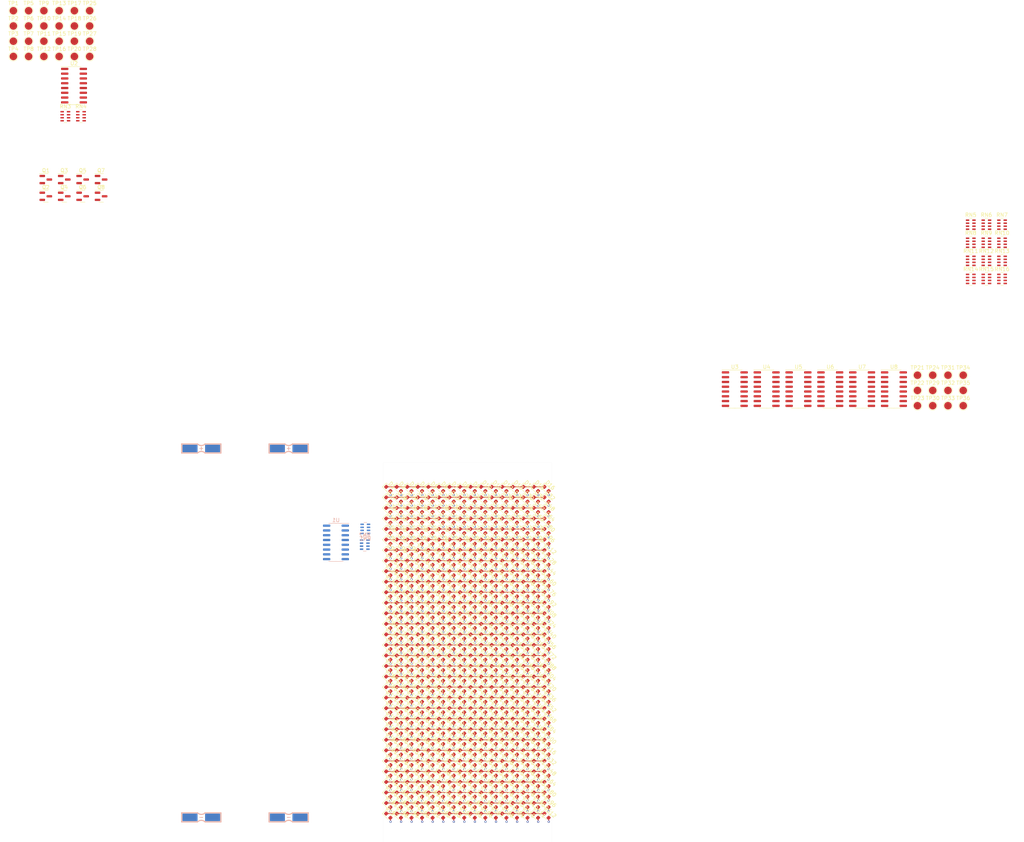
<source format=kicad_pcb>
(kicad_pcb (version 20221018) (generator pcbnew)
  (title_block (comment 4 "AISLER Project ID: TTMIKAUD"))
  (layers (0 "F.Cu" signal) (1 "In1.Cu" signal) (2 "In2.Cu" signal) (31 "B.Cu" signal) (34 "B.Paste" user) (35 "F.Paste" user) (36 "B.SilkS" user "B.Silkscreen") (37 "F.SilkS" user "F.Silkscreen") (38 "B.Mask" user) (39 "F.Mask" user) (44 "Edge.Cuts" user))
  (net 0 "")
  (net 1 "/Row0")
  (net 2 "Net-(D1-A)")
  (net 3 "Net-(D10-A)")
  (net 4 "Net-(D114-A)")
  (net 5 "Net-(D115-A)")
  (net 6 "Net-(D108-A)")
  (net 7 "Net-(D109-A)")
  (net 8 "Net-(D110-A)")
  (net 9 "Net-(D111-A)")
  (net 10 "/Row1")
  (net 11 "/Row2")
  (net 12 "/Row3")
  (net 13 "/Row4")
  (net 14 "/Row5")
  (net 15 "/Row6")
  (net 16 "/Row7")
  (net 17 "Net-(D105-A)")
  (net 18 "Net-(D112-A)")
  (net 19 "Net-(D107-A)")
  (net 20 "Net-(D100-A)")
  (net 21 "Net-(D101-A)")
  (net 22 "Net-(D102-A)")
  (net 23 "Net-(D103-A)")
  (net 24 "Net-(D104-A)")
  (net 25 "Net-(D129-A)")
  (net 26 "Net-(D130-A)")
  (net 27 "Net-(D131-A)")
  (net 28 "Net-(D132-A)")
  (net 29 "Net-(D133-A)")
  (net 30 "Net-(D134-A)")
  (net 31 "Net-(D135-A)")
  (net 32 "Net-(D136-A)")
  (net 33 "Net-(D137-A)")
  (net 34 "Net-(D138-A)")
  (net 35 "Net-(D139-A)")
  (net 36 "Net-(D140-A)")
  (net 37 "Net-(D141-A)")
  (net 38 "Net-(D142-A)")
  (net 39 "Net-(D143-A)")
  (net 40 "Net-(D144-A)")
  (net 41 "Net-(Q1-G)")
  (net 42 "GNDD")
  (net 43 "Net-(Q2-G)")
  (net 44 "Net-(Q3-G)")
  (net 45 "Net-(Q4-G)")
  (net 46 "Net-(Q5-G)")
  (net 47 "Net-(Q6-G)")
  (net 48 "Net-(Q7-G)")
  (net 49 "Net-(Q8-G)")
  (net 50 "Net-(RN1D-R4.2)")
  (net 51 "Net-(RN1C-R3.2)")
  (net 52 "Net-(RN1B-R2.2)")
  (net 53 "Net-(RN1A-R1.2)")
  (net 54 "Net-(RN2D-R4.2)")
  (net 55 "Net-(RN2C-R3.2)")
  (net 56 "Net-(RN2B-R2.2)")
  (net 57 "Net-(RN2A-R1.2)")
  (net 58 "Net-(RN3D-R4.2)")
  (net 59 "Net-(RN3C-R3.2)")
  (net 60 "Net-(RN3B-R2.2)")
  (net 61 "Net-(RN3A-R1.2)")
  (net 62 "Net-(RN4D-R4.2)")
  (net 63 "Net-(RN4C-R3.2)")
  (net 64 "Net-(RN4B-R2.2)")
  (net 65 "Net-(RN4A-R1.2)")
  (net 66 "Net-(D257-A)")
  (net 67 "Net-(D258-A)")
  (net 68 "Net-(D259-A)")
  (net 69 "Net-(D260-A)")
  (net 70 "Net-(D261-A)")
  (net 71 "Net-(D262-A)")
  (net 72 "Net-(D263-A)")
  (net 73 "Net-(D264-A)")
  (net 74 "Net-(D265-A)")
  (net 75 "Net-(D266-A)")
  (net 76 "Net-(D267-A)")
  (net 77 "Net-(D268-A)")
  (net 78 "Net-(D269-A)")
  (net 79 "Net-(D270-A)")
  (net 80 "Net-(D271-A)")
  (net 81 "Net-(D272-A)")
  (net 82 "Net-(U1-SER)")
  (net 83 "Net-(U1-QH')")
  (net 84 "Net-(U2-SER)")
  (net 85 "Net-(U2-QH')")
  (net 86 "Net-(D385-A)")
  (net 87 "Net-(D386-A)")
  (net 88 "Net-(D387-A)")
  (net 89 "Net-(D388-A)")
  (net 90 "VCC")
  (net 91 "/CLK")
  (net 92 "/LAT")
  (net 93 "Net-(D389-A)")
  (net 94 "Net-(D390-A)")
  (net 95 "Net-(D391-A)")
  (net 96 "Net-(D392-A)")
  (net 97 "Net-(D393-A)")
  (net 98 "Net-(D394-A)")
  (net 99 "Net-(D395-A)")
  (net 100 "Net-(D396-A)")
  (net 101 "Net-(D397-A)")
  (net 102 "Net-(D398-A)")
  (net 103 "Net-(D399-A)")
  (net 104 "Net-(D400-A)")
  (net 105 "Net-(RN5D-R4.2)")
  (net 106 "Net-(RN5C-R3.2)")
  (net 107 "Net-(RN5B-R2.2)")
  (net 108 "Net-(RN5A-R1.2)")
  (net 109 "Net-(RN6D-R4.2)")
  (net 110 "Net-(RN6C-R3.2)")
  (net 111 "Net-(RN6B-R2.2)")
  (net 112 "Net-(RN6A-R1.2)")
  (net 113 "Net-(RN7D-R4.2)")
  (net 114 "Net-(RN7C-R3.2)")
  (net 115 "Net-(RN7B-R2.2)")
  (net 116 "Net-(RN7A-R1.2)")
  (net 117 "Net-(RN8D-R4.2)")
  (net 118 "Net-(RN8C-R3.2)")
  (net 119 "Net-(RN8B-R2.2)")
  (net 120 "Net-(RN8A-R1.2)")
  (net 121 "Net-(RN9D-R4.2)")
  (net 122 "Net-(RN9C-R3.2)")
  (net 123 "Net-(RN9B-R2.2)")
  (net 124 "Net-(RN9A-R1.2)")
  (net 125 "Net-(RN10D-R4.2)")
  (net 126 "Net-(RN10C-R3.2)")
  (net 127 "Net-(RN10B-R2.2)")
  (net 128 "Net-(RN10A-R1.2)")
  (net 129 "Net-(RN11D-R4.2)")
  (net 130 "Net-(RN11C-R3.2)")
  (net 131 "Net-(RN11B-R2.2)")
  (net 132 "Net-(RN11A-R1.2)")
  (net 133 "Net-(RN12D-R4.2)")
  (net 134 "Net-(RN12C-R3.2)")
  (net 135 "Net-(RN12B-R2.2)")
  (net 136 "Net-(RN12A-R1.2)")
  (net 137 "Net-(RN13D-R4.2)")
  (net 138 "Net-(RN13C-R3.2)")
  (net 139 "Net-(RN13B-R2.2)")
  (net 140 "Net-(RN13A-R1.2)")
  (net 141 "Net-(RN14D-R4.2)")
  (net 142 "Net-(RN14C-R3.2)")
  (net 143 "Net-(RN14B-R2.2)")
  (net 144 "Net-(RN14A-R1.2)")
  (net 145 "Net-(RN15D-R4.2)")
  (net 146 "Net-(RN15C-R3.2)")
  (net 147 "Net-(RN15B-R2.2)")
  (net 148 "Net-(RN15A-R1.2)")
  (net 149 "Net-(RN16D-R4.2)")
  (net 150 "Net-(RN16C-R3.2)")
  (net 151 "Net-(RN16B-R2.2)")
  (net 152 "Net-(RN16A-R1.2)")
  (net 153 "Net-(U3-SER)")
  (net 154 "Net-(U4-SER)")
  (net 155 "Net-(U3-QH')")
  (net 156 "Net-(U4-QH')")
  (net 157 "Net-(U5-SER)")
  (net 158 "Net-(U6-SER)")
  (net 159 "Net-(U5-QH')")
  (net 160 "Net-(U6-QH')")
  (net 161 "Net-(U7-SER)")
  (net 162 "Net-(U8-SER)")
  (net 163 "Net-(U7-QH')")
  (net 164 "Net-(U8-QH')")
  (footprint "Package_SO:SOIC-16_3.9x9.9mm_P1.27mm" (layer "F.Cu") (at 204 29.48)
    (fp_text reference "U3")
    (fp_text value "74HCT595")
  )
  (footprint "LED_SMD:LED_0603_1608Metric" (layer "F.Cu") (at 117.6 95.2 -45)
    (fp_text reference "D227")
    (fp_text value "LED_Small_Filled")
  )
  (footprint "LED_SMD:LED_0603_1608Metric" (layer "F.Cu") (at 145.6 78.4 -45)
    (fp_text reference "D141")
    (fp_text value "LED_Small_Filled")
  )
  (footprint "LED_SMD:LED_0603_1608Metric" (layer "F.Cu") (at 120.4 64.4 -45)
    (fp_text reference "D52")
    (fp_text value "LED_Small_Filled")
  )
  (footprint "LED_SMD:LED_0603_1608Metric" (layer "F.Cu") (at 112 112 -45)
    (fp_text reference "D321")
    (fp_text value "LED_Small_Filled")
  )
  (footprint "LED_SMD:LED_0603_1608Metric" (layer "F.Cu") (at 148.4 78.4 -45)
    (fp_text reference "D142")
    (fp_text value "LED_Small_Filled")
  )
  (footprint "LED_SMD:LED_0603_1608Metric" (layer "F.Cu") (at 120.4 131.6 -45)
    (fp_text reference "D436")
    (fp_text value "LED_Small_Filled")
  )
  (footprint "LED_SMD:LED_0603_1608Metric" (layer "F.Cu") (at 142.8 98 -45)
    (fp_text reference "D252")
    (fp_text value "LED_Small_Filled")
  )
  (footprint "LED_SMD:LED_0603_1608Metric" (layer "F.Cu") (at 137.2 58.8 -45)
    (fp_text reference "D26")
    (fp_text value "LED_Small_Filled")
  )
  (footprint "LED_SMD:LED_0603_1608Metric" (layer "F.Cu") (at 154 61.6 -45)
    (fp_text reference "D48")
    (fp_text value "LED_Small_Filled")
  )
  (footprint "LED_SMD:LED_0603_1608Metric" (layer "F.Cu") (at 114.8 137.2 -45)
    (fp_text reference "D466")
    (fp_text value "LED_Small_Filled")
  )
  (footprint "LED_SMD:LED_0603_1608Metric" (layer "F.Cu") (at 140 92.4 -45)
    (fp_text reference "D219")
    (fp_text value "LED_Small_Filled")
  )
  (footprint "LED_SMD:LED_0603_1608Metric" (layer "F.Cu") (at 126 123.199999 -45)
    (fp_text reference "D390")
    (fp_text value "LED_Small_Filled")
  )
  (footprint "LED_SMD:LED_0603_1608Metric" (layer "F.Cu") (at 154 67.2 -45)
    (fp_text reference "D80")
    (fp_text value "LED_Small_Filled")
  )
  (footprint "TestPoint:TestPoint_Pad_D2.0mm" (layer "F.Cu") (at 12.455 -67)
    (fp_text reference "TP2")
    (fp_text value "TestPoint")
  )
  (footprint "LED_SMD:LED_0603_1608Metric" (layer "F.Cu") (at 148.4 70 -45)
    (fp_text reference "D94")
    (fp_text value "LED_Small_Filled")
  )
  (footprint "LED_SMD:LED_0603_1608Metric" (layer "F.Cu") (at 112 67.2 -45)
    (fp_text reference "D65")
    (fp_text value "LED_Small_Filled")
  )
  (footprint "LED_SMD:LED_0603_1608Metric" (layer "F.Cu") (at 134.4 64.4 -45)
    (fp_text reference "D57")
    (fp_text value "LED_Small_Filled")
  )
  (footprint "LED_SMD:LED_0603_1608Metric" (layer "F.Cu") (at 128.8 95.2 -45)
    (fp_text reference "D231")
    (fp_text value "LED_Small_Filled")
  )
  (footprint "LED_SMD:LED_0603_1608Metric" (layer "F.Cu") (at 126 89.6 -45)
    (fp_text reference "D198")
    (fp_text value "LED_Small_Filled")
  )
  (footprint "LED_SMD:LED_0603_1608Metric" (layer "F.Cu") (at 137.2 100.8 -45)
    (fp_text reference "D266")
    (fp_text value "LED_Small_Filled")
  )
  (footprint "LED_SMD:LED_0603_1608Metric" (layer "F.Cu") (at 112 103.6 -45)
    (fp_text reference "D273")
    (fp_text value "LED_Small_Filled")
  )
  (footprint "LED_SMD:LED_0603_1608Metric" (layer "F.Cu") (at 131.6 142.8 -45)
    (fp_text reference "D504")
    (fp_text value "LED_Small_Filled")
  )
  (footprint "LED_SMD:LED_0603_1608Metric" (layer "F.Cu") (at 140 128.8 -45)
    (fp_text reference "D427")
    (fp_text value "LED_Small_Filled")
  )
  (footprint "LED_SMD:LED_0603_1608Metric" (layer "F.Cu") (at 120.4 72.8 -45)
    (fp_text reference "D100")
    (fp_text value "LED_Small_Filled")
  )
  (footprint "LED_SMD:LED_0603_1608Metric" (layer "F.Cu") (at 151.2 109.2 -45)
    (fp_text reference "D319")
    (fp_text value "LED_Small_Filled")
  )
  (footprint "TestPoint:TestPoint_Pad_D2.0mm" (layer "F.Cu") (at 24.605 -67)
    (fp_text reference "TP14")
    (fp_text value "TestPoint")
  )
  (footprint "LED_SMD:LED_0603_1608Metric" (layer "F.Cu") (at 137.2 126 -45)
    (fp_text reference "D410")
    (fp_text value "LED_Small_Filled")
  )
  (footprint "Resistor_SMD:R_Array_Concave_4x0603" (layer "F.Cu") (at 274.95 -4.6)
    (fp_text reference "RN13")
    (fp_text value "R_Pack04_Split")
  )
  (footprint "LED_SMD:LED_0603_1608Metric" (layer "F.Cu") (at 117.6 134.4 -45)
    (fp_text reference "D451")
    (fp_text value "LED_Small_Filled")
  )
  (footprint "LED_SMD:LED_0603_1608Metric" (layer "F.Cu") (at 114.8 134.4 -45)
    (fp_text reference "D450")
    (fp_text value "LED_Small_Filled")
  )
  (footprint "LED_SMD:LED_0603_1608Metric" (layer "F.Cu") (at 151.2 106.4 -45)
    (fp_text reference "D303")
    (fp_text value "LED_Small_Filled")
  )
  (footprint "Resistor_SMD:R_Array_Concave_4x0603" (layer "F.Cu") (at 266.65 -14.2)
    (fp_text reference "RN5")
    (fp_text value "R_Pack04_Split")
  )
  (footprint "LED_SMD:LED_0603_1608Metric" (layer "F.Cu") (at 131.6 72.8 -45)
    (fp_text reference "D104")
    (fp_text value "LED_Small_Filled")
  )
  (footprint "LED_SMD:LED_0603_1608Metric" (layer "F.Cu") (at 114.8 128.8 -45)
    (fp_text reference "D418")
    (fp_text value "LED_Small_Filled")
  )
  (footprint "LED_SMD:LED_0603_1608Metric" (layer "F.Cu") (at 137.2 140 -45)
    (fp_text reference "D490")
    (fp_text value "LED_Small_Filled")
  )
  (footprint "LED_SMD:LED_0603_1608Metric" (layer "F.Cu") (at 151.2 134.4 -45)
    (fp_text reference "D463")
    (fp_text value "LED_Small_Filled")
  )
  (footprint "LED_SMD:LED_0603_1608Metric" (layer "F.Cu") (at 123.2 134.4 -45)
    (fp_text reference "D453")
    (fp_text value "LED_Small_Filled")
  )
  (footprint "LED_SMD:LED_0603_1608Metric" (layer "F.Cu") (at 140 72.8 -45)
    (fp_text reference "D107")
    (fp_text value "LED_Small_Filled")
  )
  (footprint "LED_SMD:LED_0603_1608Metric" (layer "F.Cu") (at 140 75.6 -45)
    (fp_text reference "D123")
    (fp_text value "LED_Small_Filled")
  )
  (footprint "LED_SMD:LED_0603_1608Metric" (layer "F.Cu") (at 137.2 131.6 -45)
    (fp_text reference "D442")
    (fp_text value "LED_Small_Filled")
  )
  (footprint "LED_SMD:LED_0603_1608Metric" (layer "F.Cu") (at 134.4 137.2 -45)
    (fp_text reference "D473")
    (fp_text value "LED_Small_Filled")
  )
  (footprint "LED_SMD:LED_0603_1608Metric" (layer "F.Cu") (at 148.4 61.6 -45)
    (fp_text reference "D46")
    (fp_text value "LED_Small_Filled")
  )
  (footprint "LED_SMD:LED_0603_1608Metric" (layer "F.Cu") (at 126 92.4 -45)
    (fp_text reference "D214")
    (fp_text value "LED_Small_Filled")
  )
  (footprint "LED_SMD:LED_0603_1608Metric" (layer "F.Cu") (at 145.6 75.6 -45)
    (fp_text reference "D125")
    (fp_text value "LED_Small_Filled")
  )
  (footprint "LED_SMD:LED_0603_1608Metric" (layer "F.Cu") (at 145.6 114.8 -45)
    (fp_text reference "D349")
    (fp_text value "LED_Small_Filled")
  )
  (footprint "LED_SMD:LED_0603_1608Metric" (layer "F.Cu") (at 126 70 -45)
    (fp_text reference "D86")
    (fp_text value "LED_Small_Filled")
  )
  (footprint "LED_SMD:LED_0603_1608Metric" (layer "F.Cu") (at 140 100.8 -45)
    (fp_text reference "D267")
    (fp_text value "LED_Small_Filled")
  )
  (footprint "LED_SMD:LED_0603_1608Metric" (layer "F.Cu") (at 120.4 75.6 -45)
    (fp_text reference "D116")
    (fp_text value "LED_Small_Filled")
  )
  (footprint "LED_SMD:LED_0603_1608Metric" (layer "F.Cu") (at 126 81.2 -45)
    (fp_text reference "D150")
    (fp_text value "LED_Small_Filled")
  )
  (footprint "LED_SMD:LED_0603_1608Metric" (layer "F.Cu") (at 134.4 78.4 -45)
    (fp_text reference "D137")
    (fp_text value "LED_Small_Filled")
  )
  (footprint "LED_SMD:LED_0603_1608Metric" (layer "F.Cu") (at 126 95.2 -45)
    (fp_text reference "D230")
    (fp_text value "LED_Small_Filled")
  )
  (footprint "LED_SMD:LED_0603_1608Metric" (layer "F.Cu") (at 148.4 109.2 -45)
    (fp_text reference "D318")
    (fp_text value "LED_Small_Filled")
  )
  (footprint "LED_SMD:LED_0603_1608Metric" (layer "F.Cu") (at 126 134.4 -45)
    (fp_text reference "D454")
    (fp_text value "LED_Small_Filled")
  )
  (footprint "LED_SMD:LED_0603_1608Metric" (layer "F.Cu") (at 140 84 -45)
    (fp_text reference "D171")
    (fp_text value "LED_Small_Filled")
  )
  (footprint "LED_SMD:LED_0603_1608Metric" (layer "F.Cu") (at 154 103.6 -45)
    (fp_text reference "D288")
    (fp_text value "LED_Small_Filled")
  )
  (footprint "LED_SMD:LED_0603_1608Metric" (layer "F.Cu") (at 112 78.4 -45)
    (fp_text reference "D129")
    (fp_text value "LED_Small_Filled")
  )
  (footprint "LED_SMD:LED_0603_1608Metric" (layer "F.Cu") (at 120.4 89.6 -45)
    (fp_text reference "D196")
    (fp_text value "LED_Small_Filled")
  )
  (footprint "TestPoint:TestPoint_Pad_D2.0mm" (layer "F.Cu") (at 256.55 29.83)
    (fp_text reference "TP29")
    (fp_text value "TestPoint")
  )
  (footprint "LED_SMD:LED_0603_1608Metric" (layer "F.Cu") (at 117.6 137.2 -45)
    (fp_text reference "D467")
    (fp_text value "LED_Small_Filled")
  )
  (footprint "LED_SMD:LED_0603_1608Metric" (layer "F.Cu") (at 114.8 70 -45)
    (fp_text reference "D82")
    (fp_text value "LED_Small_Filled")
  )
  (footprint "LED_SMD:LED_0603_1608Metric" (layer "F.Cu") (at 114.8 84 -45)
    (fp_text reference "D162")
    (fp_text value "LED_Small_Filled")
  )
  (footprint "LED_SMD:LED_0603_1608Metric" (layer "F.Cu") (at 148.4 112 -45)
    (fp_text reference "D334")
    (fp_text value "LED_Small_Filled")
  )
  (footprint "LED_SMD:LED_0603_1608Metric" (layer "F.Cu") (at 142.8 78.4 -45)
    (fp_text reference "D140")
    (fp_text value "LED_Small_Filled")
  )
  (footprint "LED_SMD:LED_0603_1608Metric" (layer "F.Cu") (at 148.4 92.4 -45)
    (fp_text reference "D222")
    (fp_text value "LED_Small_Filled")
  )
  (footprint "LED_SMD:LED_0603_1608Metric" (layer "F.Cu") (at 126 106.4 -45)
    (fp_text reference "D294")
    (fp_text value "LED_Small_Filled")
  )
  (footprint "LED_SMD:LED_0603_1608Metric" (layer "F.Cu") (at 123.2 92.4 -45)
    (fp_text reference "D213")
    (fp_text value "LED_Small_Filled")
  )
  (footprint "Resistor_SMD:R_Array_Concave_4x0603" (layer "F.Cu") (at 270.8 0.2)
    (fp_text reference "RN15")
    (fp_text value "R_Pack04_Split")
  )
  (footprint "LED_SMD:LED_0603_1608Metric" (layer "F.Cu") (at 128.8 137.2 -45)
    (fp_text reference "D471")
    (fp_text value "LED_Small_Filled")
  )
  (footprint "LED_SMD:LED_0603_1608Metric" (layer "F.Cu") (at 114.8 64.4 -45)
    (fp_text reference "D50")
    (fp_text value "LED_Small_Filled")
  )
  (footprint "Resistor_SMD:R_Array_Concave_4x0603" (layer "F.Cu") (at 266.65 -9.4)
    (fp_text reference "RN8")
    (fp_text value "R_Pack04_Split")
  )
  (footprint "LED_SMD:LED_0603_1608Metric" (layer "F.Cu") (at 151.2 86.8 -45)
    (fp_text reference "D191")
    (fp_text value "LED_Small_Filled")
  )
  (footprint "LED_SMD:LED_0603_1608Metric" (layer "F.Cu") (at 120.4 86.8 -45)
    (fp_text reference "D180")
    (fp_text value "LED_Small_Filled")
  )
  (footprint "LED_SMD:LED_0603_1608Metric" (layer "F.Cu") (at 134.4 61.6 -45)
    (fp_text reference "D41")
    (fp_text value "LED_Small_Filled")
  )
  (footprint "LED_SMD:LED_0603_1608Metric" (layer "F.Cu") (at 140 114.8 -45)
    (fp_text reference "D347")
    (fp_text value "LED_Small_Filled")
  )
  (footprint "LED_SMD:LED_0603_1608Metric" (layer "F.Cu") (at 140 117.6 -45)
    (fp_text reference "D363")
    (fp_text value "LED_Small_Filled")
  )
  (footprint "LED_SMD:LED_0603_1608Metric" (layer "F.Cu") (at 140 67.2 -45)
    (fp_text reference "D75")
    (fp_text value "LED_Small_Filled")
  )
  (footprint "LED_SMD:LED_0603_1608Metric" (layer "F.Cu") (at 112 72.8 -45)
    (fp_text reference "D97")
    (fp_text value "LED_Small_Filled")
  )
  (footprint "LED_SMD:LED_0603_1608Metric" (layer "F.Cu") (at 117.6 117.6 -45)
    (fp_text reference "D355")
    (fp_text value "LED_Small_Filled")
  )
  (footprint "LED_SMD:LED_0603_1608Metric" (layer "F.Cu") (at 126 67.2 -45)
    (fp_text reference "D70")
    (fp_text value "LED_Small_Filled")
  )
  (footprint "TestPoint:TestPoint_Pad_D2.0mm" (layer "F.Cu") (at 256.55 33.88)
    (fp_text reference "TP30")
    (fp_text value "TestPoint")
  )
  (footprint "LED_SMD:LED_0603_1608Metric" (layer "F.Cu") (at 148.4 106.4 -45)
    (fp_text reference "D302")
    (fp_text value "LED_Small_Filled")
  )
  (footprint "LED_SMD:LED_0603_1608Metric" (layer "F.Cu") (at 142.8 103.6 -45)
    (fp_text reference "D284")
    (fp_text value "LED_Small_Filled")
  )
  (footprint "LED_SMD:LED_0603_1608Metric" (layer "F.Cu") (at 142.8 64.4 -45)
    (fp_text reference "D60")
    (fp_text value "LED_Small_Filled")
  )
  (footprint "Package_SO:SOIC-16_3.9x9.9mm_P1.27mm" (layer "F.Cu") (at 229.35 29.48)
    (fp_text reference "U6")
    (fp_text value "74HCT595")
  )
  (footprint "LED_SMD:LED_0603_1608Metric" (layer "F.Cu") (at 126 137.2 -45)
    (fp_text reference "D470")
    (fp_text value "LED_Small_Filled")
  )
  (footprint "LED_SMD:LED_0603_1608Metric" (layer "F.Cu") (at 134.4 106.4 -45)
    (fp_text reference "D297")
    (fp_text value "LED_Small_Filled")
  )
  (footprint "LED_SMD:LED_0603_1608Metric" (layer "F.Cu") (at 134.4 131.6 -45)
    (fp_text reference "D441")
    (fp_text value "LED_Small_Filled")
  )
  (footprint "Resistor_SMD:R_Array_Concave_4x0603" (layer "F.Cu") (at 30.405 -43.02)
    (fp_text reference "RN4")
    (fp_text value "R_Pack04_Split")
  )
  (footprint "LED_SMD:LED_0603_1608Metric" (layer "F.Cu") (at 154 98 -45)
    (fp_text reference "D256")
    (fp_text value "LED_Small_Filled")
  )
  (footprint "LED_SMD:LED_0603_1608Metric" (layer "F.Cu") (at 120.4 61.6 -45)
    (fp_text reference "D36")
    (fp_text value "LED_Small_Filled")
  )
  (footprint "LED_SMD:LED_0603_1608Metric" (layer "F.Cu") (at 120.4 92.4 -45)
    (fp_text reference "D212")
    (fp_text value "LED_Small_Filled")
  )
  (footprint "LED_SMD:LED_0603_1608Metric" (layer "F.Cu") (at 148.4 131.6 -45)
    (fp_text reference "D446")
    (fp_text value "LED_Small_Filled")
  )
  (footprint "LED_SMD:LED_0603_1608Metric" (layer "F.Cu") (at 117.6 89.6 -45)
    (fp_text reference "D195")
    (fp_text value "LED_Small_Filled")
  )
  (footprint "LED_SMD:LED_0603_1608Metric" (layer "F.Cu") (at 117.6 64.4 -45)
    (fp_text reference "D51")
    (fp_text value "LED_Small_Filled")
  )
  (footprint "LED_SMD:LED_0603_1608Metric" (layer "F.Cu") (at 117.6 128.8 -45)
    (fp_text reference "D419")
    (fp_text value "LED_Small_Filled")
  )
  (footprint "LED_SMD:LED_0603_1608Metric" (layer "F.Cu") (at 117.6 70 -45)
    (fp_text reference "D83")
    (fp_text value "LED_Small_Filled")
  )
  (footprint "LED_SMD:LED_0603_1608Metric" (layer "F.Cu") (at 148.4 123.199999 -45)
    (fp_text reference "D398")
    (fp_text value "LED_Small_Filled")
  )
  (footprint "LED_SMD:LED_0603_1608Metric" (layer "F.Cu") (at 117.6 114.8 -45)
    (fp_text reference "D339")
    (fp_text value "LED_Small_Filled")
  )
  (footprint "LED_SMD:LED_0603_1608Metric" (layer "F.Cu") (at 120.4 120.4 -45)
    (fp_text reference "D372")
    (fp_text value "LED_Small_Filled")
  )
  (footprint "LED_SMD:LED_0603_1608Metric" (layer "F.Cu") (at 123.2 126 -45)
    (fp_text reference "D405")
    (fp_text value "LED_Small_Filled")
  )
  (footprint "LED_SMD:LED_0603_1608Metric" (layer "F.Cu") (at 126 128.8 -45)
    (fp_text reference "D422")
    (fp_text value "LED_Small_Filled")
  )
  (footprint "TestPoint:TestPoint_Pad_D2.0mm" (layer "F.Cu") (at 16.505 -71.05)
    (fp_text reference "TP5")
    (fp_text value "TestPoint")
  )
  (footprint "LED_SMD:LED_0603_1608Metric" (layer "F.Cu") (at 145.6 131.6 -45)
    (fp_text reference "D445")
    (fp_text value "LED_Small_Filled")
  )
  (footprint "Resistor_SMD:R_Array_Concave_4x0603" (layer "F.Cu") (at 26.255 -43.02)
    (fp_text reference "RN3")
    (fp_text value "R_Pack04_Split")
  )
  (footprint "LED_SMD:LED_0603_1608Metric" (layer "F.Cu") (at 117.6 123.199999 -45)
    (fp_text reference "D387")
    (fp_text value "LED_Small_Filled")
  )
  (footprint "LED_SMD:LED_0603_1608Metric" (layer "F.Cu") (at 123.2 78.4 -45)
    (fp_text reference "D133")
    (fp_text value "LED_Small_Filled")
  )
  (footprint "LED_SMD:LED_0603_1608Metric" (layer "F.Cu") (at 117.6 131.6 -45)
    (fp_text reference "D435")
    (fp_text value "LED_Small_Filled")
  )
  (footprint "LED_SMD:LED_0603_1608Metric" (layer "F.Cu") (at 148.4 128.8 -45)
    (fp_text reference "D430")
    (fp_text value "LED_Small_Filled")
  )
  (footprint "LED_SMD:LED_0603_1608Metric" (layer "F.Cu") (at 131.6 103.6 -45)
    (fp_text reference "D280")
    (fp_text value "LED_Small_Filled")
  )
  (footprint "LED_SMD:LED_0603_1608Metric" (layer "F.Cu") (at 151.2 117.6 -45)
    (fp_text reference "D367")
    (fp_text value "LED_Small_Filled")
  )
  (footprint "LED_SMD:LED_0603_1608Metric" (layer "F.Cu") (at 142.8 131.6 -45)
    (fp_text reference "D444")
    (fp_text value "LED_Small_Filled")
  )
  (footprint "LED_SMD:LED_0603_1608Metric" (layer "F.Cu") (at 131.6 95.2 -45)
    (fp_text reference "D232")
    (fp_text value "LED_Small_Filled")
  )
  (footprint "LED_SMD:LED_0603_1608Metric" (layer "F.Cu") (at 128.8 120.4 -45)
    (fp_text reference "D375")
    (fp_text value "LED_Small_Filled")
  )
  (footprint "LED_SMD:LED_0603_1608Metric" (layer "F.Cu") (at 120.4 128.8 -45)
    (fp_text reference "D420")
    (fp_text value "LED_Small_Filled")
  )
  (footprint "LED_SMD:LED_0603_1608Metric" (layer "F.Cu") (at 131.6 131.6 -45)
    (fp_text reference "D440")
    (fp_text value "LED_Small_Filled")
  )
  (footprint "LED_SMD:LED_0603_1608Metric" (layer "F.Cu") (at 123.2 103.6 -45)
    (fp_text reference "D277")
    (fp_text value "LED_Small_Filled")
  )
  (footprint "LED_SMD:LED_0603_1608Metric" (layer "F.Cu") (at 123.2 117.6 -45)
    (fp_text reference "D357")
    (fp_text value "LED_Small_Filled")
  )
  (footprint "LED_SMD:LED_0603_1608Metric" (layer "F.Cu") (at 123.2 100.8 -45)
    (fp_text reference "D261")
    (fp_text value "LED_Small_Filled")
  )
  (footprint "LED_SMD:LED_0603_1608Metric" (layer "F.Cu") (at 128.8 84 -45)
    (fp_text reference "D167")
    (fp_text value "LED_Small_Filled")
  )
  (footprint "matseng:MountingHole_M2" (layer "F.Cu") (at 267.3 -24.78)
    (fp_text reference "H3" hide)
    (fp_text value "MountingHole" hide)
  )
  (footprint "LED_SMD:LED_0603_1608Metric" (layer "F.Cu") (at 134.4 84 -45)
    (fp_text reference "D169")
    (fp_text value "LED_Small_Filled")
  )
  (footprint "LED_SMD:LED_0603_1608Metric" (layer "F.Cu") (at 148.4 67.2 -45)
    (fp_text reference "D78")
    (fp_text value "LED_Small_Filled")
  )
  (footprint "LED_SMD:LED_0603_1608Metric" (layer "F.Cu") (at 134.4 126 -45)
    (fp_text reference "D409")
    (fp_text value "LED_Small_Filled")
  )
  (footprint "LED_SMD:LED_0603_1608Metric" (layer "F.Cu") (at 120.4 114.8 -45)
    (fp_text reference "D340")
    (fp_text value "LED_Small_Filled")
  )
  (footprint "LED_SMD:LED_0603_1608Metric" (layer "F.Cu") (at 151.2 58.8 -45)
    (fp_text reference "D31")
    (fp_text value "LED_Small_Filled")
  )
  (footprint "LED_SMD:LED_0603_1608Metric" (layer "F.Cu") (at 128.8 58.8 -45)
    (fp_text reference "D23")
    (fp_text value "LED_Small_Filled")
  )
  (footprint "LED_SMD:LED_0603_1608Metric" (layer "F.Cu") (at 120.4 70 -45)
    (fp_text reference "D84")
    (fp_text value "LED_Small_Filled")
  )
  (footprint "LED_SMD:LED_0603_1608Metric" (layer "F.Cu") (at 112 137.2 -45)
    (fp_text reference "D465")
    (fp_text value "LED_Small_Filled")
  )
  (footprint "LED_SMD:LED_0603_1608Metric" (layer "F.Cu") (at 123.2 98 -45)
    (fp_text reference "D245")
    (fp_text value "LED_Small_Filled")
  )
  (footprint "LED_SMD:LED_0603_1608Metric" (layer "F.Cu") (at 128.8 98 -45)
    (fp_text reference "D247")
    (fp_text value "LED_Small_Filled")
  )
  (footprint "LED_SMD:LED_0603_1608Metric" (layer "F.Cu") (at 148.4 86.8 -45)
    (fp_text reference "D190")
    (fp_text value "LED_Small_Filled")
  )
  (footprint "LED_SMD:LED_0603_1608Metric" (layer "F.Cu") (at 137.2 61.6 -45)
    (fp_text reference "D42")
    (fp_text value "LED_Small_Filled")
  )
  (footprint "LED_SMD:LED_0603_1608Metric" (layer "F.Cu") (at 128.8 61.6 -45)
    (fp_text reference "D39")
    (fp_text value "LED_Small_Filled")
  )
  (footprint "LED_SMD:LED_0603_1608Metric" (layer "F.Cu") (at 154 109.2 -45)
    (fp_text reference "D320")
    (fp_text value "LED_Small_Filled")
  )
  (footprint "TestPoint:TestPoint_Pad_D2.0mm" (layer "F.Cu") (at 16.505 -67)
    (fp_text reference "TP6")
    (fp_text value "TestPoint")
  )
  (footprint "LED_SMD:LED_0603_1608Metric" (layer "F.Cu") (at 148.4 95.2 -45)
    (fp_text reference "D238")
    (fp_text value "LED_Small_Filled")
  )
  (footprint "LED_SMD:LED_0603_1608Metric" (layer "F.Cu") (at 128.8 100.8 -45)
    (fp_text reference "D263")
    (fp_text value "LED_Small_Filled")
  )
  (footprint "LED_SMD:LED_0603_1608Metric" (layer "F.Cu") (at 123.2 140 -45)
    (fp_text reference "D485")
    (fp_text value "LED_Small_Filled")
  )
  (footprint "LED_SMD:LED_0603_1608Metric" (layer "F.Cu") (at 123.2 120.4 -45)
    (fp_text reference "D373")
    (fp_text value "LED_Small_Filled")
  )
  (footprint "LED_SMD:LED_0603_1608Metric" (layer "F.Cu") (at 151.2 120.4 -45)
    (fp_text reference "D383")
    (fp_text value "LED_Small_Filled")
  )
  (footprint "LED_SMD:LED_0603_1608Metric" (layer "F.Cu") (at 154 142.8 -45)
    (fp_text reference "D512")
    (fp_text value "LED_Small_Filled")
  )
  (footprint "LED_SMD:LED_0603_1608Metric" (layer "F.Cu") (at 126 120.4 -45)
    (fp_text reference "D374")
    (fp_text value "LED_Small_Filled")
  )
  (footprint "LED_SMD:LED_0603_1608Metric" (layer "F.Cu") (at 128.8 123.199999 -45)
    (fp_text reference "D391")
    (fp_text value "LED_Small_Filled")
  )
  (footprint "LED_SMD:LED_0603_1608Metric" (layer "F.Cu") (at 117.6 75.6 -45)
    (fp_text reference "D115")
    (fp_text value "LED_Small_Filled")
  )
  (footprint "LED_SMD:LED_0603_1608Metric" (layer "F.Cu") (at 142.8 142.8 -45)
    (fp_text reference "D508")
    (fp_text value "LED_Small_Filled")
  )
  (footprint "LED_SMD:LED_0603_1608Metric" (layer "F.Cu") (at 137.2 67.2 -45)
    (fp_text reference "D74")
    (fp_text value "LED_Small_Filled")
  )
  (footprint "LED_SMD:LED_0603_1608Metric" (layer "F.Cu") (at 123.2 70 -45)
    (fp_text reference "D85")
    (fp_text value "LED_Small_Filled")
  )
  (footprint "LED_SMD:LED_0603_1608Metric" (layer "F.Cu") (at 142.8 117.6 -45)
    (fp_text reference "D364")
    (fp_text value "LED_Small_Filled")
  )
  (footprint "LED_SMD:LED_0603_1608Metric" (layer "F.Cu") (at 148.4 98 -45)
    (fp_text reference "D254")
    (fp_text value "LED_Small_Filled")
  )
  (footprint "LED_SMD:LED_0603_1608Metric" (layer "F.Cu") (at 114.8 100.8 -45)
    (fp_text reference "D258")
    (fp_text value "LED_Small_Filled")
  )
  (footprint "LED_SMD:LED_0603_1608Metric" (layer "F.Cu") (at 142.8 75.6 -45)
    (fp_text reference "D124")
    (fp_text value "LED_Small_Filled")
  )
  (footprint "LED_SMD:LED_0603_1608Metric" (layer "F.Cu") (at 145.6 112 -45)
    (fp_text reference "D333")
    (fp_text value "LED_Small_Filled")
  )
  (footprint "LED_SMD:LED_0603_1608Metric" (layer "F.Cu") (at 154 140 -45)
    (fp_text reference "D496")
    (fp_text value "LED_Small_Filled")
  )
  (footprint "TestPoint:TestPoint_Pad_D2.0mm" (layer "F.Cu") (at 260.6 29.83)
    (fp_text reference "TP32")
    (fp_text value "TestPoint")
  )
  (footprint "LED_SMD:LED_0603_1608Metric" (layer "F.Cu") (at 131.6 126 -45)
    (fp_text reference "D408")
    (fp_text value "LED_Small_Filled")
  )
  (footprint "LED_SMD:LED_0603_1608Metric" (layer "F.Cu") (at 114.8 142.8 -45)
    (fp_text reference "D498")
    (fp_text value "LED_Small_Filled")
  )
  (footprint "LED_SMD:LED_0603_1608Metric" (layer "F.Cu") (at 112 70 -45)
    (fp_text reference "D81")
    (fp_text value "LED_Small_Filled")
  )
  (footprint "LED_SMD:LED_0603_1608Metric" (layer "F.Cu") (at 137.2 123.199999 -45)
    (fp_text reference "D394")
    (fp_text value "LED_Small_Filled")
  )
  (footprint "LED_SMD:LED_0603_1608Metric" (layer "F.Cu") (at 131.6 84 -45)
    (fp_text reference "D168")
    (fp_text value "LED_Small_Filled")
  )
  (footprint "LED_SMD:LED_0603_1608Metric" (layer "F.Cu") (at 120.4 56 -45)
    (fp_text reference "D4")
    (fp_text value "LED_Small_Filled")
  )
  (footprint "LED_SMD:LED_0603_1608Metric" (layer "F.Cu") (at 142.8 137.2 -45)
    (fp_text reference "D476")
    (fp_text value "LED_Small_Filled")
  )
  (footprint "LED_SMD:LED_0603_1608Metric" (layer "F.Cu") (at 112 131.6 -45)
    (fp_text reference "D433")
    (fp_text value "LED_Small_Filled")
  )
  (footprint "LED_SMD:LED_0603_1608Metric" (layer "F.Cu") (at 117.6 78.4 -45)
    (fp_text reference "D131")
    (fp_text value "LED_Small_Filled")
  )
  (footprint "LED_SMD:LED_0603_1608Metric" (layer "F.Cu") (at 123.2 109.2 -45)
    (fp_text reference "D309")
    (fp_text value "LED_Small_Filled")
  )
  (footprint "LED_SMD:LED_0603_1608Metric" (layer "F.Cu") (at 142.8 100.8 -45)
    (fp_text reference "D268")
    (fp_text value "LED_Small_Filled")
  )
  (footprint "LED_SMD:LED_0603_1608Metric" (layer "F.Cu") (at 151.2 81.2 -45)
    (fp_text reference "D159")
    (fp_text value "LED_Small_Filled")
  )
  (footprint "LED_SMD:LED_0603_1608Metric" (layer "F.Cu") (at 145.6 140 -45)
    (fp_text reference "D493")
    (fp_text value "LED_Small_Filled")
  )
  (footprint "LED_SMD:LED_0603_1608Metric" (layer "F.Cu") (at 142.8 72.8 -45)
    (fp_text reference "D108")
    (fp_text value "LED_Small_Filled")
  )
  (footprint "LED_SMD:LED_0603_1608Metric" (layer "F.Cu") (at 120.4 123.199999 -45)
    (fp_text reference "D388")
    (fp_text value "LED_Small_Filled")
  )
  (footprint "LED_SMD:LED_0603_1608Metric" (layer "F.Cu") (at 112 114.8 -45)
    (fp_text reference "D337")
    (fp_text value "LED_Small_Filled")
  )
  (footprint "LED_SMD:LED_0603_1608Metric" (layer "F.Cu") (at 140 61.6 -45)
    (fp_text reference "D43")
    (fp_text value "LED_Small_Filled")
  )
  (footprint "LED_SMD:LED_0603_1608Metric" (layer "F.Cu") (at 140 106.4 -45)
    (fp_text reference "D299")
    (fp_text value "LED_Small_Filled")
  )
  (footprint "LED_SMD:LED_0603_1608Metric" (layer "F.Cu") (at 112 84 -45)
    (fp_text reference "D161")
    (fp_text value "LED_Small_Filled")
  )
  (footprint "LED_SMD:LED_0603_1608Metric" (layer "F.Cu") (at 126 114.8 -45)
    (fp_text reference "D342")
    (fp_text value "LED_Small_Filled")
  )
  (footprint "LED_SMD:LED_0603_1608Metric" (layer "F.Cu") (at 112 61.6 -45)
    (fp_text reference "D33")
    (fp_text value "LED_Small_Filled")
  )
  (footprint "LED_SMD:LED_0603_1608Metric" (layer "F.Cu") (at 140 134.4 -45)
    (fp_text reference "D459")
    (fp_text value "LED_Small_Filled")
  )
  (footprint "LED_SMD:LED_0603_1608Metric" (layer "F.Cu") (at 137.2 103.6 -45)
    (fp_text reference "D282")
    (fp_text value "LED_Small_Filled")
  )
  (footprint "LED_SMD:LED_0603_1608Metric" (layer "F.Cu") (at 151.2 137.2 -45)
    (fp_text reference "D479")
    (fp_text value "LED_Small_Filled")
  )
  (footprint "LED_SMD:LED_0603_1608Metric" (layer "F.Cu") (at 131.6 100.8 -45)
    (fp_text reference "D264")
    (fp_text value "LED_Small_Filled")
  )
  (footprint "LED_SMD:LED_0603_1608Metric" (layer "F.Cu") (at 134.4 142.8 -45)
    (fp_text reference "D505")
    (fp_text value "LED_Small_Filled")
  )
  (footprint "LED_SMD:LED_0603_1608Metric" (layer "F.Cu") (at 151.2 67.2 -45)
    (fp_text reference "D79")
    (fp_text value "LED_Small_Filled")
  )
  (footprint "LED_SMD:LED_0603_1608Metric" (layer "F.Cu") (at 134.4 89.6 -45)
    (fp_text reference "D201")
    (fp_text value "LED_Small_Filled")
  )
  (footprint "Resistor_SMD:R_Array_Concave_4x0603" (layer "F.Cu") (at 266.65 0.2)
    (fp_text reference "RN14")
    (fp_text value "R_Pack04_Split")
  )
  (footprint "Resistor_SMD:R_Array_Concave_4x0603" (layer "F.Cu") (at 266.65 -4.6)
    (fp_text reference "RN11")
    (fp_text value "R_Pack04_Split")
  )
  (footprint "LED_SMD:LED_0603_1608Metric" (layer "F.Cu") (at 114.8 86.8 -45)
    (fp_text reference "D178")
    (fp_text value "LED_Small_Filled")
  )
  (footprint "LED_SMD:LED_0603_1608Metric" (layer "F.Cu") (at 142.8 140 -45)
    (fp_text reference "D492")
    (fp_text value "LED_Small_Filled")
  )
  (footprint "LED_SMD:LED_0603_1608Metric" (layer "F.Cu") (at 137.2 56 -45)
    (fp_text reference "D10")
    (fp_text value "LED_Small_Filled")
  )
  (footprint "LED_SMD:LED_0603_1608Metric" (layer "F.Cu") (at 142.8 86.8 -45)
    (fp_text reference "D188")
    (fp_text value "LED_Small_Filled")
  )
  (footprint "LED_SMD:LED_0603_1608Metric" (layer "F.Cu") (at 140 86.8 -45)
    (fp_text reference "D187")
    (fp_text value "LED_Small_Filled")
  )
  (footprint "LED_SMD:LED_0603_1608Metric" (layer "F.Cu") (at 123.2 112 -45)
    (fp_text reference "D325")
    (fp_text value "LED_Small_Filled")
  )
  (footprint "LED_SMD:LED_0603_1608Metric" (layer "F.Cu") (at 151.2 131.6 -45)
    (fp_text reference "D447")
    (fp_text value "LED_Small_Filled")
  )
  (footprint "LED_SMD:LED_0603_1608Metric" (layer "F.Cu") (at 137.2 81.2 -45)
    (fp_text reference "D154")
    (fp_text value "LED_Small_Filled")
  )
  (footprint "LED_SMD:LED_0603_1608Metric" (layer "F.Cu") (at 142.8 112 -45)
    (fp_text reference "D332")
    (fp_text value "LED_Small_Filled")
  )
  (footprint "LED_SMD:LED_0603_1608Metric" (layer "F.Cu") (at 148.4 100.8 -45)
    (fp_text reference "D270")
    (fp_text value "LED_Small_Filled")
  )
  (footprint "LED_SMD:LED_0603_1608Metric" (layer "F.Cu") (at 140 126 -45)
    (fp_text reference "D411")
    (fp_text value "LED_Small_Filled")
  )
  (footprint "LED_SMD:LED_0603_1608Metric" (layer "F.Cu") (at 117.6 56 -45)
    (fp_text reference "D3")
    (fp_text value "LED_Small_Filled")
  )
  (footprint "LED_SMD:LED_0603_1608Metric" (layer "F.Cu") (at 112 126 -45)
    (fp_text reference "D401")
    (fp_text value "LED_Small_Filled")
  )
  (footprint "Package_TO_SOT_SMD:SOT-23" (layer "F.Cu") (at 35.7375 -26.2)
    (fp_text reference "Q7")
    (fp_text value "2N7002")
  )
  (footprint "LED_SMD:LED_0603_1608Metric" (layer "F.Cu") (at 126 98 -45)
    (fp_text reference "D246")
    (fp_text value "LED_Small_Filled")
  )
  (footprint "LED_SMD:LED_0603_1608Metric" (layer "F.Cu") (at 117.6 109.2 -45)
    (fp_text reference "D307")
    (fp_text value "LED_Small_Filled")
  )
  (footprint "LED_SMD:LED_0603_1608Metric" (layer "F.Cu") (at 128.8 67.2 -45)
    (fp_text reference "D71")
    (fp_text value "LED_Small_Filled")
  )
  (footprint "LED_SMD:LED_0603_1608Metric" (layer "F.Cu") (at 126 131.6 -45)
    (fp_text reference "D438")
    (fp_text value "LED_Small_Filled")
  )
  (footprint "LED_SMD:LED_0603_1608Metric" (layer "F.Cu") (at 145.6 95.2 -45)
    (fp_text reference "D237")
    (fp_text value "LED_Small_Filled")
  )
  (footprint "LED_SMD:LED_0603_1608Metric" (layer "F.Cu") (at 137.2 70 -45)
    (fp_text reference "D90")
    (fp_text value "LED_Small_Filled")
  )
  (footprint "Package_TO_SOT_SMD:SOT-23" (layer "F.Cu") (at 21.0675 -21.75)
    (fp_text reference "Q2")
    (fp_text value "2N7002")
  )
  (footprint "Package_SO:SOIC-16_3.9x9.9mm_P1.27mm" (layer "F.Cu") (at 212.45 29.48)
    (fp_text reference "U4")
    (fp_text value "74HCT595")
  )
  (footprint "LED_SMD:LED_0603_1608Metric" (layer "F.Cu") (at 134.4 117.6 -45)
    (fp_text reference "D361")
    (fp_text value "LED_Small_Filled")
  )
  (footprint "LED_SMD:LED_0603_1608Metric" (layer "F.Cu") (at 126 109.2 -45)
    (fp_text reference "D310")
    (fp_text value "LED_Small_Filled")
  )
  (footprint "LED_SMD:LED_0603_1608Metric" (layer "F.Cu") (at 148.4 126 -45)
    (fp_text reference "D414")
    (fp_text value "LED_Small_Filled")
  )
  (footprint "LED_SMD:LED_0603_1608Metric" (layer "F.Cu") (at 123.2 114.8 -45)
    (fp_text reference "D341")
    (fp_text value "LED_Small_Filled")
  )
  (footprint "LED_SMD:LED_0603_1608Metric" (layer "F.Cu") (at 142.8 128.8 -45)
    (fp_text reference "D428")
    (fp_text value "LED_Small_Filled")
  )
  (footprint "LED_SMD:LED_0603_1608Metric" (layer "F.Cu") (at 142.8 120.4 -45)
    (fp_text reference "D380")
    (fp_text value "LED_Small_Filled")
  )
  (footprint "LED_SMD:LED_0603_1608Metric" (layer "F.Cu") (at 154 123.199999 -45)
    (fp_text reference "D400")
    (fp_text value "LED_Small_Filled")
  )
  (footprint "LED_SMD:LED_0603_1608Metric" (layer "F.Cu") (at 131.6 61.6 -45)
    (fp_text reference "D40")
    (fp_text value "LED_Small_Filled")
  )
  (footprint "LED_SMD:LED_0603_1608Metric" (layer "F.Cu") (at 120.4 95.2 -45)
    (fp_text reference "D228")
    (fp_text value "LED_Small_Filled")
  )
  (footprint "LED_SMD:LED_0603_1608Metric" (layer "F.Cu") (at 126 75.6 -45)
    (fp_text reference "D118")
    (fp_text value "LED_Small_Filled")
  )
  (footprint "TestPoint:TestPoint_Pad_D2.0mm" (layer "F.Cu") (at 20.555 -62.95)
    (fp_text reference "TP11")
    (fp_text value "TestPoint")
  )
  (footprint "TestPoint:TestPoint_Pad_D2.0mm" (layer "F.Cu") (at 16.505 -62.95)
    (fp_text reference "TP7")
    (fp_text value "TestPoint")
  )
  (footprint "LED_SMD:LED_0603_1608Metric" (layer "F.Cu") (at 142.8 70 -45)
    (fp_text reference "D92")
    (fp_text value "LED_Small_Filled")
  )
  (footprint "LED_SMD:LED_0603_1608Metric" (layer "F.Cu") (at 140 78.4 -45)
    (fp_text reference "D139")
    (fp_text value "LED_Small_Filled")
  )
  (footprint "LED_SMD:LED_0603_1608Metric" (layer "F.Cu") (at 123.2 123.199999 -45)
    (fp_text reference "D389")
    (fp_text value "LED_Small_Filled")
  )
  (footprint "LED_SMD:LED_0603_1608Metric" (layer "F.Cu") (at 126 56 -45)
    (fp_text reference "D6")
    (fp_text value "LED_Small_Filled")
  )
  (footprint "LED_SMD:LED_0603_1608Metric" (layer "F.Cu") (at 142.8 114.8 -45)
    (fp_text reference "D348")
    (fp_text value "LED_Small_Filled")
  )
  (footprint "LED_SMD:LED_0603_1608Metric" (layer "F.Cu") (at 140 56 -45)
    (fp_text reference "D11")
    (fp_text value "LED_Small_Filled")
  )
  (footprint "LED_SMD:LED_0603_1608Metric" (layer "F.Cu") (at 137.2 64.4 -45)
    (fp_text reference "D58")
    (fp_text value "LED_Small_Filled")
  )
  (footprint "Package_SO:SOIC-16_3.9x9.9mm_P1.27mm" (layer "F.Cu") (at 220.9 29.48)
    (fp_text reference "U5")
    (fp_text value "74HCT595")
  )
  (footprint "LED_SMD:LED_0603_1608Metric" (layer "F.Cu") (at 148.4 103.6 -45)
    (fp_text reference "D286")
    (fp_text value "LED_Small_Filled")
  )
  (footprint "LED_SMD:LED_0603_1608Metric" (layer "F.Cu") (at 114.8 89.6 -45)
    (fp_text reference "D194")
    (fp_text value "LED_Small_Filled")
  )
  (footprint "TestPoint:TestPoint_Pad_D2.0mm" (layer "F.Cu") (at 12.455 -58.9)
    (fp_text reference "TP4")
    (fp_text value "TestPoint")
  )
  (footprint "TestPoint:TestPoint_Pad_D2.0mm" (layer "F.Cu") (at 24.605 -62.95)
    (fp_text reference "TP15")
    (fp_text value "TestPoint")
  )
  (footprint "LED_SMD:LED_0603_1608Metric" (layer "F.Cu") (at 145.6 56 -45)
    (fp_text reference "D13")
    (fp_text value "LED_Small_Filled")
  )
  (footprint "LED_SMD:LED_0603_1608Metric" (layer "F.Cu") (at 114.8 78.4 -45)
    (fp_text reference "D130")
    (fp_text value "LED_Small_Filled")
  )
  (footprint "LED_SMD:LED_0603_1608Metric" (layer "F.Cu") (at 123.2 75.6 -45)
    (fp_text reference "D117")
    (fp_text value "LED_Small_Filled")
  )
  (footprint "LED_SMD:LED_0603_1608Metric" (layer "F.Cu") (at 154 92.4 -45)
    (fp_text reference "D224")
    (fp_text value "LED_Small_Filled")
  )
  (footprint "LED_SMD:LED_0603_1608Metric" (layer "F.Cu") (at 145.6 58.8 -45)
    (fp_text reference "D29")
    (fp_text value "LED_Small_Filled")
  )
  (footprint "LED_SMD:LED_0603_1608Metric" (layer "F.Cu") (at 114.8 131.6 -45)
    (fp_text reference "D434")
    (fp_text value "LED_Small_Filled")
  )
  (footprint "LED_SMD:LED_0603_1608Metric" (layer "F.Cu") (at 123.2 142.8 -45)
    (fp_text reference "D501")
    (fp_text value "LED_Small_Filled")
  )
  (footprint "LED_SMD:LED_0603_1608Metric" (layer "F.Cu") (at 128.8 81.2 -45)
    (fp_text reference "D151")
    (fp_text value "LED_Small_Filled")
  )
  (footprint "TestPoint:TestPoint_Pad_D2.0mm" (layer "F.Cu") (at 256.55 25.78)
    (fp_text reference "TP24")
    (fp_text value "TestPoint")
  )
  (footprint "LED_SMD:LED_0603_1608Metric" (layer "F.Cu") (at 145.6 61.6 -45)
    (fp_text reference "D45")
    (fp_text value "LED_Small_Filled")
  )
  (footprint "LED_SMD:LED_0603_1608Metric" (layer "F.Cu") (at 134.4 114.8 -45)
    (fp_text reference "D345")
    (fp_text value "LED_Small_Filled")
  )
  (footprint "Package_TO_SOT_SMD:SOT-23" (layer "F.Cu") (at 30.8475 -26.2)
    (fp_text reference "Q5")
    (fp_text value "2N7002")
  )
  (footprint "LED_SMD:LED_0603_1608Metric" (layer "F.Cu") (at 148.4 84 -45)
    (fp_text reference "D174")
    (fp_text value "LED_Small_Filled")
  )
  (footprint "LED_SMD:LED_0603_1608Metric" (layer "F.Cu") (at 145.6 67.2 -45)
    (fp_text reference "D77")
    (fp_text value "LED_Small_Filled")
  )
  (footprint "LED_SMD:LED_0603_1608Metric" (layer "F.Cu") (at 151.2 84 -45)
    (fp_text reference "D175")
    (fp_text value "LED_Small_Filled")
  )
  (footprint "LED_SMD:LED_0603_1608Metric" (layer "F.Cu") (at 137.2 86.8 -45)
    (fp_text reference "D186")
    (fp_text value "LED_Small_Filled")
  )
  (footprint "LED_SMD:LED_0603_1608Metric" (layer "F.Cu") (at 126 100.8 -45)
    (fp_text reference "D262")
    (fp_text value "LED_Small_Filled")
  )
  (footprint "LED_SMD:LED_0603_1608Metric" (layer "F.Cu") (at 137.2 134.4 -45)
    (fp_text reference "D458")
    (fp_text value "LED_Small_Filled")
  )
  (footprint "LED_SMD:LED_0603_1608Metric" (layer "F.Cu") (at 114.8 56 -45)
    (fp_text reference "D2")
    (fp_text value "LED_Small_Filled")
  )
  (footprint "LED_SMD:LED_0603_1608Metric" (layer "F.Cu") (at 123.2 58.8 -45)
    (fp_text reference "D21")
    (fp_text value "LED_Small_Filled")
  )
  (footprint "LED_SMD:LED_0603_1608Metric" (layer "F.Cu") (at 134.4 92.4 -45)
    (fp_text reference "D217")
    (fp_text value "LED_Small_Filled")
  )
  (footprint "LED_SMD:LED_0603_1608Metric" (layer "F.Cu") (at 128.8 140 -45)
    (fp_text reference "D487")
    (fp_text value "LED_Small_Filled")
  )
  (footprint "LED_SMD:LED_0603_1608Metric" (layer "F.Cu") (at 128.8 134.4 -45)
    (fp_text reference "D455")
    (fp_text value "LED_Small_Filled")
  )
  (footprint "LED_SMD:LED_0603_1608Metric" (layer "F.Cu") (at 145.6 142.8 -45)
    (fp_text reference "D509")
    (fp_text value "LED_Small_Filled")
  )
  (footprint "LED_SMD:LED_0603_1608Metric" (layer "F.Cu") (at 137.2 137.2 -45)
    (fp_text reference "D474")
    (fp_text value "LED_Small_Filled")
  )
  (footprint "TestPoint:TestPoint_Pad_D2.0mm" (layer "F.Cu") (at 24.605 -71.05)
    (fp_text reference "TP13")
    (fp_text value "TestPoint")
  )
  (footprint "LED_SMD:LED_0603_1608Metric" (layer "F.Cu") (at 140 95.2 -45)
    (fp_text reference "D235")
    (fp_text value "LED_Small_Filled")
  )
  (footprint "LED_SMD:LED_0603_1608Metric" (layer "F.Cu") (at 151.2 123.199999 -45)
    (fp_text reference "D399")
    (fp_text value "LED_Small_Filled")
  )
  (footprint "LED_SMD:LED_0603_1608Metric" (layer "F.Cu") (at 128.8 103.6 -45)
    (fp_text reference "D279")
    (fp_text value "LED_Small_Filled")
  )
  (footprint "LED_SMD:LED_0603_1608Metric" (layer "F.Cu") (at 154 64.4 -45)
    (fp_text reference "D64")
    (fp_text value "LED_Small_Filled")
  )
  (footprint "Package_TO_SOT_SMD:SOT-23" (layer "F.Cu") (at 35.7375 -21.75)
    (fp_text reference "Q8")
    (fp_text value "2N7002")
  )
  (footprint "LED_SMD:LED_0603_1608Metric" (layer "F.Cu") (at 117.6 81.2 -45)
    (fp_text reference "D147")
    (fp_text value "LED_Small_Filled")
  )
  (footprint "LED_SMD:LED_0603_1608Metric" (layer "F.Cu") (at 120.4 142.8 -45)
    (fp_text reference "D500")
    (fp_text value "LED_Small_Filled")
  )
  (footprint "LED_SMD:LED_0603_1608Metric" (layer "F.Cu") (at 114.8 106.4 -45)
    (fp_text reference "D290")
    (fp_text value "LED_Small_Filled")
  )
  (footprint "LED_SMD:LED_0603_1608Metric" (layer "F.Cu") (at 114.8 58.8 -45)
    (fp_text reference "D18")
    (fp_text value "LED_Small_Filled")
  )
  (footprint "LED_SMD:LED_0603_1608Metric" (layer "F.Cu") (at 131.6 137.2 -45)
    (fp_text reference "D472")
    (fp_text value "LED_Small_Filled")
  )
  (footprint "LED_SMD:LED_0603_1608Metric" (layer "F.Cu") (at 151.2 98 -45)
    (fp_text reference "D255")
    (fp_text value "LED_Small_Filled")
  )
  (footprint "LED_SMD:LED_0603_1608Metric" (layer "F.Cu") (at 117.6 142.8 -45)
    (fp_text reference "D499")
    (fp_text value "LED_Small_Filled")
  )
  (footprint "LED_SMD:LED_0603_1608Metric" (layer "F.Cu") (at 142.8 89.6 -45)
    (fp_text reference "D204")
    (fp_text value "LED_Small_Filled")
  )
  (footprint "LED_SMD:LED_0603_1608Metric" (layer "F.Cu") (at 131.6 56 -45)
    (fp_text reference "D8")
    (fp_text value "LED_Small_Filled")
  )
  (footprint "LED_SMD:LED_0603_1608Metric" (layer "F.Cu") (at 126 61.6 -45)
    (fp_text reference "D38")
    (fp_text value "LED_Small_Filled")
  )
  (footprint "LED_SMD:LED_0603_1608Metric" (layer "F.Cu") (at 154 114.8 -45)
    (fp_text reference "D352")
    (fp_text value "LED_Small_Filled")
  )
  (footprint "LED_SMD:LED_0603_1608Metric" (layer "F.Cu") (at 117.6 103.6 -45)
    (fp_text reference "D275")
    (fp_text value "LED_Small_Filled")
  )
  (footprint "LED_SMD:LED_0603_1608Metric" (layer "F.Cu") (at 112 140 -45)
    (fp_text reference "D481")
    (fp_text value "LED_Small_Filled")
  )
  (footprint "LED_SMD:LED_0603_1608Metric" (layer "F.Cu") (at 148.4 58.8 -45)
    (fp_text reference "D30")
    (fp_text value "LED_Small_Filled")
  )
  (footprint "LED_SMD:LED_0603_1608Metric" (layer "F.Cu") (at 148.4 56 -45)
    (fp_text reference "D14")
    (fp_text value "LED_Small_Filled")
  )
  (footprint "LED_SMD:LED_0603_1608Metric" (layer "F.Cu") (at 154 72.8 -45)
    (fp_text reference "D112")
    (fp_text value "LED_Small_Filled")
  )
  (footprint "LED_SMD:LED_0603_1608Metric" (layer "F.Cu") (at 123.2 64.4 -45)
    (fp_text reference "D53")
    (fp_text value "LED_Small_Filled")
  )
  (footprint "LED_SMD:LED_0603_1608Metric" (layer "F.Cu") (at 145.6 103.6 -45)
    (fp_text reference "D285")
    (fp_text value "LED_Small_Filled")
  )
  (footprint "Resistor_SMD:R_Array_Concave_4x0603" (layer "F.Cu") (at 270.8 -14.2)
    (fp_text reference "RN6")
    (fp_text value "R_Pack04_Split")
  )
  (footprint "LED_SMD:LED_0603_1608Metric" (layer "F.Cu") (at 114.8 103.6 -45)
    (fp_text reference "D274")
    (fp_text value "LED_Small_Filled")
  )
  (footprint "LED_SMD:LED_0603_1608Metric" (layer "F.Cu") (at 145.6 134.4 -45)
    (fp_text reference "D461")
    (fp_text value "LED_Small_Filled")
  )
  (footprint "LED_SMD:LED_0603_1608Metric" (layer "F.Cu") (at 114.8 117.6 -45)
    (fp_text reference "D354")
    (fp_text value "LED_Small_Filled")
  )
  (footprint "TestPoint:TestPoint_Pad_D2.0mm" (layer "F.Cu") (at 20.555 -71.05)
    (fp_text reference "TP9")
    (fp_text value "TestPoint")
  )
  (footprint "LED_SMD:LED_0603_1608Metric" (layer "F.Cu") (at 128.8 114.8 -45)
    (fp_text reference "D343")
    (fp_text value "LED_Small_Filled")
  )
  (footprint "LED_SMD:LED_0603_1608Metric" (layer "F.Cu") (at 148.4 114.8 -45)
    (fp_text reference "D350")
    (fp_text value "LED_Small_Filled")
  )
  (footprint "LED_SMD:LED_0603_1608Metric" (layer "F.Cu") (at 148.4 117.6 -45)
    (fp_text reference "D366")
    (fp_text value "LED_Small_Filled")
  )
  (footprint "matseng:MountingHole_M2" (layer "F.Cu") (at 267.3 -35.68)
    (fp_text reference "H1" hide)
    (fp_text value "MountingHole" hide)
  )
  (footprint "LED_SMD:LED_0603_1608Metric" (layer "F.Cu") (at 137.2 95.2 -45)
    (fp_text reference "D234")
    (fp_text value "LED_Small_Filled")
  )
  (footprint "Resistor_SMD:R_Array_Concave_4x0603" (layer "F.Cu") (at 270.8 -4.6)
    (fp_text reference "RN12")
    (fp_text value "R_Pack04_Split")
  )
  (footprint "Resistor_SMD:R_Array_Concave_4x0603" (layer "F.Cu") (at 274.95 0.2)
    (fp_text reference "RN16")
    (fp_text value "R_Pack04_Split")
  )
  (footprint "LED_SMD:LED_0603_1608Metric" (layer "F.Cu") (at 120.4 137.2 -45)
    (fp_text reference "D468")
    (fp_text value "LED_Small_Filled")
  )
  (footprint "TestPoint:TestPoint_Pad_D2.0mm" (layer "F.Cu") (at 260.6 25.78)
    (fp_text reference "TP31")
    (fp_text value "TestPoint")
  )
  (footprint "LED_SMD:LED_0603_1608Metric" (layer "F.Cu") (at 120.4 112 -45)
    (fp_text reference "D324")
    (fp_text value "LED_Small_Filled")
  )
  (footprint "LED_SMD:LED_0603_1608Metric" (layer "F.Cu") (at 148.4 134.4 -45)
    (fp_text reference "D462")
    (fp_text value "LED_Small_Filled")
  )
  (footprint "Resistor_SMD:R_Array_Concave_4x0603" (layer "F.Cu") (at 274.95 -9.4)
    (fp_text reference "RN10")
    (fp_text value "R_Pack04_Split")
  )
  (footprint "LED_SMD:LED_0603_1608Metric" (layer "F.Cu") (at 137.2 98 -45)
    (fp_text reference "D250")
    (fp_text value "LED_Small_Filled")
  )
  (footprint "LED_SMD:LED_0603_1608Metric" (layer "F.Cu") (at 128.8 89.6 -45)
    (fp_text reference "D199")
    (fp_text value "LED_Small_Filled")
  )
  (footprint "LED_SMD:LED_0603_1608Metric" (layer "F.Cu") (at 140 98 -45)
    (fp_text reference "D251")
    (fp_text value "LED_Small_Filled")
  )
  (footprint "LED_SMD:LED_0603_1608Metric" (layer "F.Cu") (at 112 81.2 -45)
    (fp_text reference "D145")
    (fp_text value "LED_Small_Filled")
  )
  (footprint "LED_SMD:LED_0603_1608Metric" (layer "F.Cu") (at 148.4 89.6 -45)
    (fp_text reference "D206")
    (fp_text value "LED_Small_Filled")
  )
  (footprint "LED_SMD:LED_0603_1608Metric" (layer "F.Cu") (at 114.8 61.6 -45)
    (fp_text reference "D34")
    (fp_text value "LED_Small_Filled")
  )
  (footprint "Package_SO:SOIC-16_3.9x9.9mm_P1.27mm" (layer "F.Cu") (at 246.25 29.48)
    (fp_text reference "U8")
    (fp_text value "74HCT595")
  )
  (footprint "LED_SMD:LED_0603_1608Metric" (layer "F.Cu") (at 145.6 137.2 -45)
    (fp_text reference "D477")
    (fp_text value "LED_Small_Filled")
  )
  (footprint "LED_SMD:LED_0603_1608Metric" (layer "F.Cu") (at 117.6 92.4 -45)
    (fp_text reference "D211")
    (fp_text value "LED_Small_Filled")
  )
  (footprint "LED_SMD:LED_0603_1608Metric" (layer "F.Cu") (at 131.6 75.6 -45)
    (fp_text reference "D120")
    (fp_text value "LED_Small_Filled")
  )
  (footprint "LED_SMD:LED_0603_1608Metric" (layer "F.Cu") (at 126 103.6 -45)
    (fp_text reference "D278")
    (fp_text value "LED_Small_Filled")
  )
  (footprint "LED_SMD:LED_0603_1608Metric" (layer "F.Cu") (at 142.8 126 -45)
    (fp_text reference "D412")
    (fp_text value "LED_Small_Filled")
  )
  (footprint "LED_SMD:LED_0603_1608Metric" (layer "F.Cu") (at 114.8 67.2 -45)
    (fp_text reference "D66")
    (fp_text value "LED_Small_Filled")
  )
  (footprint "LED_SMD:LED_0603_1608Metric" (layer "F.Cu") (at 134.4 75.6 -45)
    (fp_text reference "D121")
    (fp_text value "LED_Small_Filled")
  )
  (footprint "matseng:MountingHole_M2" (layer "F.Cu") (at 267.3 -19.33)
    (fp_text reference "H4" hide)
    (fp_text value "MountingHole" hide)
  )
  (footprint "LED_SMD:LED_0603_1608Metric" (layer "F.Cu") (at 148.4 81.2 -45)
    (fp_text reference "D158")
    (fp_text value "LED_Small_Filled")
  )
  (footprint "LED_SMD:LED_0603_1608Metric" (layer "F.Cu") (at 148.4 137.2 -45)
    (fp_text reference "D478")
    (fp_text value "LED_Small_Filled")
  )
  (footprint "Package_TO_SOT_SMD:SOT-23" (layer "F.Cu") (at 21.0675 -26.2)
    (fp_text reference "Q1")
    (fp_text value "2N7002")
  )
  (footprint "LED_SMD:LED_0603_1608Metric" (layer "F.Cu") (at 151.2 114.8 -45)
    (fp_text reference "D351")
    (fp_text value "LED_Small_Filled")
  )
  (footprint "LED_SMD:LED_0603_1608Metric" (layer "F.Cu") (at 154 120.4 -45)
    (fp_text reference "D384")
    (fp_text value "LED_Small_Filled")
  )
  (footprint "LED_SMD:LED_0603_1608Metric" (layer "F.Cu") (at 131.6 58.8 -45)
    (fp_text reference "D24")
    (fp_text value "LED_Small_Filled")
  )
  (footprint "LED_SMD:LED_0603_1608Metric" (layer "F.Cu") (at 151.2 100.8 -45)
    (fp_text reference "D271")
    (fp_text value "LED_Small_Filled")
  )
  (footprint "LED_SMD:LED_0603_1608Metric" (layer "F.Cu") (at 140 81.2 -45)
    (fp_text reference "D155")
    (fp_text value "LED_Small_Filled")
  )
  (footprint "LED_SMD:LED_0603_1608Metric" (layer "F.Cu") (at 126 117.6 -45)
    (fp_text reference "D358")
    (fp_text value "LED_Small_Filled")
  )
  (footprint "LED_SMD:LED_0603_1608Metric" (layer "F.Cu") (at 128.8 86.8 -45)
    (fp_text reference "D183")
    (fp_text value "LED_Small_Filled")
  )
  (footprint "LED_SMD:LED_0603_1608Metric" (layer "F.Cu") (at 134.4 103.6 -45)
    (fp_text reference "D281")
    (fp_text value "LED_Small_Filled")
  )
  (footprint "LED_SMD:LED_0603_1608Metric" (layer "F.Cu") (at 137.2 84 -45)
    (fp_text reference "D170")
    (fp_text value "LED_Small_Filled")
  )
  (footprint "LED_SMD:LED_0603_1608Metric" (layer "F.Cu") (at 128.8 128.8 -45)
    (fp_text reference "D423")
    (fp_text value "LED_Small_Filled")
  )
  (footprint "LED_SMD:LED_0603_1608Metric" (layer "F.Cu") (at 112 123.199999 -45)
    (fp_text reference "D385")
    (fp_text value "LED_Small_Filled")
  )
  (footprint "TestPoint:TestPoint_Pad_D2.0mm" (layer "F.Cu") (at 32.705 -58.9)
    (fp_text reference "TP28")
    (fp_text value "TestPoint")
  )
  (footprint "LED_SMD:LED_0603_1608Metric" (layer "F.Cu") (at 128.8 126 -45)
    (fp_text reference "D407")
    (fp_text value "LED_Small_Filled")
  )
  (footprint "LED_SMD:LED_0603_1608Metric" (layer "F.Cu") (at 137.2 106.4 -45)
    (fp_text reference "D298")
    (fp_text value "LED_Small_Filled")
  )
  (footprint "LED_SMD:LED_0603_1608Metric" (layer "F.Cu") (at 120.4 117.6 -45)
    (fp_text reference "D356")
    (fp_text value "LED_Small_Filled")
  )
  (footprint "LED_SMD:LED_0603_1608Metric" (layer "F.Cu") (at 117.6 98 -45)
    (fp_text reference "D243")
    (fp_text value "LED_Small_Filled")
  )
  (footprint "LED_SMD:LED_0603_1608Metric" (layer "F.Cu") (at 126 58.8 -45)
    (fp_text reference "D22")
    (fp_text value "LED_Small_Filled")
  )
  (footprint "LED_SMD:LED_0603_1608Metric" (layer "F.Cu") (at 117.6 112 -45)
    (fp_text reference "D323")
    (fp_text value "LED_Small_Filled")
  )
  (footprint "LED_SMD:LED_0603_1608Metric" (layer "F.Cu") (at 112 106.4 -45)
    (fp_text reference "D289")
    (fp_text value "LED_Small_Filled")
  )
  (footprint "LED_SMD:LED_0603_1608Metric" (layer "F.Cu") (at 142.8 61.6 -45)
    (fp_text reference "D44")
    (fp_text value "LED_Small_Filled")
  )
  (footprint "Resistor_SMD:R_Array_Concave_4x0603" (layer "F.Cu") (at 274.95 -14.2)
    (fp_text reference "RN7")
    (fp_text value "R_Pack04_Split")
  )
  (footprint "LED_SMD:LED_0603_1608Metric" (layer "F.Cu") (at 114.8 120.4 -45)
    (fp_text reference "D370")
    (fp_text value "LED_Small_Filled")
  )
  (footprint "TestPoint:TestPoint_Pad_D2.0mm" (layer "F.Cu") (at 264.65 29.83)
    (fp_text reference "TP35")
    (fp_text value "TestPoint")
  )
  (footprint "LED_SMD:LED_0603_1608Metric" (layer "F.Cu") (at 140 120.4 -45)
    (fp_text reference "D379")
    (fp_text value "LED_Small_Filled")
  )
  (footprint "LED_SMD:LED_0603_1608Metric" (layer "F.Cu") (at 148.4 140 -45)
    (fp_text reference "D494")
    (fp_text value "LED_Small_Filled")
  )
  (footprint "TestPoint:TestPoint_Pad_D2.0mm" (layer "F.Cu") (at 32.705 -71.05)
    (fp_text reference "TP25")
    (fp_text value "TestPoint")
  )
  (footprint "LED_SMD:LED_0603_1608Metric" (layer "F.Cu") (at 112 134.4 -45)
    (fp_text reference "D449")
    (fp_text value "LED_Small_Filled")
  )
  (footprint "LED_SMD:LED_0603_1608Metric" (layer "F.Cu") (at 112 86.8 -45)
    (fp_text reference "D177")
    (fp_text value "LED_Small_Filled")
  )
  (footprint "LED_SMD:LED_0603_1608Metric" (layer "F.Cu") (at 140 123.199999 -45)
    (fp_text reference "D395")
    (fp_text value "LED_Small_Filled")
  )
  (footprint "LED_SMD:LED_0603_1608Metric" (layer "F.Cu") (at 154 86.8 -45)
    (fp_text reference "D192")
    (fp_text value "LED_Small_Filled")
  )
  (footprint "LED_SMD:LED_0603_1608Metric" (layer "F.Cu") (at 112 117.6 -45)
    (fp_text reference "D353")
    (fp_text value "LED_Small_Filled")
  )
  (footprint "LED_SMD:LED_0603_1608Metric" (layer "F.Cu") (at 114.8 72.8 -45)
    (fp_text reference "D98")
    (fp_text value "LED_Small_Filled")
  )
  (footprint "LED_SMD:LED_0603_1608Metric" (layer "F.Cu") (at 131.6 89.6 -45)
    (fp_text reference "D200")
    (fp_text value "LED_Small_Filled")
  )
  (footprint "LED_SMD:LED_0603_1608Metric" (layer "F.Cu") (at 145.6 64.4 -45)
    (fp_text reference "D61")
    (fp_text value "LED_Small_Filled")
  )
  (footprint "LED_SMD:LED_0603_1608Metric" (layer "F.Cu") (at 134.4 140 -45)
    (fp_text reference "D489")
    (fp_text value "LED_Small_Filled")
  )
  (footprint "LED_SMD:LED_0603_1608Metric" (layer "F.Cu") (at 123.2 95.2 -45)
    (fp_text reference "D229")
    (fp_text value "LED_Small_Filled")
  )
  (footprint "LED_SMD:LED_0603_1608Metric" (layer "F.Cu") (at 154 134.4 -45)
    (fp_text reference "D464")
    (fp_text value "LED_Small_Filled")
  )
  (footprint "LED_SMD:LED_0603_1608Metric" (layer "F.Cu") (at 154 70 -45)
    (fp_text reference "D96")
    (fp_text value "LED_Small_Filled")
  )
  (footprint "LED_SMD:LED_0603_1608Metric" (layer "F.Cu") (at 140 109.2 -45)
    (fp_text reference "D315")
    (fp_text value "LED_Small_Filled")
  )
  (footprint "LED_SMD:LED_0603_1608Metric" (layer "F.Cu") (at 145.6 98 -45)
    (fp_text reference "D253")
    (fp_text value "LED_Small_Filled")
  )
  (footprint "LED_SMD:LED_0603_1608Metric" (layer "F.Cu") (at 112 58.8 -45)
    (fp_text reference "D17")
    (fp_text value "LED_Small_Filled")
  )
  (footprint "LED_SMD:LED_0603_1608Metric" (layer "F.Cu") (at 154 84 -45)
    (fp_text reference "D176")
    (fp_text value "LED_Small_Filled")
  )
  (footprint "LED_SMD:LED_0603_1608Metric" (layer "F.Cu") (at 137.2 120.4 -45)
    (fp_text reference "D378")
    (fp_text value "LED_Small_Filled")
  )
  (footprint "LED_SMD:LED_0603_1608Metric" (layer "F.Cu") (at 112 89.6 -45)
    (fp_text reference "D193")
    (fp_text value "LED_Small_Filled")
  )
  (footprint "LED_SMD:LED_0603_1608Metric" (layer "F.Cu") (at 154 112 -45)
    (fp_text reference "D336")
    (fp_text value "LED_Small_Filled")
  )
  (footprint "Package_SO:SOIC-16_3.9x9.9mm_P1.27mm" (layer "F.Cu") (at 28.555 -51.15)
    (fp_text reference "U2")
    (fp_text value "74HCT595")
  )
  (footprint "LED_SMD:LED_0603_1608Metric" (layer "F.Cu") (at 131.6 86.8 -45)
    (fp_text reference "D184")
    (fp_text value "LED_Small_Filled")
  )
  (footprint "LED_SMD:LED_0603_1608Metric" (layer "F.Cu") (at 131.6 81.2 -45)
    (fp_text reference "D152")
    (fp_text value "LED_Small_Filled")
  )
  (footprint "LED_SMD:LED_0603_1608Metric" (layer "F.Cu") (at 137.2 75.6 -45)
    (fp_text reference "D122")
    (fp_text value "LED_Small_Filled")
  )
  (footprint "LED_SMD:LED_0603_1608Metric" (layer "F.Cu") (at 112 95.2 -45)
    (fp_text reference "D225")
    (fp_text value "LED_Small_Filled")
  )
  (footprint "LED_SMD:LED_0603_1608Metric" (layer "F.Cu") (at 145.6 92.4 -45)
    (fp_text reference "D221")
    (fp_text value "LED_Small_Filled")
  )
  (footprint "LED_SMD:LED_0603_1608Metric" (layer "F.Cu") (at 145.6 84 -45)
    (fp_text reference "D173")
    (fp_text value "LED_Small_Filled")
  )
  (footprint "TestPoint:TestPoint_Pad_D2.0mm" (layer "F.Cu") (at 252.5 25.78)
    (fp_text reference "TP21")
    (fp_text value "TestPoint")
  )
  (footprint "TestPoint:TestPoint_Pad_D2.0mm" (layer "F.Cu") (at 24.605 -58.9)
    (fp_text reference "TP16")
    (fp_text value "TestPoint")
  )
  (footprint "LED_SMD:LED_0603_1608Metric" (layer "F.Cu") (at 145.6 120.4 -45)
    (fp_text reference "D381")
    (fp_text value "LED_Small_Filled")
  )
  (footprint "LED_SMD:LED_0603_1608Metric" (layer "F.Cu") (at 145.6 100.8 -45)
    (fp_text reference "D269")
    (fp_text value "LED_Small_Filled")
  )
  (footprint "LED_SMD:LED_0603_1608Metric" (layer "F.Cu") (at 120.4 126 -45)
    (fp_text reference "D404")
    (fp_text value "LED_Small_Filled")
  )
  (footprint "LED_SMD:LED_0603_1608Metric" (layer "F.Cu") (at 123.2 56 -45)
    (fp_text reference "D5")
    (fp_text value "LED_Small_Filled")
  )
  (footprint "LED_SMD:LED_0603_1608Metric" (layer "F.Cu") (at 128.8 131.6 -45)
    (fp_text reference "D439")
    (fp_text value "LED_Small_Filled")
  )
  (footprint "LED_SMD:LED_0603_1608Metric" (layer "F.Cu") (at 128.8 75.6 -45)
    (fp_text reference "D119")
    (fp_text value "LED_Small_Filled")
  )
  (footprint "TestPoint:TestPoint_Pad_D2.0mm" (layer "F.Cu") (at 12.455 -62.95)
    (fp_text reference "TP3")
    (fp_text value "TestPoint")
  )
  (footprint "LED_SMD:LED_0603_1608Metric" (layer "F.Cu") (at 142.8 106.4 -45)
    (fp_text reference "D300")
    (fp_text value "LED_Small_Filled")
  )
  (footprint "LED_SMD:LED_0603_1608Metric" (layer "F.Cu") (at 140 142.8 -45)
    (fp_text reference "D507")
    (fp_text value "LED_Small_Filled")
  )
  (footprint "LED_SMD:LED_0603_1608Metric" (layer "F.Cu") (at 131.6 117.6 -45)
    (fp_text reference "D360")
    (fp_text value "LED_Small_Filled")
  )
  (footprint "LED_SMD:LED_0603_1608Metric" (layer "F.Cu") (at 114.8 123.199999 -45)
    (fp_text reference "D386")
    (fp_text value "LED_Small_Filled")
  )
  (footprint "LED_SMD:LED_0603_1608Metric" (layer "F.Cu") (at 123.2 106.4 -45)
    (fp_text reference "D293")
    (fp_text value "LED_Small_Filled")
  )
  (footprint "LED_SMD:LED_0603_1608Metric" (layer "F.Cu") (at 142.8 84 -45)
    (fp_text reference "D172")
    (fp_text value "LED_Small_Filled")
  )
  (footprint "LED_SMD:LED_0603_1608Metric" (layer "F.Cu") (at 120.4 103.6 -45)
    (fp_text reference "D276")
    (fp_text value "LED_Small_Filled")
  )
  (footprint "LED_SMD:LED_0603_1608Metric" (layer "F.Cu") (at 134.4 56 -45)
    (fp_text reference "D9")
    (fp_text value "LED_Small_Filled")
  )
  (footprint "LED_SMD:LED_0603_1608Metric" (layer "F.Cu") (at 145.6 117.6 -45)
    (fp_text reference "D365")
    (fp_text value "LED_Small_Filled")
  )
  (footprint "LED_SMD:LED_0603_1608Metric" (layer "F.Cu") (at 137.2 128.8 -45)
    (fp_text reference "D426")
    (fp_text value "LED_Small_Filled")
  )
  (footprint "LED_SMD:LED_0603_1608Metric" (layer "F.Cu") (at 137.2 114.8 -45)
    (fp_text reference "D346")
    (fp_text value "LED_Small_Filled")
  )
  (footprint "LED_SMD:LED_0603_1608Metric" (layer "F.Cu") (at 154 78.4 -45)
    (fp_text reference "D144")
    (fp_text value "LED_Small_Filled")
  )
  (footprint "LED_SMD:LED_0603_1608Metric" (layer "F.Cu") (at 151.2 92.4 -45)
    (fp_text reference "D223")
    (fp_text value "LED_Small_Filled")
  )
  (footprint "LED_SMD:LED_0603_1608Metric" (layer "F.Cu") (at 128.8 142.8 -45)
    (fp_text reference "D503")
    (fp_text value "LED_Small_Filled")
  )
  (footprint "LED_SMD:LED_0603_1608Metric" (layer "F.Cu") (at 154 95.2 -45)
    (fp_text reference "D240")
    (fp_text value "LED_Small_Filled")
  )
  (footprint "Package_SO:SOIC-16_3.9x9.9mm_P1.27mm" (layer "F.Cu") (at 237.8 29.48)
    (fp_text reference "U7")
    (fp_text value "74HCT595")
  )
  (footprint "LED_SMD:LED_0603_1608Metric" (layer "F.Cu") (at 126 126 -45)
    (fp_text reference "D406")
    (fp_text value "LED_Small_Filled")
  )
  (footprint "LED_SMD:LED_0603_1608Metric" (layer "F.Cu") (at 112 98 -45)
    (fp_text reference "D241")
    (fp_text value "LED_Small_Filled")
  )
  (footprint "LED_SMD:LED_0603_1608Metric" (layer "F.Cu") (at 154 126 -45)
    (fp_text reference "D416")
    (fp_text value "LED_Small_Filled")
  )
  (footprint "LED_SMD:LED_0603_1608Metric" (layer "F.Cu") (at 128.8 64.4 -45)
    (fp_text reference "D55")
    (fp_text value "LED_Small_Filled")
  )
  (footprint "TestPoint:TestPoint_Pad_D2.0mm" (layer "F.Cu") (at 20.555 -67)
    (fp_text reference "TP10")
    (fp_text value "TestPoint")
  )
  (footprint "LED_SMD:LED_0603_1608Metric" (layer "F.Cu") (at 134.4 70 -45)
    (fp_text reference "D89")
    (fp_text value "LED_Small_Filled")
  )
  (footprint "Resistor_SMD:R_Array_Concave_4x0603" (layer "F.Cu") (at 270.8 -9.4)
    (fp_text reference "RN9")
    (fp_text value "R_Pack04_Split")
  )
  (footprint "LED_SMD:LED_0603_1608Metric" (layer "F.Cu") (at 123.2 128.8 -45)
    (fp_text reference "D421")
    (fp_text value "LED_Small_Filled")
  )
  (footprint "LED_SMD:LED_0603_1608Metric" (layer "F.Cu") (at 154 131.6 -45)
    (fp_text reference "D448")
    (fp_text value "LED_Small_Filled")
  )
  (footprint "LED_SMD:LED_0603_1608Metric" (layer "F.Cu") (at 151.2 126 -45)
    (fp_text reference "D415")
    (fp_text value "LED_Small_Filled")
  )
  (footprint "LED_SMD:LED_0603_1608Metric" (layer "F.Cu") (at 151.2 89.6 -45)
    (fp_text reference "D207")
    (fp_text value "LED_Small_Filled")
  )
  (footprint "LED_SMD:LED_0603_1608Metric" (layer "F.Cu") (at 117.6 72.8 -45)
    (fp_text reference "D99")
    (fp_text value "LED_Small_Filled")
  )
  (footprint "LED_SMD:LED_0603_1608Metric" (layer "F.Cu") (at 137.2 142.8 -45)
    (fp_text reference "D506")
    (fp_text value "LED_Small_Filled")
  )
  (footprint "LED_SMD:LED_0603_1608Metric" (layer "F.Cu") (at 114.8 92.4 -45)
    (fp_text reference "D210")
    (fp_text value "LED_Small_Filled")
  )
  (footprint "LED_SMD:LED_0603_1608Metric" (layer "F.Cu") (at 114.8 140 -45)
    (fp_text reference "D482")
    (fp_text value "LED_Small_Filled")
  )
  (footprint "Package_TO_SOT_SMD:SOT-23" (layer "F.Cu") (at 30.8475 -21.75)
    (fp_text reference "Q6")
    (fp_text value "2N7002")
  )
  (footprint "LED_SMD:LED_0603_1608Metric" (layer "F.Cu") (at 154 56 -45)
    (fp_text reference "D16")
    (fp_text value "LED_Small_Filled")
  )
  (footprint "LED_SMD:LED_0603_1608Metric" (layer "F.Cu") (at 117.6 86.8 -45)
    (fp_text reference "D179")
    (fp_text value "LED_Small_Filled")
  )
  (footprint "LED_SMD:LED_0603_1608Metric" (layer "F.Cu") (at 131.6 128.8 -45)
    (fp_text reference "D424")
    (fp_text value "LED_Small_Filled")
  )
  (footprint "LED_SMD:LED_0603_1608Metric" (layer "F.Cu") (at 151.2 70 -45)
    (fp_text reference "D95")
    (fp_text value "LED_Small_Filled")
  )
  (footprint "LED_SMD:LED_0603_1608Metric" (layer "F.Cu") (at 137.2 89.6 -45)
    (fp_text reference "D202")
    (fp_text value "LED_Small_Filled")
  )
  (footprint "LED_SMD:LED_0603_1608Metric" (layer "F.Cu") (at 151.2 103.6 -45)
    (fp_text reference "D287")
    (fp_text value "LED_Small_Filled")
  )
  (footprint "LED_SMD:LED_0603_1608Metric" (layer "F.Cu") (at 114.8 126 -45)
    (fp_text reference "D402")
    (fp_text value "LED_Small_Filled")
  )
  (footprint "LED_SMD:LED_0603_1608Metric" (layer "F.Cu") (at 123.2 137.2 -45)
    (fp_text reference "D469")
    (fp_text value "LED_Small_Filled")
  )
  (footprint "LED_SMD:LED_0603_1608Metric" (layer "F.Cu") (at 112 64.4 -45)
    (fp_text reference "D49")
    (fp_text value "LED_Small_Filled")
  )
  (footprint "TestPoint:TestPoint_Pad_D2.0mm" (layer "F.Cu") (at 16.505 -58.9)
    (fp_text reference "TP8")
    (fp_text value "TestPoint")
  )
  (footprint "LED_SMD:LED_0603_1608Metric" (layer "F.Cu") (at 128.8 78.4 -45)
    (fp_text reference "D135")
    (fp_text value "LED_Small_Filled")
  )
  (footprint "LED_SMD:LED_0603_1608Metric" (layer "F.Cu") (at 140 89.6 -45)
    (fp_text reference "D203")
    (fp_text value "LED_Small_Filled")
  )
  (footprint "matseng:MountingHole_M2" (layer "F.Cu") (at 267.3 -30.23)
    (fp_text reference "H2" hide)
    (fp_text value "MountingHole" hide)
  )
  (footprint "LED_SMD:LED_0603_1608Metric" (layer "F.Cu") (at 148.4 64.4 -45)
    (fp_text reference "D62")
    (fp_text value "LED_Small_Filled")
  )
  (footprint "LED_SMD:LED_0603_1608Metric" (layer "F.Cu") (at 145.6 128.8 -45)
    (fp_text reference "D429")
    (fp_text value "LED_Small_Filled")
  )
  (footprint "LED_SMD:LED_0603_1608Metric" (layer "F.Cu") (at 151.2 95.2 -45)
    (fp_text reference "D239")
    (fp_text value "LED_Small_Filled")
  )
  (footprint "TestPoint:TestPoint_Pad_D2.0mm" (layer "F.Cu") (at 264.65 25.78)
    (fp_text reference "TP34")
    (fp_text value "TestPoint")
  )
  (footprint "TestPoint:TestPoint_Pad_D2.0mm" (layer "F.Cu") (at 260.6 33.88)
    (fp_text reference "TP33")
    (fp_text value "TestPoint")
  )
  (footprint "TestPoint:TestPoint_Pad_D2.0mm" (layer "F.Cu") (at 20.555 -58.9)
    (fp_text reference "TP12")
    (fp_text value "TestPoint")
  )
  (footprint "TestPoint:TestPoint_Pad_D2.0mm" (layer "F.Cu") (at 12.455 -71.05)
    (fp_text reference "TP1")
    (fp_text value "TestPoint")
  )
  (footprint "TestPoint:TestPoint_Pad_D2.0mm" (layer "F.Cu") (at 28.655 -62.95)
    (fp_text reference "TP19")
    (fp_text value "TestPoint")
  )
  (footprint "LED_SMD:LED_0603_1608Metric" (layer "F.Cu") (at 120.4 109.2 -45)
    (fp_text reference "D308")
    (fp_text value "LED_Small_Filled")
  )
  (footprint "LED_SMD:LED_0603_1608Metric" (layer "F.Cu") (at 148.4 75.6 -45)
    (fp_text reference "D126")
    (fp_text value "LED_Small_Filled")
  )
  (footprint "LED_SMD:LED_0603_1608Metric" (layer "F.Cu") (at 123.2 61.6 -45)
    (fp_text reference "D37")
    (fp_text value "LED_Small_Filled")
  )
  (footprint "LED_SMD:LED_0603_1608Metric" (layer "F.Cu") (at 137.2 109.2 -45)
    (fp_text reference "D314")
    (fp_text value "LED_Small_Filled")
  )
  (footprint "TestPoint:TestPoint_Pad_D2.0mm" (layer "F.Cu") (at 32.705 -62.95)
    (fp_text reference "TP27")
    (fp_text value "TestPoint")
  )
  (footprint "LED_SMD:LED_0603_1608Metric" (layer "F.Cu") (at 140 58.8 -45)
    (fp_text reference "D27")
    (fp_text value "LED_Small_Filled")
  )
  (footprint "LED_SMD:LED_0603_1608Metric" (layer "F.Cu") (at 114.8 95.2 -45)
    (fp_text reference "D226")
    (fp_text value "LED_Small_Filled")
  )
  (footprint "LED_SMD:LED_0603_1608Metric" (layer "F.Cu") (at 137.2 78.4 -45)
    (fp_text reference "D138")
    (fp_text value "LED_Small_Filled")
  )
  (footprint "LED_SMD:LED_0603_1608Metric" (layer "F.Cu") (at 128.8 56 -45)
    (fp_text reference "D7")
    (fp_text value "LED_Small_Filled")
  )
  (footprint "LED_SMD:LED_0603_1608Metric" (layer "F.Cu") (at 145.6 70 -45)
    (fp_text reference "D93")
    (fp_text value "LED_Small_Filled")
  )
  (footprint "LED_SMD:LED_0603_1608Metric" (layer "F.Cu") (at 151.2 64.4 -45)
    (fp_text reference "D63")
    (fp_text value "LED_Small_Filled")
  )
  (footprint "LED_SMD:LED_0603_1608Metric" (layer "F.Cu") (at 114.8 75.6 -45)
    (fp_text reference "D114")
    (fp_text value "LED_Small_Filled")
  )
  (footprint "LED_SMD:LED_0603_1608Metric" (layer "F.Cu") (at 142.8 109.2 -45)
    (fp_text reference "D316")
    (fp_text value "LED_Small_Filled")
  )
  (footprint "LED_SMD:LED_0603_1608Metric" (layer "F.Cu") (at 154 106.4 -45)
    (fp_text reference "D304")
    (fp_text value "LED_Small_Filled")
  )
  (footprint "LED_SMD:LED_0603_1608Metric" (layer "F.Cu") (at 134.4 109.2 -45)
    (fp_text reference "D313")
    (fp_text value "LED_Small_Filled")
  )
  (footprint "LED_SMD:LED_0603_1608Metric" (layer "F.Cu") (at 137.2 72.8 -45)
    (fp_text reference "D106")
    (fp_text value "LED_Small_Filled")
  )
  (footprint "LED_SMD:LED_0603_1608Metric" (layer "F.Cu") (at 154 89.6 -45)
    (fp_text reference "D208")
    (fp_text value "LED_Small_Filled")
  )
  (footprint "LED_SMD:LED_0603_1608Metric" (layer "F.Cu") (at 151.2 61.6 -45)
    (fp_text reference "D47")
    (fp_text value "LED_Small_Filled")
  )
  (footprint "LED_SMD:LED_0603_1608Metric" (layer "F.Cu") (at 117.6 106.4 -45)
    (fp_text reference "D291")
    (fp_text value "LED_Small_Filled")
  )
  (footprint "LED_SMD:LED_0603_1608Metric" (layer "F.Cu") (at 131.6 109.2 -45)
    (fp_text reference "D312")
    (fp_text value "LED_Small_Filled")
  )
  (footprint "LED_SMD:LED_0603_1608Metric" (layer "F.Cu") (at 112 128.8 -45)
    (fp_text reference "D417")
    (fp_text value "LED_Small_Filled")
  )
  (footprint "TestPoint:TestPoint_Pad_D2.0mm" (layer "F.Cu") (at 28.655 -71.05)
    (fp_text reference "TP17")
    (fp_text value "TestPoint")
  )
  (footprint "LED_SMD:LED_0603_1608Metric" (layer "F.Cu") (at 114.8 114.8 -45)
    (fp_text reference "D338")
    (fp_text value "LED_Small_Filled")
  )
  (footprint "LED_SMD:LED_0603_1608Metric" (layer "F.Cu") (at 137.2 92.4 -45)
    (fp_text reference "D218")
    (fp_text value "LED_Small_Filled")
  )
  (footprint "LED_SMD:LED_0603_1608Metric" (layer "F.Cu") (at 131.6 114.8 -45)
    (fp_text reference "D344")
    (fp_text value "LED_Small_Filled")
  )
  (footprint "LED_SMD:LED_0603_1608Metric" (layer "F.Cu") (at 148.4 142.8 -45)
    (fp_text reference "D510")
    (fp_text value "LED_Small_Filled")
  )
  (footprint "LED_SMD:LED_0603_1608Metric" (layer "F.Cu") (at 123.2 86.8 -45)
    (fp_text reference "D181")
    (fp_text value "LED_Small_Filled")
  )
  (footprint "LED_SMD:LED_0603_1608Metric" (layer "F.Cu") (at 131.6 98 -45)
    (fp_text reference "D248")
    (fp_text value "LED_Small_Filled")
  )
  (footprint "LED_SMD:LED_0603_1608Metric" (layer "F.Cu") (at 134.4 86.8 -45)
    (fp_text reference "D185")
    (fp_text value "LED_Small_Filled")
  )
  (footprint "LED_SMD:LED_0603_1608Metric" (layer "F.Cu") (at 120.4 106.4 -45)
    (fp_text reference "D292")
    (fp_text value "LED_Small_Filled")
  )
  (footprint "LED_SMD:LED_0603_1608Metric" (layer "F.Cu") (at 128.8 92.4 -45)
    (fp_text reference "D215")
    (fp_text value "LED_Small_Filled")
  )
  (footprint "LED_SMD:LED_0603_1608Metric" (layer "F.Cu") (at 112 92.4 -45)
    (fp_text reference "D209")
    (fp_text value "LED_Small_Filled")
  )
  (footprint "LED_SMD:LED_0603_1608Metric" (layer "F.Cu") (at 126 64.4 -45)
    (fp_text reference "D54")
    (fp_text value "LED_Small_Filled")
  )
  (footprint "LED_SMD:LED_0603_1608Metric" (layer "F.Cu") (at 140 112 -45)
    (fp_text reference "D331")
    (fp_text value "LED_Small_Filled")
  )
  (footprint "LED_SMD:LED_0603_1608Metric" (layer "F.Cu") (at 142.8 58.8 -45)
    (fp_text reference "D28")
    (fp_text value "LED_Small_Filled")
  )
  (footprint "Package_TO_SOT_SMD:SOT-23" (layer "F.Cu") (at 25.9575 -26.2)
    (fp_text reference "Q3")
    (fp_text value "2N7002")
  )
  (footprint "LED_SMD:LED_0603_1608Metric" (layer "F.Cu") (at 131.6 112 -45)
    (fp_text reference "D328")
    (fp_text value "LED_Small_Filled")
  )
  (footprint "LED_SMD:LED_0603_1608Metric" (layer "F.Cu") (at 131.6 92.4 -45)
    (fp_text reference "D216")
    (fp_text value "LED_Small_Filled")
  )
  (footprint "LED_SMD:LED_0603_1608Metric" (layer "F.Cu") (at 123.2 67.2 -45)
    (fp_text reference "D69")
    (fp_text value "LED_Small_Filled")
  )
  (footprint "LED_SMD:LED_0603_1608Metric" (layer "F.Cu") (at 145.6 89.6 -45)
    (fp_text reference "D205")
    (fp_text value "LED_Small_Filled")
  )
  (footprint "LED_SMD:LED_0603_1608Metric" (layer "F.Cu") (at 142.8 134.4 -45)
    (fp_text reference "D460")
    (fp_text value "LED_Small_Filled")
  )
  (footprint "LED_SMD:LED_0603_1608Metric" (layer "F.Cu") (at 151.2 112 -45)
    (fp_text reference "D335")
    (fp_text value "LED_Small_Filled")
  )
  (footprint "LED_SMD:LED_0603_1608Metric" (layer "F.Cu") (at 117.6 67.2 -45)
    (fp_text reference "D67")
    (fp_text value "LED_Small_Filled")
  )
  (footprint "LED_SMD:LED_0603_1608Metric" (layer "F.Cu") (at 134.4 100.8 -45)
    (fp_text reference "D265")
    (fp_text value "LED_Small_Filled")
  )
  (footprint "LED_SMD:LED_0603_1608Metric" (layer "F.Cu") (at 112 100.8 -45)
    (fp_text reference "D257")
    (fp_text value "LED_Small_Filled")
  )
  (footprint "LED_SMD:LED_0603_1608Metric" (layer "F.Cu") (at 123.2 81.2 -45)
    (fp_text reference "D149")
    (fp_text value "LED_Small_Filled")
  )
  (footprint "LED_SMD:LED_0603_1608Metric" (layer "F.Cu") (at 145.6 109.2 -45)
    (fp_text reference "D317")
    (fp_text value "LED_Small_Filled")
  )
  (footprint "LED_SMD:LED_0603_1608Metric" (layer "F.Cu") (at 142.8 56 -45)
    (fp_text reference "D12")
    (fp_text value "LED_Small_Filled")
  )
  (footprint "LED_SMD:LED_0603_1608Metric" (layer "F.Cu") (at 126 72.8 -45)
    (fp_text reference "D102")
    (fp_text value "LED_Small_Filled")
  )
  (footprint "LED_SMD:LED_0603_1608Metric" (layer "F.Cu") (at 134.4 98 -45)
    (fp_text reference "D249")
    (fp_text value "LED_Small_Filled")
  )
  (footprint "LED_SMD:LED_0603_1608Metric" (layer "F.Cu") (at 131.6 134.4 -45)
    (fp_text reference "D456")
    (fp_text value "LED_Small_Filled")
  )
  (footprint "LED_SMD:LED_0603_1608Metric" (layer "F.Cu") (at 117.6 84 -45)
    (fp_text reference "D163")
    (fp_text value "LED_Small_Filled")
  )
  (footprint "LED_SMD:LED_0603_1608Metric" (layer "F.Cu") (at 134.4 81.2 -45)
    (fp_text reference "D153")
    (fp_text value "LED_Small_Filled")
  )
  (footprint "TestPoint:TestPoint_Pad_D2.0mm" (layer "F.Cu") (at 28.655 -58.9)
    (fp_text reference "TP20")
    (fp_text value "TestPoint")
  )
  (footprint "LED_SMD:LED_0603_1608Metric" (layer "F.Cu") (at 154 81.2 -45)
    (fp_text reference "D160")
    (fp_text value "LED_Small_Filled")
  )
  (footprint "LED_SMD:LED_0603_1608Metric" (layer "F.Cu") (at 120.4 78.4 -45)
    (fp_text reference "D132")
    (fp_text value "LED_Small_Filled")
  )
  (footprint "LED_SMD:LED_0603_1608Metric" (layer "F.Cu") (at 145.6 72.8 -45)
    (fp_text reference "D109")
    (fp_text value "LED_Small_Filled")
  )
  (footprint "LED_SMD:LED_0603_1608Metric" (layer "F.Cu") (at 140 70 -45)
    (fp_text reference "D91")
    (fp_text value "LED_Small_Filled")
  )
  (footprint "LED_SMD:LED_0603_1608Metric" (layer "F.Cu") (at 148.4 72.8 -45)
    (fp_text reference "D110")
    (fp_text value "LED_Small_Filled")
  )
  (footprint "LED_SMD:LED_0603_1608Metric" (layer "F.Cu") (at 120.4 140 -45)
    (fp_text reference "D484")
    (fp_text value "LED_Small_Filled")
  )
  (footprint "LED_SMD:LED_0603_1608Metric" (layer "F.Cu") (at 142.8 95.2 -45)
    (fp_text reference "D236")
    (fp_text value "LED_Small_Filled")
  )
  (footprint "LED_SMD:LED_0603_1608Metric" (layer "F.Cu") (at 140 103.6 -45)
    (fp_text reference "D283")
    (fp_text value "LED_Small_Filled")
  )
  (footprint "LED_SMD:LED_0603_1608Metric" (layer "F.Cu") (at 120.4 58.8 -45)
    (fp_text reference "D20")
    (fp_text value "LED_Small_Filled")
  )
  (footprint "LED_SMD:LED_0603_1608Metric" (layer "F.Cu") (at 145.6 126 -45)
    (fp_text reference "D413")
    (fp_text value "LED_Small_Filled")
  )
  (footprint "LED_SMD:LED_0603_1608Metric" (layer "F.Cu") (at 151.2 128.8 -45)
    (fp_text reference "D431")
    (fp_text value "LED_Small_Filled")
  )
  (footprint "LED_SMD:LED_0603_1608Metric" (layer "F.Cu") (at 117.6 120.4 -45)
    (fp_text reference "D371")
    (fp_text value "LED_Small_Filled")
  )
  (footprint "LED_SMD:LED_0603_1608Metric" (layer "F.Cu") (at 120.4 81.2 -45)
    (fp_text reference "D148")
    (fp_text value "LED_Small_Filled")
  )
  (footprint "LED_SMD:LED_0603_1608Metric" (layer "F.Cu") (at 134.4 67.2 -45)
    (fp_text reference "D73")
    (fp_text value "LED_Small_Filled")
  )
  (footprint "LED_SMD:LED_0603_1608Metric" (layer "F.Cu") (at 151.2 140 -45)
    (fp_text reference "D495")
    (fp_text value "LED_Small_Filled")
  )
  (footprint "LED_SMD:LED_0603_1608Metric" (layer "F.Cu") (at 131.6 67.2 -45)
    (fp_text reference "D72")
    (fp_text value "LED_Small_Filled")
  )
  (footprint "LED_SMD:LED_0603_1608Metric" (layer "F.Cu") (at 128.8 117.6 -45)
    (fp_text reference "D359")
    (fp_text value "LED_Small_Filled")
  )
  (footprint "LED_SMD:LED_0603_1608Metric" (layer "F.Cu") (at 145.6 106.4 -45)
    (fp_text reference "D301")
    (fp_text value "LED_Small_Filled")
  )
  (footprint "LED_SMD:LED_0603_1608Metric" (layer "F.Cu") (at 112 109.2 -45)
    (fp_text reference "D305")
    (fp_text value "LED_Small_Filled")
  )
  (footprint "LED_SMD:LED_0603_1608Metric" (layer "F.Cu") (at 128.8 112 -45)
    (fp_text reference "D327")
    (fp_text value "LED_Small_Filled")
  )
  (footprint "TestPoint:TestPoint_Pad_D2.0mm" (layer "F.Cu") (at 252.5 29.83)
    (fp_text reference "TP22")
    (fp_text value "TestPoint")
  )
  (footprint "LED_SMD:LED_0603_1608Metric" (layer "F.Cu") (at 151.2 56 -45)
    (fp_text reference "D15")
    (fp_text value "LED_Small_Filled")
  )
  (footprint "LED_SMD:LED_0603_1608Metric" (layer "F.Cu") (at 114.8 98 -45)
    (fp_text reference "D242")
    (fp_text value "LED_Small_Filled")
  )
  (footprint "LED_SMD:LED_0603_1608Metric" (layer "F.Cu") (at 126 86.8 -45)
    (fp_text reference "D182")
    (fp_text value "LED_Small_Filled")
  )
  (footprint "LED_SMD:LED_0603_1608Metric" (layer "F.Cu") (at 140 137.2 -45)
    (fp_text reference "D475")
    (fp_text value "LED_Small_Filled")
  )
  (footprint "LED_SMD:LED_0603_1608Metric" (layer "F.Cu") (at 131.6 64.4 -45)
    (fp_text reference "D56")
    (fp_text value "LED_Small_Filled")
  )
  (footprint "LED_SMD:LED_0603_1608Metric" (layer "F.Cu") (at 140 64.4 -45)
    (fp_text reference "D59")
    (fp_text value "LED_Small_Filled")
  )
  (footprint "LED_SMD:LED_0603_1608Metric" (layer "F.Cu") (at 131.6 106.4 -45)
    (fp_text reference "D296")
    (fp_text value "LED_Small_Filled")
  )
  (footprint "LED_SMD:LED_0603_1608Metric" (layer "F.Cu") (at 117.6 100.8 -45)
    (fp_text reference "D259")
    (fp_text value "LED_Small_Filled")
  )
  (footprint "LED_SMD:LED_0603_1608Metric" (layer "F.Cu") (at 123.2 72.8 -45)
    (fp_text reference "D101")
    (fp_text value "LED_Small_Filled")
  )
  (footprint "TestPoint:TestPoint_Pad_D2.0mm" (layer "F.Cu") (at 264.65 33.88)
    (fp_text reference "TP36")
    (fp_text value "TestPoint")
  )
  (footprint "LED_SMD:LED_0603_1608Metric" (layer "F.Cu") (at 142.8 67.2 -45)
    (fp_text reference "D76")
    (fp_text value "LED_Small_Filled")
  )
  (footprint "LED_SMD:LED_0603_1608Metric" (layer "F.Cu") (at 137.2 112 -45)
    (fp_text reference "D330")
    (fp_text value "LED_Small_Filled")
  )
  (footprint "LED_SMD:LED_0603_1608Metric" (layer "F.Cu") (at 123.2 84 -45)
    (fp_text reference "D165")
    (fp_text value "LED_Small_Filled")
  )
  (footprint "LED_SMD:LED_0603_1608Metric" (layer "F.Cu") (at 140 140 -45)
    (fp_text reference "D491")
    (fp_text value "LED_Small_Filled")
  )
  (footprint "LED_SMD:LED_0603_1608Metric" (layer "F.Cu") (at 154 58.8 -45)
    (fp_text reference "D32")
    (fp_text value "LED_Small_Filled")
  )
  (footprint "LED_SMD:LED_0603_1608Metric" (layer "F.Cu") (at 112 120.4 -45)
    (fp_text reference "D369")
    (fp_text value "LED_Small_Filled")
  )
  (footprint "LED_SMD:LED_0603_1608Metric" (layer "F.Cu") (at 142.8 123.199999 -45)
    (fp_text reference "D396")
    (fp_text value "LED_Small_Filled")
  )
  (footprint "TestPoint:TestPoint_Pad_D2.0mm" (layer "F.Cu") (at 28.655 -67)
    (fp_text reference "TP18")
    (fp_text value "TestPoint")
  )
  (footprint "LED_SMD:LED_0603_1608Metric" (layer "F.Cu") (at 126 84 -45)
    (fp_text reference "D166")
    (fp_text value "LED_Small_Filled")
  )
  (footprint "LED_SMD:LED_0603_1608Metric" (layer "F.Cu") (at 126 140 -45)
    (fp_text reference "D486")
    (fp_text value "LED_Small_Filled")
  )
  (footprint "LED_SMD:LED_0603_1608Metric" (layer "F.Cu") (at 134.4 123.199999 -45)
    (fp_text reference "D393")
    (fp_text value "LED_Small_Filled")
  )
  (footprint "LED_SMD:LED_0603_1608Metric" (layer "F.Cu") (at 126 112 -45)
    (fp_text reference "D326")
    (fp_text value "LED_Small_Filled")
  )
  (footprint "LED_SMD:LED_0603_1608Metric" (layer "F.Cu") (at 134.4 128.8 -45)
    (fp_text reference "D425")
    (fp_text value "LED_Small_Filled")
  )
  (footprint "LED_SMD:LED_0603_1608Metric" (layer "F.Cu") (at 142.8 92.4 -45)
    (fp_text reference "D220")
    (fp_text value "LED_Small_Filled")
  )
  (footprint "LED_SMD:LED_0603_1608Metric" (layer "F.Cu") (at 128.8 72.8 -45)
    (fp_text reference "D103")
    (fp_text value "LED_Small_Filled")
  )
  (footprint "LED_SMD:LED_0603_1608Metric" (layer "F.Cu") (at 131.6 78.4 -45)
    (fp_text reference "D136")
    (fp_text value "LED_Small_Filled")
  )
  (footprint "LED_SMD:LED_0603_1608Metric" (layer "F.Cu") (at 134.4 58.8 -45)
    (fp_text reference "D25")
    (fp_text value "LED_Small_Filled")
  )
  (footprint "LED_SMD:LED_0603_1608Metric" (layer "F.Cu") (at 123.2 131.6 -45)
    (fp_text reference "D437")
    (fp_text value "LED_Small_Filled")
  )
  (footprint "LED_SMD:LED_0603_1608Metric" (layer "F.Cu") (at 148.4 120.4 -45)
    (fp_text reference "D382")
    (fp_text value "LED_Small_Filled")
  )
  (footprint "LED_SMD:LED_0603_1608Metric" (layer "F.Cu") (at 114.8 81.2 -45)
    (fp_text reference "D146")
    (fp_text value "LED_Small_Filled")
  )
  (footprint "LED_SMD:LED_0603_1608Metric" (layer "F.Cu") (at 117.6 140 -45)
    (fp_text reference "D483")
    (fp_text value "LED_Small_Filled")
  )
  (footprint "LED_SMD:LED_0603_1608Metric" (layer "F.Cu") (at 112 56 -45)
    (fp_text reference "D1")
    (fp_text value "LED_Small_Filled")
  )
  (footprint "LED_SMD:LED_0603_1608Metric" (layer "F.Cu") (at 134.4 134.4 -45)
    (fp_text reference "D457")
    (fp_text value "LED_Small_Filled")
  )
  (footprint "LED_SMD:LED_0603_1608Metric" (layer "F.Cu") (at 114.8 112 -45)
    (fp_text reference "D322")
    (fp_text value "LED_Small_Filled")
  )
  (footprint "LED_SMD:LED_0603_1608Metric" (layer "F.Cu") (at 134.4 112 -45)
    (fp_text reference "D329")
    (fp_text value "LED_Small_Filled")
  )
  (footprint "LED_SMD:LED_0603_1608Metric" (layer "F.Cu") (at 134.4 120.4 -45)
    (fp_text reference "D377")
    (fp_text value "LED_Small_Filled")
  )
  (footprint "LED_SMD:LED_0603_1608Metric" (layer "F.Cu") (at 134.4 72.8 -45)
    (fp_text reference "D105")
    (fp_text value "LED_Small_Filled")
  )
  (footprint "LED_SMD:LED_0603_1608Metric" (layer "F.Cu") (at 154 128.8 -45)
    (fp_text reference "D432")
    (fp_text value "LED_Small_Filled")
  )
  (footprint "LED_SMD:LED_0603_1608Metric" (layer "F.Cu") (at 154 100.8 -45)
    (fp_text reference "D272")
    (fp_text value "LED_Small_Filled")
  )
  (footprint "LED_SMD:LED_0603_1608Metric" (layer "F.Cu") (at 142.8 81.2 -45)
    (fp_text reference "D156")
    (fp_text value "LED_Small_Filled")
  )
  (footprint "LED_SMD:LED_0603_1608Metric" (layer "F.Cu") (at 145.6 123.199999 -45)
    (fp_text reference "D397")
    (fp_text value "LED_Small_Filled")
  )
  (footprint "LED_SMD:LED_0603_1608Metric" (layer "F.Cu") (at 131.6 140 -45)
    (fp_text reference "D488")
    (fp_text value "LED_Small_Filled")
  )
  (footprint "LED_SMD:LED_0603_1608Metric" (layer "F.Cu") (at 120.4 100.8 -45)
    (fp_text reference "D260")
    (fp_text value "LED_Small_Filled")
  )
  (footprint "LED_SMD:LED_0603_1608Metric" (layer "F.Cu") (at 151.2 75.6 -45)
    (fp_text reference "D127")
    (fp_text value "LED_Small_Filled")
  )
  (footprint "LED_SMD:LED_0603_1608Metric" (layer "F.Cu") (at 112 142.8 -45)
    (fp_text reference "D497")
    (fp_text value "LED_Small_Filled")
  )
  (footprint "LED_SMD:LED_0603_1608Metric" (layer "F.Cu") (at 128.8 70 -45)
    (fp_text reference "D87")
    (fp_text value "LED_Small_Filled")
  )
  (footprint "LED_SMD:LED_0603_1608Metric" (layer "F.Cu") (at 120.4 67.2 -45)
    (fp_text reference "D68")
    (fp_text value "LED_Small_Filled")
  )
  (footprint "LED_SMD:LED_0603_1608Metric" (layer "F.Cu") (at 112 75.6 -45)
    (fp_text reference "D113")
    (fp_text value "LED_Small_Filled")
  )
  (footprint "LED_SMD:LED_0603_1608Metric" (layer "F.Cu") (at 128.8 109.2 -45)
    (fp_text reference "D311")
    (fp_text value "LED_Small_Filled")
  )
  (footprint "LED_SMD:LED_0603_1608Metric" (layer "F.Cu") (at 151.2 142.8 -45)
    (fp_text reference "D511")
    (fp_text value "LED_Small_Filled")
  )
  (footprint "LED_SMD:LED_0603_1608Metric" (layer "F.Cu") (at 120.4 98 -45)
    (fp_text reference "D244")
    (fp_text value "LED_Small_Filled")
  )
  (footprint "LED_SMD:LED_0603_1608Metric" (layer "F.Cu") (at 120.4 134.4 -45)
    (fp_text reference "D452")
    (fp_text value "LED_Small_Filled")
  )
  (footprint "LED_SMD:LED_0603_1608Metric" (layer "F.Cu") (at 131.6 120.4 -45)
    (fp_text reference "D376")
    (fp_text value "LED_Small_Filled")
  )
  (footprint "LED_SMD:LED_0603_1608Metric" (layer "F.Cu") (at 117.6 61.6 -45)
    (fp_text reference "D35")
    (fp_text value "LED_Small_Filled")
  )
  (footprint "LED_SMD:LED_0603_1608Metric" (layer "F.Cu") (at 151.2 72.8 -45)
    (fp_text reference "D111")
    (fp_text value "LED_Small_Filled")
  )
  (footprint "Package_TO_SOT_SMD:SOT-23" (layer "F.Cu") (at 25.9575 -21.75)
    (fp_text reference "Q4")
    (fp_text value "2N7002")
  )
  (footprint "LED_SMD:LED_0603_1608Metric" (layer "F.Cu") (at 154 117.6 -45)
    (fp_text reference "D368")
    (fp_text value "LED_Small_Filled")
  )
  (footprint "LED_SMD:LED_0603_1608Metric" (layer "F.Cu") (at 134.4 95.2 -45)
    (fp_text reference "D233")
    (fp_text value "LED_Small_Filled")
  )
  (footprint "LED_SMD:LED_0603_1608Metric" (layer "F.Cu") (at 131.6 70 -45)
    (fp_text reference "D88")
    (fp_text value "LED_Small_Filled")
  )
  (footprint "LED_SMD:LED_0603_1608Metric" (layer "F.Cu") (at 114.8 109.2 -45)
    (fp_text reference "D306")
    (fp_text value "LED_Small_Filled")
  )
  (footprint "LED_SMD:LED_0603_1608Metric" (layer "F.Cu") (at 145.6 81.2 -45)
    (fp_text reference "D157")
    (fp_text value "LED_Small_Filled")
  )
  (footprint "LED_SMD:LED_0603_1608Metric" (layer "F.Cu") (at 123.2 89.6 -45)
    (fp_text reference "D197")
    (fp_text value "LED_Small_Filled")
  )
  (footprint "LED_SMD:LED_0603_1608Metric" (layer "F.Cu") (at 117.6 58.8 -45)
    (fp_text reference "D19")
    (fp_text value "LED_Small_Filled")
  )
  (footprint "LED_SMD:LED_0603_1608Metric" (layer "F.Cu") (at 154 137.2 -45)
    (fp_text reference "D480")
    (fp_text value "LED_Small_Filled")
  )
  (footprint "LED_SMD:LED_0603_1608Metric" (layer "F.Cu") (at 151.2 78.4 -45)
    (fp_text reference "D143")
    (fp_text value "LED_Small_Filled")
  )
  (footprint "LED_SMD:LED_0603_1608Metric" (layer "F.Cu") (at 126 142.8 -45)
    (fp_text reference "D502")
    (fp_text value "LED_Small_Filled")
  )
  (footprint "TestPoint:TestPoint_Pad_D2.0mm" (layer "F.Cu") (at 252.5 33.88)
    (fp_text reference "TP23")
    (fp_text value "TestPoint")
  )
  (footprint "LED_SMD:LED_0603_1608Metric" (layer "F.Cu") (at 131.6 123.199999 -45)
    (fp_text reference "D392")
    (fp_text value "LED_Small_Filled")
  )
  (footprint "LED_SMD:LED_0603_1608Metric" (layer "F.Cu") (at 117.6 126 -45)
    (fp_text reference "D403")
    (fp_text value "LED_Small_Filled")
  )
  (footprint "LED_SMD:LED_0603_1608Metric" (layer "F.Cu") (at 126 78.4 -45)
    (fp_text reference "D134")
    (fp_text value "LED_Small_Filled")
  )
  (footprint "LED_SMD:LED_0603_1608Metric" (layer "F.Cu") (at 137.2 117.6 -45)
    (fp_text reference "D362")
    (fp_text value "LED_Small_Filled")
  )
  (footprint "LED_SMD:LED_0603_1608Metric" (layer "F.Cu") (at 140 131.6 -45)
    (fp_text reference "D443")
    (fp_text value "LED_Small_Filled")
  )
  (footprint "LED_SMD:LED_0603_1608Metric" (layer "F.Cu") (at 154 75.6 -45)
    (fp_text reference "D128")
    (fp_text value "LED_Small_Filled")
  )
  (footprint "LED_SMD:LED_0603_1608Metric" (layer "F.Cu") (at 120.4 84 -45)
    (fp_text reference "D164")
    (fp_text value "LED_Small_Filled")
  )
  (footprint "TestPoint:TestPoint_Pad_D2.0mm" (layer "F.Cu") (at 32.705 -67)
    (fp_text reference "TP26")
    (fp_text value "TestPoint")
  )
  (footprint "LED_SMD:LED_0603_1608Metric" (layer "F.Cu") (at 145.6 86.8 -45)
    (fp_text reference "D189")
    (fp_text value "LED_Small_Filled")
  )
  (footprint "LED_SMD:LED_0603_1608Metric" (layer "F.Cu") (at 128.8 106.4 -45)
    (fp_text reference "D295")
    (fp_text value "LED_Small_Filled")
  )
  (footprint "Resistor_SMD:R_Array_Concave_4x0603" (layer "B.Cu") (at 105.9 66.6)
    (fp_text reference "RN1")
    (fp_text value "R_Pack04_Split")
  )
  (footprint "Package_SO:SOIC-16_3.9x9.9mm_P1.27mm" (layer "B.Cu") (at 98.1 70.2 180)
    (fp_text reference "U1")
    (fp_text value "74HCT595")
  )
  (footprint "Resistor_SMD:R_Array_Concave_4x0603" (layer "B.Cu") (at 105.75 70.8 180)
    (fp_text reference "RN2")
    (fp_text value "R_Pack04_Split")
  )
  (gr_line (start 80.35 46.45) (end 84.55 46.45) (stroke (width 0.3)) (layer "B.SilkS"))
  (gr_line (start 67.55 144.45) (end 63.35 144.45) (stroke (width 0.3)) (layer "B.SilkS"))
  (gr_line (start 57.15 144.45) (end 61.35 144.45) (stroke (width 0.3)) (layer "B.SilkS"))
  (gr_line (start 62.75 45.25) (end 61.95 45.25) (stroke (width 0.2)) (layer "B.SilkS"))
  (gr_line (start 67.55 44.05) (end 63.35 44.05) (stroke (width 0.3)) (layer "B.SilkS"))
  (gr_line (start 90.75 144.45) (end 90.75 142.05) (stroke (width 0.3)) (layer "B.SilkS"))
  (gr_arc (start 84.55 144.45) (mid 85.55 144.035786) (end 86.55 144.45) (stroke (width 0.3)) (layer "B.SilkS"))
  (gr_line (start 90.75 44.05) (end 86.55 44.05) (stroke (width 0.3)) (layer "B.SilkS"))
  (gr_line (start 57.15 144.45) (end 57.15 142.05) (stroke (width 0.3)) (layer "B.SilkS"))
  (gr_line (start 80.35 44.05) (end 84.55 44.05) (stroke (width 0.3)) (layer "B.SilkS"))
  (gr_arc (start 61.35 144.45) (mid 62.35 144.035786) (end 63.35 144.45) (stroke (width 0.3)) (layer "B.SilkS"))
  (gr_line (start 62.75 143.25) (end 61.95 143.25) (stroke (width 0.2)) (layer "B.SilkS"))
  (gr_arc (start 61.35 46.45) (mid 62.35 46.035786) (end 63.35 46.45) (stroke (width 0.3)) (layer "B.SilkS"))
  (gr_arc (start 86.55 44.05) (mid 85.55 44.464214) (end 84.55 44.05) (stroke (width 0.3)) (layer "B.SilkS"))
  (gr_line (start 80.35 142.05) (end 84.55 142.05) (stroke (width 0.3)) (layer "B.SilkS"))
  (gr_line (start 80.35 144.45) (end 84.55 144.45) (stroke (width 0.3)) (layer "B.SilkS"))
  (gr_line (start 57.15 46.45) (end 61.35 46.45) (stroke (width 0.3)) (layer "B.SilkS"))
  (gr_line (start 80.35 144.45) (end 80.35 142.05) (stroke (width 0.3)) (layer "B.SilkS"))
  (gr_arc (start 63.35 44.05) (mid 62.35 44.464214) (end 61.35 44.05) (stroke (width 0.3)) (layer "B.SilkS"))
  (gr_line (start 67.55 142.05) (end 63.35 142.05) (stroke (width 0.3)) (layer "B.SilkS"))
  (gr_line (start 90.75 144.45) (end 86.55 144.45) (stroke (width 0.3)) (layer "B.SilkS"))
  (gr_line (start 90.75 46.45) (end 86.55 46.45) (stroke (width 0.3)) (layer "B.SilkS"))
  (gr_line (start 67.55 46.45) (end 63.35 46.45) (stroke (width 0.3)) (layer "B.SilkS"))
  (gr_arc (start 63.35 142.05) (mid 62.35 142.464214) (end 61.35 142.05) (stroke (width 0.3)) (layer "B.SilkS"))
  (gr_line (start 57.15 142.05) (end 61.35 142.05) (stroke (width 0.3)) (layer "B.SilkS"))
  (gr_line (start 57.15 46.45) (end 57.15 44.05) (stroke (width 0.3)) (layer "B.SilkS"))
  (gr_line (start 85.95 143.25) (end 85.15 143.25) (stroke (width 0.2)) (layer "B.SilkS"))
  (gr_arc (start 86.55 142.05) (mid 85.55 142.464214) (end 84.55 142.05) (stroke (width 0.3)) (layer "B.SilkS"))
  (gr_line (start 90.75 46.45) (end 90.75 44.05) (stroke (width 0.3)) (layer "B.SilkS"))
  (gr_line (start 67.55 144.45) (end 67.55 142.05) (stroke (width 0.3)) (layer "B.SilkS"))
  (gr_line (start 85.55 44.85) (end 85.55 45.65) (stroke (width 0.2)) (layer "B.SilkS"))
  (gr_line (start 85.95 45.25) (end 85.15 45.25) (stroke (width 0.2)) (layer "B.SilkS"))
  (gr_line (start 67.55 46.45) (end 67.55 44.05) (stroke (width 0.3)) (layer "B.SilkS"))
  (gr_line (start 80.35 46.45) (end 80.35 44.05) (stroke (width 0.3)) (layer "B.SilkS"))
  (gr_line (start 57.15 44.05) (end 61.35 44.05) (stroke (width 0.3)) (layer "B.SilkS"))
  (gr_line (start 62.35 44.85) (end 62.35 45.65) (stroke (width 0.2)) (layer "B.SilkS"))
  (gr_arc (start 84.55 46.45) (mid 85.55 46.035786) (end 86.55 46.45) (stroke (width 0.3)) (layer "B.SilkS"))
  (gr_line (start 90.75 142.05) (end 86.55 142.05) (stroke (width 0.3)) (layer "B.SilkS"))
  (gr_line (start 155.4 149.8) (end 155.4 49) (stroke (width 0.01)) (layer "Edge.Cuts"))
  (gr_line (start 110.6 49) (end 110.6 149.8) (stroke (width 0.01)) (layer "Edge.Cuts"))
  (gr_line (start 155.4 49) (end 110.6 49) (stroke (width 0.01)) (layer "Edge.Cuts"))
  (gr_line (start 110.6 149.8) (end 155.4 149.8) (stroke (width 0.01)) (layer "Edge.Cuts"))
  (segment (start 111.443153 100.243153) (end 153.443153 100.243153) (width 0.2) (layer "F.Cu") (net 1))
  (segment (start 111.443153 55.443153) (end 153.443153 55.443153) (width 0.2) (layer "F.Cu") (net 1))
  (segment (start 111.443153 77.843153) (end 153.443153 77.843153) (width 0.2) (layer "F.Cu") (net 1))
  (segment (start 111.443153 122.643152) (end 153.443153 122.643152) (width 0.2) (layer "F.Cu") (net 1))
  (segment (start 112.6 59.4) (end 112.556847 59.356847) (width 0.15) (layer "F.Cu") (net 2))
  (segment (start 112.6 66) (end 112.6 65) (width 0.15) (layer "F.Cu") (net 2))
  (segment (start 112.556847 62.156847) (end 112.556847 63.156847) (width 0.15) (layer "F.Cu") (net 2))
  (segment (start 112.556847 74.356847) (end 112.6 74.4) (width 0.15) (layer "F.Cu") (net 2))
  (segment (start 112.6 77.2) (end 112.6 76.2) (width 0.15) (layer "F.Cu") (net 2))
  (segment (start 112.556847 68.756847) (end 112.6 68.8) (width 0.15) (layer "F.Cu") (net 2))
  (segment (start 112.556847 56.556847) (end 112.556847 57.556847) (width 0.15) (layer "F.Cu") (net 2))
  (segment (start 112.556847 57.556847) (end 112.6 57.6) (width 0.15) (layer "F.Cu") (net 2))
  (segment (start 112.556847 63.156847) (end 112.6 63.2) (width 0.15) (layer "F.Cu") (net 2))
  (segment (start 112.556847 73.356847) (end 112.556847 74.356847) (width 0.15) (layer "F.Cu") (net 2))
  (segment (start 112.6 60.4) (end 112.6 59.4) (width 0.15) (layer "F.Cu") (net 2))
  (segment (start 112.556847 67.756847) (end 112.556847 68.756847) (width 0.15) (layer "F.Cu") (net 2))
  (segment (start 112.6 71.6) (end 112.6 70.6) (width 0.15) (layer "F.Cu") (net 2))
  (via (at 112.6 68.8) (size 0.58) (drill 0.3) (layers "F.Cu" "B.Cu") (net 2))
  (via (at 112.6 71.6) (size 0.58) (drill 0.3) (layers "F.Cu" "B.Cu") (net 2))
  (via (at 112.6 74.4) (size 0.58) (drill 0.3) (layers "F.Cu" "B.Cu") (net 2))
  (via (at 112.6 60.4) (size 0.58) (drill 0.3) (layers "F.Cu" "B.Cu") (net 2))
  (via (at 112.6 57.6) (size 0.58) (drill 0.3) (layers "F.Cu" "B.Cu") (net 2))
  (via (at 112.6 63.2) (size 0.58) (drill 0.3) (layers "F.Cu" "B.Cu") (net 2))
  (via (at 112.6 66) (size 0.58) (drill 0.3) (layers "F.Cu" "B.Cu") (net 2))
  (via (at 112.6 77.2) (size 0.58) (drill 0.3) (layers "F.Cu" "B.Cu") (net 2))
  (segment (start 137.756847 73.356847) (end 137.756847 74.356847) (width 0.15) (layer "F.Cu") (net 3))
  (segment (start 137.756847 68.756847) (end 137.8 68.8) (width 0.15) (layer "F.Cu") (net 3))
  (segment (start 137.756847 63.156847) (end 137.8 63.2) (width 0.15) (layer "F.Cu") (net 3))
  (segment (start 137.756847 57.556847) (end 137.8 57.6) (width 0.15) (layer "F.Cu") (net 3))
  (segment (start 137.8 60.4) (end 137.8 59.4) (width 0.15) (layer "F.Cu") (net 3))
  (segment (start 137.8 59.4) (end 137.756847 59.356847) (width 0.15) (layer "F.Cu") (net 3))
  (segment (start 137.756847 56.556847) (end 137.756847 57.556847) (width 0.15) (layer "F.Cu") (net 3))
  (segment (start 137.8 66) (end 137.8 65) (width 0.15) (layer "F.Cu") (net 3))
  (segment (start 137.756847 62.156847) (end 137.756847 63.156847) (width 0.15) (layer "F.Cu") (net 3))
  (segment (start 137.756847 67.756847) (end 137.756847 68.756847) (width 0.15) (layer "F.Cu") (net 3))
  (segment (start 137.756847 74.356847) (end 137.8 74.4) (width 0.15) (layer "F.Cu") (net 3))
  (segment (start 137.8 77.2) (end 137.8 76.2) (width 0.15) (layer "F.Cu") (net 3))
  (segment (start 137.8 71.6) (end 137.8 70.6) (width 0.15) (layer "F.Cu") (net 3))
  (via (at 137.8 63.2) (size 0.58) (drill 0.3) (layers "F.Cu" "B.Cu") (net 3))
  (via (at 137.8 77.2) (size 0.58) (drill 0.3) (layers "F.Cu" "B.Cu") (net 3))
  (via (at 137.8 60.4) (size 0.58) (drill 0.3) (layers "F.Cu" "B.Cu") (net 3))
  (via (at 137.8 71.6) (size 0.58) (drill 0.3) (layers "F.Cu" "B.Cu") (net 3))
  (via (at 137.8 57.6) (size 0.58) (drill 0.3) (layers "F.Cu" "B.Cu") (net 3))
  (via (at 137.8 74.4) (size 0.58) (drill 0.3) (layers "F.Cu" "B.Cu") (net 3))
  (via (at 137.8 66) (size 0.58) (drill 0.3) (layers "F.Cu" "B.Cu") (net 3))
  (via (at 137.8 68.8) (size 0.58) (drill 0.3) (layers "F.Cu" "B.Cu") (net 3))
  (segment (start 115.356847 73.356847) (end 115.356847 74.356847) (width 0.15) (layer "F.Cu") (net 4))
  (segment (start 115.4 59.4) (end 115.356847 59.356847) (width 0.15) (layer "F.Cu") (net 4))
  (segment (start 115.4 77.2) (end 115.4 76.2) (width 0.15) (layer "F.Cu") (net 4))
  (segment (start 115.356847 67.756847) (end 115.356847 68.756847) (width 0.15) (layer "F.Cu") (net 4))
  (segment (start 115.4 66) (end 115.4 65) (width 0.15) (layer "F.Cu") (net 4))
  (segment (start 115.4 60.4) (end 115.4 59.4) (width 0.15) (layer "F.Cu") (net 4))
  (segment (start 115.356847 57.556847) (end 115.4 57.6) (width 0.15) (layer "F.Cu") (net 4))
  (segment (start 115.356847 56.556847) (end 115.356847 57.556847) (width 0.15) (layer "F.Cu") (net 4))
  (segment (start 115.4 71.6) (end 115.4 70.6) (width 0.15) (layer "F.Cu") (net 4))
  (segment (start 115.356847 63.156847) (end 115.4 63.2) (width 0.15) (layer "F.Cu") (net 4))
  (segment (start 115.356847 74.356847) (end 115.4 74.4) (width 0.15) (layer "F.Cu") (net 4))
  (segment (start 115.356847 68.756847) (end 115.4 68.8) (width 0.15) (layer "F.Cu") (net 4))
  (segment (start 115.356847 62.156847) (end 115.356847 63.156847) (width 0.15) (layer "F.Cu") (net 4))
  (via (at 115.4 68.8) (size 0.58) (drill 0.3) (layers "F.Cu" "B.Cu") (net 4))
  (via (at 115.4 66) (size 0.58) (drill 0.3) (layers "F.Cu" "B.Cu") (net 4))
  (via (at 115.4 71.6) (size 0.58) (drill 0.3) (layers "F.Cu" "B.Cu") (net 4))
  (via (at 115.4 77.2) (size 0.58) (drill 0.3) (layers "F.Cu" "B.Cu") (net 4))
  (via (at 115.4 57.6) (size 0.58) (drill 0.3) (layers "F.Cu" "B.Cu") (net 4))
  (via (at 115.4 63.2) (size 0.58) (drill 0.3) (layers "F.Cu" "B.Cu") (net 4))
  (via (at 115.4 60.4) (size 0.58) (drill 0.3) (layers "F.Cu" "B.Cu") (net 4))
  (via (at 115.4 74.4) (size 0.58) (drill 0.3) (layers "F.Cu" "B.Cu") (net 4))
  (segment (start 118.2 66) (end 118.2 65) (width 0.15) (layer "F.Cu") (net 5))
  (segment (start 118.2 77.2) (end 118.2 76.2) (width 0.15) (layer "F.Cu") (net 5))
  (segment (start 118.2 60.4) (end 118.2 59.4) (width 0.15) (layer "F.Cu") (net 5))
  (segment (start 118.2 59.4) (end 118.156847 59.356847) (width 0.15) (layer "F.Cu") (net 5))
  (segment (start 118.156847 67.756847) (end 118.156847 68.756847) (width 0.15) (layer "F.Cu") (net 5))
  (segment (start 118.156847 73.356847) (end 118.156847 74.356847) (width 0.15) (layer "F.Cu") (net 5))
  (segment (start 118.156847 74.356847) (end 118.2 74.4) (width 0.15) (layer "F.Cu") (net 5))
  (segment (start 118.156847 56.556847) (end 118.156847 57.556847) (width 0.15) (layer "F.Cu") (net 5))
  (segment (start 118.2 71.6) (end 118.2 70.6) (width 0.15) (layer "F.Cu") (net 5))
  (segment (start 118.156847 68.756847) (end 118.2 68.8) (width 0.15) (layer "F.Cu") (net 5))
  (segment (start 118.156847 57.556847) (end 118.2 57.6) (width 0.15) (layer "F.Cu") (net 5))
  (segment (start 118.156847 62.156847) (end 118.156847 63.156847) (width 0.15) (layer "F.Cu") (net 5))
  (segment (start 118.156847 63.156847) (end 118.2 63.2) (width 0.15) (layer "F.Cu") (net 5))
  (via (at 118.2 68.8) (size 0.58) (drill 0.3) (layers "F.Cu" "B.Cu") (net 5))
  (via (at 118.2 74.4) (size 0.58) (drill 0.3) (layers "F.Cu" "B.Cu") (net 5))
  (via (at 118.2 71.6) (size 0.58) (drill 0.3) (layers "F.Cu" "B.Cu") (net 5))
  (via (at 118.2 57.6) (size 0.58) (drill 0.3) (layers "F.Cu" "B.Cu") (net 5))
  (via (at 118.2 60.4) (size 0.58) (drill 0.3) (layers "F.Cu" "B.Cu") (net 5))
  (via (at 118.2 77.2) (size 0.58) (drill 0.3) (layers "F.Cu" "B.Cu") (net 5))
  (via (at 118.2 66) (size 0.58) (drill 0.3) (layers "F.Cu" "B.Cu") (net 5))
  (via (at 118.2 63.2) (size 0.58) (drill 0.3) (layers "F.Cu" "B.Cu") (net 5))
  (segment (start 143.356847 73.356847) (end 143.356847 74.356847) (width 0.15) (layer "F.Cu") (net 6))
  (segment (start 143.4 59.4) (end 143.356847 59.356847) (width 0.15) (layer "F.Cu") (net 6))
  (segment (start 143.4 77.2) (end 143.4 76.2) (width 0.15) (layer "F.Cu") (net 6))
  (segment (start 143.4 60.4) (end 143.4 59.4) (width 0.15) (layer "F.Cu") (net 6))
  (segment (start 143.356847 68.756847) (end 143.4 68.8) (width 0.15) (layer "F.Cu") (net 6))
  (segment (start 143.4 71.6) (end 143.4 70.6) (width 0.15) (layer "F.Cu") (net 6))
  (segment (start 143.356847 74.356847) (end 143.4 74.4) (width 0.15) (layer "F.Cu") (net 6))
  (segment (start 143.356847 63.156847) (end 143.4 63.2) (width 0.15) (layer "F.Cu") (net 6))
  (segment (start 143.4 66) (end 143.4 65) (width 0.15) (layer "F.Cu") (net 6))
  (segment (start 143.356847 67.756847) (end 143.356847 68.756847) (width 0.15) (layer "F.Cu") (net 6))
  (segment (start 143.356847 57.556847) (end 143.4 57.6) (width 0.15) (layer "F.Cu") (net 6))
  (segment (start 143.356847 62.156847) (end 143.356847 63.156847) (width 0.15) (layer "F.Cu") (net 6))
  (segment (start 143.356847 56.556847) (end 143.356847 57.556847) (width 0.15) (layer "F.Cu") (net 6))
  (via (at 143.4 66) (size 0.58) (drill 0.3) (layers "F.Cu" "B.Cu") (net 6))
  (via (at 143.4 71.6) (size 0.58) (drill 0.3) (layers "F.Cu" "B.Cu") (net 6))
  (via (at 143.4 57.6) (size 0.58) (drill 0.3) (layers "F.Cu" "B.Cu") (net 6))
  (via (at 143.4 74.4) (size 0.58) (drill 0.3) (layers "F.Cu" "B.Cu") (net 6))
  (via (at 143.4 63.2) (size 0.58) (drill 0.3) (layers "F.Cu" "B.Cu") (net 6))
  (via (at 143.4 77.2) (size 0.58) (drill 0.3) (layers "F.Cu" "B.Cu") (net 6))
  (via (at 143.4 68.8) (size 0.58) (drill 0.3) (layers "F.Cu" "B.Cu") (net 6))
  (via (at 143.4 60.4) (size 0.58) (drill 0.3) (layers "F.Cu" "B.Cu") (net 6))
  (segment (start 146.2 77.2) (end 146.2 76.2) (width 0.15) (layer "F.Cu") (net 7))
  (segment (start 146.156847 63.156847) (end 146.2 63.2) (width 0.15) (layer "F.Cu") (net 7))
  (segment (start 146.156847 67.756847) (end 146.156847 68.756847) (width 0.15) (layer "F.Cu") (net 7))
  (segment (start 146.2 71.6) (end 146.2 70.6) (width 0.15) (layer "F.Cu") (net 7))
  (segment (start 146.156847 57.556847) (end 146.2 57.6) (width 0.15) (layer "F.Cu") (net 7))
  (segment (start 146.2 59.4) (end 146.156847 59.356847) (width 0.15) (layer "F.Cu") (net 7))
  (segment (start 146.156847 62.156847) (end 146.156847 63.156847) (width 0.15) (layer "F.Cu") (net 7))
  (segment (start 146.156847 56.556847) (end 146.156847 57.556847) (width 0.15) (layer "F.Cu") (net 7))
  (segment (start 146.156847 73.356847) (end 146.156847 74.356847) (width 0.15) (layer "F.Cu") (net 7))
  (segment (start 146.156847 68.756847) (end 146.2 68.8) (width 0.15) (layer "F.Cu") (net 7))
  (segment (start 146.2 60.4) (end 146.2 59.4) (width 0.15) (layer "F.Cu") (net 7))
  (segment (start 146.2 66) (end 146.2 65) (width 0.15) (layer "F.Cu") (net 7))
  (segment (start 146.156847 74.356847) (end 146.2 74.4) (width 0.15) (layer "F.Cu") (net 7))
  (via (at 146.2 77.2) (size 0.58) (drill 0.3) (layers "F.Cu" "B.Cu") (net 7))
  (via (at 146.2 66) (size 0.58) (drill 0.3) (layers "F.Cu" "B.Cu") (net 7))
  (via (at 146.2 74.4) (size 0.58) (drill 0.3) (layers "F.Cu" "B.Cu") (net 7))
  (via (at 146.2 57.6) (size 0.58) (drill 0.3) (layers "F.Cu" "B.Cu") (net 7))
  (via (at 146.2 63.2) (size 0.58) (drill 0.3) (layers "F.Cu" "B.Cu") (net 7))
  (via (at 146.2 71.6) (size 0.58) (drill 0.3) (layers "F.Cu" "B.Cu") (net 7))
  (via (at 146.2 60.4) (size 0.58) (drill 0.3) (layers "F.Cu" "B.Cu") (net 7))
  (via (at 146.2 68.8) (size 0.58) (drill 0.3) (layers "F.Cu" "B.Cu") (net 7))
  (segment (start 148.956847 57.556847) (end 149 57.6) (width 0.15) (layer "F.Cu") (net 8))
  (segment (start 148.956847 74.356847) (end 149 74.4) (width 0.15) (layer "F.Cu") (net 8))
  (segment (start 149 60.4) (end 149 59.4) (width 0.15) (layer "F.Cu") (net 8))
  (segment (start 148.956847 73.356847) (end 148.956847 74.356847) (width 0.15) (layer "F.Cu") (net 8))
  (segment (start 148.956847 63.156847) (end 149 63.2) (width 0.15) (layer "F.Cu") (net 8))
  (segment (start 148.956847 68.756847) (end 149 68.8) (width 0.15) (layer "F.Cu") (net 8))
  (segment (start 149 77.2) (end 149 76.2) (width 0.15) (layer "F.Cu") (net 8))
  (segment (start 149 71.6) (end 149 70.6) (width 0.15) (layer "F.Cu") (net 8))
  (segment (start 148.956847 67.756847) (end 148.956847 68.756847) (width 0.15) (layer "F.Cu") (net 8))
  (segment (start 149 66) (end 149 65) (width 0.15) (layer "F.Cu") (net 8))
  (segment (start 148.956847 56.556847) (end 148.956847 57.556847) (width 0.15) (layer "F.Cu") (net 8))
  (segment (start 148.956847 62.156847) (end 148.956847 63.156847) (width 0.15) (layer "F.Cu") (net 8))
  (segment (start 149 59.4) (end 148.956847 59.356847) (width 0.15) (layer "F.Cu") (net 8))
  (via (at 149 60.4) (size 0.58) (drill 0.3) (layers "F.Cu" "B.Cu") (net 8))
  (via (at 149 68.8) (size 0.58) (drill 0.3) (layers "F.Cu" "B.Cu") (net 8))
  (via (at 149 71.6) (size 0.58) (drill 0.3) (layers "F.Cu" "B.Cu") (net 8))
  (via (at 149 57.6) (size 0.58) (drill 0.3) (layers "F.Cu" "B.Cu") (net 8))
  (via (at 149 77.2) (size 0.58) (drill 0.3) (layers "F.Cu" "B.Cu") (net 8))
  (via (at 149 63.2) (size 0.58) (drill 0.3) (layers "F.Cu" "B.Cu") (net 8))
  (via (at 149 66) (size 0.58) (drill 0.3) (layers "F.Cu" "B.Cu") (net 8))
  (via (at 149 74.4) (size 0.58) (drill 0.3) (layers "F.Cu" "B.Cu") (net 8))
  (segment (start 151.756847 67.756847) (end 151.756847 68.756847) (width 0.15) (layer "F.Cu") (net 9))
  (segment (start 151.8 59.4) (end 151.756847 59.356847) (width 0.15) (layer "F.Cu") (net 9))
  (segment (start 151.756847 56.556847) (end 151.756847 57.556847) (width 0.15) (layer "F.Cu") (net 9))
  (segment (start 151.8 60.4) (end 151.8 59.4) (width 0.15) (layer "F.Cu") (net 9))
  (segment (start 151.8 77.2) (end 151.8 76.2) (width 0.15) (layer "F.Cu") (net 9))
  (segment (start 151.756847 68.756847) (end 151.8 68.8) (width 0.15) (layer "F.Cu") (net 9))
  (segment (start 151.756847 73.356847) (end 151.756847 74.356847) (width 0.15) (layer "F.Cu") (net 9))
  (segment (start 151.8 66) (end 151.8 65) (width 0.15) (layer "F.Cu") (net 9))
  (segment (start 151.756847 57.556847) (end 151.8 57.6) (width 0.15) (layer "F.Cu") (net 9))
  (segment (start 151.8 71.6) (end 151.8 70.6) (width 0.15) (layer "F.Cu") (net 9))
  (segment (start 151.756847 62.156847) (end 151.756847 63.156847) (width 0.15) (layer "F.Cu") (net 9))
  (segment (start 151.756847 74.356847) (end 151.8 74.4) (width 0.15) (layer "F.Cu") (net 9))
  (segment (start 151.756847 63.156847) (end 151.8 63.2) (width 0.15) (layer "F.Cu") (net 9))
  (via (at 151.8 68.8) (size 0.58) (drill 0.3) (layers "F.Cu" "B.Cu") (net 9))
  (via (at 151.8 77.2) (size 0.58) (drill 0.3) (layers "F.Cu" "B.Cu") (net 9))
  (via (at 151.8 57.6) (size 0.58) (drill 0.3) (layers "F.Cu" "B.Cu") (net 9))
  (via (at 151.8 60.4) (size 0.58) (drill 0.3) (layers "F.Cu" "B.Cu") (net 9))
  (via (at 151.8 66) (size 0.58) (drill 0.3) (layers "F.Cu" "B.Cu") (net 9))
  (via (at 151.8 74.4) (size 0.58) (drill 0.3) (layers "F.Cu" "B.Cu") (net 9))
  (via (at 151.8 63.2) (size 0.58) (drill 0.3) (layers "F.Cu" "B.Cu") (net 9))
  (via (at 151.8 71.6) (size 0.58) (drill 0.3) (layers "F.Cu" "B.Cu") (net 9))
  (segment (start 111.443153 58.243153) (end 153.443153 58.243153) (width 0.2) (layer "F.Cu") (net 10))
  (segment (start 111.443153 125.443153) (end 153.443153 125.443153) (width 0.2) (layer "F.Cu") (net 10))
  (segment (start 111.443153 80.643153) (end 153.443153 80.643153) (width 0.2) (layer "F.Cu") (net 10))
  (segment (start 111.443153 103.043153) (end 153.443153 103.043153) (width 0.2) (layer "F.Cu") (net 10))
  (segment (start 111.443153 83.443153) (end 153.443153 83.443153) (width 0.2) (layer "F.Cu") (net 11))
  (segment (start 111.443153 128.243153) (end 153.443153 128.243153) (width 0.2) (layer "F.Cu") (net 11))
  (segment (start 111.443153 61.043153) (end 153.443153 61.043153) (width 0.2) (layer "F.Cu") (net 11))
  (segment (start 111.443153 105.843153) (end 153.443153 105.843153) (width 0.2) (layer "F.Cu") (net 11))
  (segment (start 111.443153 86.243153) (end 153.443153 86.243153) (width 0.2) (layer "F.Cu") (net 12))
  (segment (start 111.443153 108.643153) (end 153.443153 108.643153) (width 0.2) (layer "F.Cu") (net 12))
  (segment (start 111.443153 131.043153) (end 153.443153 131.043153) (width 0.2) (layer "F.Cu") (net 12))
  (segment (start 111.443153 63.843153) (end 153.443153 63.843153) (width 0.2) (layer "F.Cu") (net 12))
  (segment (start 111.443153 66.643153) (end 153.443153 66.643153) (width 0.2) (layer "F.Cu") (net 13))
  (segment (start 111.443153 89.043153) (end 153.443153 89.043153) (width 0.2) (layer "F.Cu") (net 13))
  (segment (start 111.443153 111.443153) (end 153.443153 111.443153) (width 0.2) (layer "F.Cu") (net 13))
  (segment (start 111.443153 133.843153) (end 153.443153 133.843153) (width 0.2) (layer "F.Cu") (net 13))
  (segment (start 111.443153 136.643153) (end 153.443153 136.643153) (width 0.2) (layer "F.Cu") (net 14))
  (segment (start 111.443153 69.443153) (end 153.443153 69.443153) (width 0.2) (layer "F.Cu") (net 14))
  (segment (start 111.443153 91.843153) (end 153.443153 91.843153) (width 0.2) (layer "F.Cu") (net 14))
  (segment (start 111.443153 114.243153) (end 153.443153 114.243153) (width 0.2) (layer "F.Cu") (net 14))
  (segment (start 111.443153 139.443153) (end 153.443153 139.443153) (width 0.2) (layer "F.Cu") (net 15))
  (segment (start 111.443153 72.243153) (end 153.443153 72.243153) (width 0.2) (layer "F.Cu") (net 15))
  (segment (start 111.443153 117.043153) (end 153.443153 117.043153) (width 0.2) (layer "F.Cu") (net 15))
  (segment (start 111.443153 94.643153) (end 153.443153 94.643153) (width 0.2) (layer "F.Cu") (net 15))
  (segment (start 111.443153 75.043153) (end 153.443153 75.043153) (width 0.2) (layer "F.Cu") (net 16))
  (segment (start 111.443153 119.843153) (end 153.443153 119.843153) (width 0.2) (layer "F.Cu") (net 16))
  (segment (start 111.443153 97.443153) (end 153.443153 97.443153) (width 0.2) (layer "F.Cu") (net 16))
  (segment (start 111.443153 142.243153) (end 153.443153 142.243153) (width 0.2) (layer "F.Cu") (net 16))
  (segment (start 134.956847 57.556847) (end 135 57.6) (width 0.15) (layer "F.Cu") (net 17))
  (segment (start 134.956847 67.756847) (end 134.956847 68.756847) (width 0.15) (layer "F.Cu") (net 17))
  (segment (start 135 60.4) (end 135 59.4) (width 0.15) (layer "F.Cu") (net 17))
  (segment (start 134.956847 63.156847) (end 135 63.2) (width 0.15) (layer "F.Cu") (net 17))
  (segment (start 135 59.4) (end 134.956847 59.356847) (width 0.15) (layer "F.Cu") (net 17))
  (segment (start 134.956847 56.556847) (end 134.956847 57.556847) (width 0.15) (layer "F.Cu") (net 17))
  (segment (start 134.956847 62.156847) (end 134.956847 63.156847) (width 0.15) (layer "F.Cu") (net 17))
  (segment (start 135 77.2) (end 135 76.2) (width 0.15) (layer "F.Cu") (net 17))
  (segment (start 135 66) (end 135 65) (width 0.15) (layer "F.Cu") (net 17))
  (segment (start 134.956847 74.356847) (end 135 74.4) (width 0.15) (layer "F.Cu") (net 17))
  (segment (start 134.956847 68.756847) (end 135 68.8) (width 0.15) (layer "F.Cu") (net 17))
  (segment (start 134.956847 73.356847) (end 134.956847 74.356847) (width 0.15) (layer "F.Cu") (net 17))
  (segment (start 135 71.6) (end 135 70.6) (width 0.15) (layer "F.Cu") (net 17))
  (via (at 135 57.6) (size 0.58) (drill 0.3) (layers "F.Cu" "B.Cu") (net 17))
  (via (at 135 60.4) (size 0.58) (drill 0.3) (layers "F.Cu" "B.Cu") (net 17))
  (via (at 135 71.6) (size 0.58) (drill 0.3) (layers "F.Cu" "B.Cu") (net 17))
  (via (at 135 66) (size 0.58) (drill 0.3) (layers "F.Cu" "B.Cu") (net 17))
  (via (at 135 68.8) (size 0.58) (drill 0.3) (layers "F.Cu" "B.Cu") (net 17))
  (via (at 135 63.2) (size 0.58) (drill 0.3) (layers "F.Cu" "B.Cu") (net 17))
  (via (at 135 77.2) (size 0.58) (drill 0.3) (layers "F.Cu" "B.Cu") (net 17))
  (via (at 135 74.4) (size 0.58) (drill 0.3) (layers "F.Cu" "B.Cu") (net 17))
  (segment (start 154.556847 74.356847) (end 154.6 74.4) (width 0.15) (layer "F.Cu") (net 18))
  (segment (start 154.556847 57.556847) (end 154.6 57.6) (width 0.15) (layer "F.Cu") (net 18))
  (segment (start 154.6 66) (end 154.6 65) (width 0.15) (layer "F.Cu") (net 18))
  (segment (start 154.556847 62.156847) (end 154.556847 63.156847) (width 0.15) (layer "F.Cu") (net 18))
  (segment (start 154.556847 68.756847) (end 154.6 68.8) (width 0.15) (layer "F.Cu") (net 18))
  (segment (start 154.6 77.2) (end 154.6 76.2) (width 0.15) (layer "F.Cu") (net 18))
  (segment (start 154.6 59.4) (end 154.556847 59.356847) (width 0.15) (layer "F.Cu") (net 18))
  (segment (start 154.556847 56.556847) (end 154.556847 57.556847) (width 0.15) (layer "F.Cu") (net 18))
  (segment (start 154.556847 67.756847) (end 154.556847 68.756847) (width 0.15) (layer "F.Cu") (net 18))
  (segment (start 154.556847 63.156847) (end 154.6 63.2) (width 0.15) (layer "F.Cu") (net 18))
  (segment (start 154.6 60.4) (end 154.6 59.4) (width 0.15) (layer "F.Cu") (net 18))
  (segment (start 154.6 71.6) (end 154.6 70.6) (width 0.15) (layer "F.Cu") (net 18))
  (segment (start 154.556847 73.356847) (end 154.556847 74.356847) (width 0.15) (layer "F.Cu") (net 18))
  (via (at 154.6 66) (size 0.58) (drill 0.3) (layers "F.Cu" "B.Cu") (net 18))
  (via (at 154.6 63.2) (size 0.58) (drill 0.3) (layers "F.Cu" "B.Cu") (net 18))
  (via (at 154.6 71.6) (size 0.58) (drill 0.3) (layers "F.Cu" "B.Cu") (net 18))
  (via (at 154.6 74.4) (size 0.58) (drill 0.3) (layers "F.Cu" "B.Cu") (net 18))
  (via (at 154.6 68.8) (size 0.58) (drill 0.3) (layers "F.Cu" "B.Cu") (net 18))
  (via (at 154.6 57.6) (size 0.58) (drill 0.3) (layers "F.Cu" "B.Cu") (net 18))
  (via (at 154.6 77.2) (size 0.58) (drill 0.3) (layers "F.Cu" "B.Cu") (net 18))
  (via (at 154.6 60.4) (size 0.58) (drill 0.3) (layers "F.Cu" "B.Cu") (net 18))
  (segment (start 140.556847 73.356847) (end 140.556847 74.356847) (width 0.15) (layer "F.Cu") (net 19))
  (segment (start 140.556847 74.356847) (end 140.6 74.4) (width 0.15) (layer "F.Cu") (net 19))
  (segment (start 140.556847 68.756847) (end 140.6 68.8) (width 0.15) (layer "F.Cu") (net 19))
  (segment (start 140.6 60.4) (end 140.6 59.4) (width 0.15) (layer "F.Cu") (net 19))
  (segment (start 140.556847 63.156847) (end 140.6 63.2) (width 0.15) (layer "F.Cu") (net 19))
  (segment (start 140.556847 67.756847) (end 140.556847 68.756847) (width 0.15) (layer "F.Cu") (net 19))
  (segment (start 140.6 71.6) (end 140.6 70.6) (width 0.15) (layer "F.Cu") (net 19))
  (segment (start 140.6 59.4) (end 140.556847 59.356847) (width 0.15) (layer "F.Cu") (net 19))
  (segment (start 140.556847 62.156847) (end 140.556847 63.156847) (width 0.15) (layer "F.Cu") (net 19))
  (segment (start 140.556847 57.556847) (end 140.6 57.6) (width 0.15) (layer "F.Cu") (net 19))
  (segment (start 140.556847 56.556847) (end 140.556847 57.556847) (width 0.15) (layer "F.Cu") (net 19))
  (segment (start 140.6 77.2) (end 140.6 76.2) (width 0.15) (layer "F.Cu") (net 19))
  (segment (start 140.6 66) (end 140.6 65) (width 0.15) (layer "F.Cu") (net 19))
  (via (at 140.6 66) (size 0.58) (drill 0.3) (layers "F.Cu" "B.Cu") (net 19))
  (via (at 140.6 63.2) (size 0.58) (drill 0.3) (layers "F.Cu" "B.Cu") (net 19))
  (via (at 140.6 68.8) (size 0.58) (drill 0.3) (layers "F.Cu" "B.Cu") (net 19))
  (via (at 140.6 74.4) (size 0.58) (drill 0.3) (layers "F.Cu" "B.Cu") (net 19))
  (via (at 140.6 77.2) (size 0.58) (drill 0.3) (layers "F.Cu" "B.Cu") (net 19))
  (via (at 140.6 57.6) (size 0.58) (drill 0.3) (layers "F.Cu" "B.Cu") (net 19))
  (via (at 140.6 71.6) (size 0.58) (drill 0.3) (layers "F.Cu" "B.Cu") (net 19))
  (via (at 140.6 60.4) (size 0.58) (drill 0.3) (layers "F.Cu" "B.Cu") (net 19))
  (segment (start 121 71.6) (end 121 70.6) (width 0.15) (layer "F.Cu") (net 20))
  (segment (start 120.956847 68.756847) (end 121 68.8) (width 0.15) (layer "F.Cu") (net 20))
  (segment (start 121 59.4) (end 120.956847 59.356847) (width 0.15) (layer "F.Cu") (net 20))
  (segment (start 120.956847 67.756847) (end 120.956847 68.756847) (width 0.15) (layer "F.Cu") (net 20))
  (segment (start 120.956847 56.556847) (end 120.956847 57.556847) (width 0.15) (layer "F.Cu") (net 20))
  (segment (start 120.956847 73.356847) (end 120.956847 74.356847) (width 0.15) (layer "F.Cu") (net 20))
  (segment (start 120.956847 74.356847) (end 121 74.4) (width 0.15) (layer "F.Cu") (net 20))
  (segment (start 121 60.4) (end 121 59.4) (width 0.15) (layer "F.Cu") (net 20))
  (segment (start 121 77.2) (end 121 76.2) (width 0.15) (layer "F.Cu") (net 20))
  (segment (start 120.956847 62.156847) (end 120.956847 63.156847) (width 0.15) (layer "F.Cu") (net 20))
  (segment (start 121 66) (end 121 65) (width 0.15) (layer "F.Cu") (net 20))
  (segment (start 120.956847 63.156847) (end 121 63.2) (width 0.15) (layer "F.Cu") (net 20))
  (segment (start 120.956847 57.556847) (end 121 57.6) (width 0.15) (layer "F.Cu") (net 20))
  (via (at 121 66) (size 0.58) (drill 0.3) (layers "F.Cu" "B.Cu") (net 20))
  (via (at 121 74.4) (size 0.58) (drill 0.3) (layers "F.Cu" "B.Cu") (net 20))
  (via (at 121 71.6) (size 0.58) (drill 0.3) (layers "F.Cu" "B.Cu") (net 20))
  (via (at 121 57.6) (size 0.58) (drill 0.3) (layers "F.Cu" "B.Cu") (net 20))
  (via (at 121 68.8) (size 0.58) (drill 0.3) (layers "F.Cu" "B.Cu") (net 20))
  (via (at 121 60.4) (size 0.58) (drill 0.3) (layers "F.Cu" "B.Cu") (net 20))
  (via (at 121 77.2) (size 0.58) (drill 0.3) (layers "F.Cu" "B.Cu") (net 20))
  (via (at 121 63.2) (size 0.58) (drill 0.3) (layers "F.Cu" "B.Cu") (net 20))
  (segment (start 123.756847 67.756847) (end 123.756847 68.756847) (width 0.15) (layer "F.Cu") (net 21))
  (segment (start 123.756847 68.756847) (end 123.8 68.8) (width 0.15) (layer "F.Cu") (net 21))
  (segment (start 123.756847 74.356847) (end 123.8 74.4) (width 0.15) (layer "F.Cu") (net 21))
  (segment (start 123.8 66) (end 123.8 65) (width 0.15) (layer "F.Cu") (net 21))
  (segment (start 123.756847 57.556847) (end 123.8 57.6) (width 0.15) (layer "F.Cu") (net 21))
  (segment (start 123.756847 56.556847) (end 123.756847 57.556847) (width 0.15) (layer "F.Cu") (net 21))
  (segment (start 123.756847 63.156847) (end 123.8 63.2) (width 0.15) (layer "F.Cu") (net 21))
  (segment (start 123.8 77.2) (end 123.8 76.2) (width 0.15) (layer "F.Cu") (net 21))
  (segment (start 123.8 71.6) (end 123.8 70.6) (width 0.15) (layer "F.Cu") (net 21))
  (segment (start 123.756847 73.356847) (end 123.756847 74.356847) (width 0.15) (layer "F.Cu") (net 21))
  (segment (start 123.8 59.4) (end 123.756847 59.356847) (width 0.15) (layer "F.Cu") (net 21))
  (segment (start 123.8 60.4) (end 123.8 59.4) (width 0.15) (layer "F.Cu") (net 21))
  (segment (start 123.756847 62.156847) (end 123.756847 63.156847) (width 0.15) (layer "F.Cu") (net 21))
  (via (at 123.8 77.2) (size 0.58) (drill 0.3) (layers "F.Cu" "B.Cu") (net 21))
  (via (at 123.8 68.8) (size 0.58) (drill 0.3) (layers "F.Cu" "B.Cu") (net 21))
  (via (at 123.8 74.4) (size 0.58) (drill 0.3) (layers "F.Cu" "B.Cu") (net 21))
  (via (at 123.8 60.4) (size 0.58) (drill 0.3) (layers "F.Cu" "B.Cu") (net 21))
  (via (at 123.8 57.6) (size 0.58) (drill 0.3) (layers "F.Cu" "B.Cu") (net 21))
  (via (at 123.8 66) (size 0.58) (drill 0.3) (layers "F.Cu" "B.Cu") (net 21))
  (via (at 123.8 71.6) (size 0.58) (drill 0.3) (layers "F.Cu" "B.Cu") (net 21))
  (via (at 123.8 63.2) (size 0.58) (drill 0.3) (layers "F.Cu" "B.Cu") (net 21))
  (segment (start 126.556847 57.556847) (end 126.6 57.6) (width 0.15) (layer "F.Cu") (net 22))
  (segment (start 126.556847 56.556847) (end 126.556847 57.556847) (width 0.15) (layer "F.Cu") (net 22))
  (segment (start 126.556847 68.756847) (end 126.6 68.8) (width 0.15) (layer "F.Cu") (net 22))
  (segment (start 126.556847 62.156847) (end 126.556847 63.156847) (width 0.15) (layer "F.Cu") (net 22))
  (segment (start 126.6 60.4) (end 126.6 59.4) (width 0.15) (layer "F.Cu") (net 22))
  (segment (start 126.6 71.6) (end 126.6 70.6) (width 0.15) (layer "F.Cu") (net 22))
  (segment (start 126.556847 73.356847) (end 126.556847 74.356847) (width 0.15) (layer "F.Cu") (net 22))
  (segment (start 126.6 66) (end 126.6 65) (width 0.15) (layer "F.Cu") (net 22))
  (segment (start 126.556847 63.156847) (end 126.6 63.2) (width 0.15) (layer "F.Cu") (net 22))
  (segment (start 126.6 59.4) (end 126.556847 59.356847) (width 0.15) (layer "F.Cu") (net 22))
  (segment (start 126.556847 67.756847) (end 126.556847 68.756847) (width 0.15) (layer "F.Cu") (net 22))
  (segment (start 126.556847 74.356847) (end 126.6 74.4) (width 0.15) (layer "F.Cu") (net 22))
  (segment (start 126.6 77.2) (end 126.6 76.2) (width 0.15) (layer "F.Cu") (net 22))
  (via (at 126.6 71.6) (size 0.58) (drill 0.3) (layers "F.Cu" "B.Cu") (net 22))
  (via (at 126.6 74.4) (size 0.58) (drill 0.3) (layers "F.Cu" "B.Cu") (net 22))
  (via (at 126.6 60.4) (size 0.58) (drill 0.3) (layers "F.Cu" "B.Cu") (net 22))
  (via (at 126.6 66) (size 0.58) (drill 0.3) (layers "F.Cu" "B.Cu") (net 22))
  (via (at 126.6 57.6) (size 0.58) (drill 0.3) (layers "F.Cu" "B.Cu") (net 22))
  (via (at 126.6 63.2) (size 0.58) (drill 0.3) (layers "F.Cu" "B.Cu") (net 22))
  (via (at 126.6 68.8) (size 0.58) (drill 0.3) (layers "F.Cu" "B.Cu") (net 22))
  (via (at 126.6 77.2) (size 0.58) (drill 0.3) (layers "F.Cu" "B.Cu") (net 22))
  (segment (start 129.356847 56.556847) (end 129.356847 57.556847) (width 0.15) (layer "F.Cu") (net 23))
  (segment (start 129.356847 63.156847) (end 129.4 63.2) (width 0.15) (layer "F.Cu") (net 23))
  (segment (start 129.356847 62.156847) (end 129.356847 63.156847) (width 0.15) (layer "F.Cu") (net 23))
  (segment (start 129.356847 74.356847) (end 129.4 74.4) (width 0.15) (layer "F.Cu") (net 23))
  (segment (start 129.356847 57.556847) (end 129.4 57.6) (width 0.15) (layer "F.Cu") (net 23))
  (segment (start 129.4 77.2) (end 129.4 76.2) (width 0.15) (layer "F.Cu") (net 23))
  (segment (start 129.356847 68.756847) (end 129.4 68.8) (width 0.15) (layer "F.Cu") (net 23))
  (segment (start 129.4 66) (end 129.4 65) (width 0.15) (layer "F.Cu") (net 23))
  (segment (start 129.4 59.4) (end 129.356847 59.356847) (width 0.15) (layer "F.Cu") (net 23))
  (segment (start 129.4 71.6) (end 129.4 70.6) (width 0.15) (layer "F.Cu") (net 23))
  (segment (start 129.356847 67.756847) (end 129.356847 68.756847) (width 0.15) (layer "F.Cu") (net 23))
  (segment (start 129.356847 73.356847) (end 129.356847 74.356847) (width 0.15) (layer "F.Cu") (net 23))
  (segment (start 129.4 60.4) (end 129.4 59.4) (width 0.15) (layer "F.Cu") (net 23))
  (via (at 129.4 71.6) (size 0.58) (drill 0.3) (layers "F.Cu" "B.Cu") (net 23))
  (via (at 129.4 66) (size 0.58) (drill 0.3) (layers "F.Cu" "B.Cu") (net 23))
  (via (at 129.4 63.2) (size 0.58) (drill 0.3) (layers "F.Cu" "B.Cu") (net 23))
  (via (at 129.4 74.4) (size 0.58) (drill 0.3) (layers "F.Cu" "B.Cu") (net 23))
  (via (at 129.4 77.2) (size 0.58) (drill 0.3) (layers "F.Cu" "B.Cu") (net 23))
  (via (at 129.4 57.6) (size 0.58) (drill 0.3) (layers "F.Cu" "B.Cu") (net 23))
  (via (at 129.4 60.4) (size 0.58) (drill 0.3) (layers "F.Cu" "B.Cu") (net 23))
  (via (at 129.4 68.8) (size 0.58) (drill 0.3) (layers "F.Cu" "B.Cu") (net 23))
  (segment (start 132.2 71.6) (end 132.2 70.6) (width 0.15) (layer "F.Cu") (net 24))
  (segment (start 132.2 66) (end 132.2 65) (width 0.15) (layer "F.Cu") (net 24))
  (segment (start 132.156847 68.756847) (end 132.2 68.8) (width 0.15) (layer "F.Cu") (net 24))
  (segment (start 132.156847 73.356847) (end 132.156847 74.356847) (width 0.15) (layer "F.Cu") (net 24))
  (segment (start 132.156847 56.556847) (end 132.156847 57.556847) (width 0.15) (layer "F.Cu") (net 24))
  (segment (start 132.156847 67.756847) (end 132.156847 68.756847) (width 0.15) (layer "F.Cu") (net 24))
  (segment (start 132.156847 62.156847) (end 132.156847 63.156847) (width 0.15) (layer "F.Cu") (net 24))
  (segment (start 132.2 59.4) (end 132.156847 59.356847) (width 0.15) (layer "F.Cu") (net 24))
  (segment (start 132.2 60.4) (end 132.2 59.4) (width 0.15) (layer "F.Cu") (net 24))
  (segment (start 132.156847 63.156847) (end 132.2 63.2) (width 0.15) (layer "F.Cu") (net 24))
  (segment (start 132.156847 57.556847) (end 132.2 57.6) (width 0.15) (layer "F.Cu") (net 24))
  (segment (start 132.2 77.2) (end 132.2 76.2) (width 0.15) (layer "F.Cu") (net 24))
  (segment (start 132.156847 74.356847) (end 132.2 74.4) (width 0.15) (layer "F.Cu") (net 24))
  (via (at 132.2 57.6) (size 0.58) (drill 0.3) (layers "F.Cu" "B.Cu") (net 24))
  (via (at 132.2 77.2) (size 0.58) (drill 0.3) (layers "F.Cu" "B.Cu") (net 24))
  (via (at 132.2 60.4) (size 0.58) (drill 0.3) (layers "F.Cu" "B.Cu") (net 24))
  (via (at 132.2 66) (size 0.58) (drill 0.3) (layers "F.Cu" "B.Cu") (net 24))
  (via (at 132.2 63.2) (size 0.58) (drill 0.3) (layers "F.Cu" "B.Cu") (net 24))
  (via (at 132.2 68.8) (size 0.58) (drill 0.3) (layers "F.Cu" "B.Cu") (net 24))
  (via (at 132.2 74.4) (size 0.58) (drill 0.3) (layers "F.Cu" "B.Cu") (net 24))
  (via (at 132.2 71.6) (size 0.58) (drill 0.3) (layers "F.Cu" "B.Cu") (net 24))
  (segment (start 112.6 99.6) (end 112.6 98.6) (width 0.15) (layer "F.Cu") (net 25))
  (segment (start 112.556847 78.956847) (end 112.556847 79.956847) (width 0.15) (layer "F.Cu") (net 25))
  (segment (start 112.556847 85.556847) (end 112.6 85.6) (width 0.15) (layer "F.Cu") (net 25))
  (segment (start 112.6 82.8) (end 112.6 81.8) (width 0.15) (layer "F.Cu") (net 25))
  (segment (start 112.556847 95.756847) (end 112.556847 96.756847) (width 0.15) (layer "F.Cu") (net 25))
  (segment (start 112.6 94) (end 112.6 93) (width 0.15) (layer "F.Cu") (net 25))
  (segment (start 112.556847 96.756847) (end 112.6 96.8) (width 0.15) (layer "F.Cu") (net 25))
  (segment (start 112.556847 79.956847) (end 112.6 80) (width 0.15) (layer "F.Cu") (net 25))
  (segment (start 112.556847 84.556847) (end 112.556847 85.556847) (width 0.15) (layer "F.Cu") (net 25))
  (segment (start 112.556847 91.156847) (end 112.6 91.2) (width 0.15) (layer "F.Cu") (net 25))
  (segment (start 112.6 88.4) (end 112.6 87.4) (width 0.15) (layer "F.Cu") (net 25))
  (segment (start 112.6 81.8) (end 112.556847 81.756847) (width 0.15) (layer "F.Cu") (net 25))
  (segment (start 112.556847 90.156847) (end 112.556847 91.156847) (width 0.15) (layer "F.Cu") (net 25))
  (via (at 112.6 85.6) (size 0.58) (drill 0.3) (layers "F.Cu" "B.Cu") (net 25))
  (via (at 112.6 91.2) (size 0.58) (drill 0.3) (layers "F.Cu" "B.Cu") (net 25))
  (via (at 112.6 99.6) (size 0.58) (drill 0.3) (layers "F.Cu" "B.Cu") (net 25))
  (via (at 112.6 82.8) (size 0.58) (drill 0.3) (layers "F.Cu" "B.Cu") (net 25))
  (via (at 112.6 96.8) (size 0.58) (drill 0.3) (layers "F.Cu" "B.Cu") (net 25))
  (via (at 112.6 80) (size 0.58) (drill 0.3) (layers "F.Cu" "B.Cu") (net 25))
  (via (at 112.6 94) (size 0.58) (drill 0.3) (layers "F.Cu" "B.Cu") (net 25))
  (via (at 112.6 88.4) (size 0.58) (drill 0.3) (layers "F.Cu" "B.Cu") (net 25))
  (segment (start 115.4 82.8) (end 115.4 81.8) (width 0.15) (layer "F.Cu") (net 26))
  (segment (start 115.4 88.4) (end 115.4 87.4) (width 0.15) (layer "F.Cu") (net 26))
  (segment (start 115.356847 78.956847) (end 115.356847 79.956847) (width 0.15) (layer "F.Cu") (net 26))
  (segment (start 115.356847 79.956847) (end 115.4 80) (width 0.15) (layer "F.Cu") (net 26))
  (segment (start 115.356847 96.756847) (end 115.4 96.8) (width 0.15) (layer "F.Cu") (net 26))
  (segment (start 115.356847 84.556847) (end 115.356847 85.556847) (width 0.15) (layer "F.Cu") (net 26))
  (segment (start 115.356847 91.156847) (end 115.4 91.2) (width 0.15) (layer "F.Cu") (net 26))
  (segment (start 115.356847 95.756847) (end 115.356847 96.756847) (width 0.15) (layer "F.Cu") (net 26))
  (segment (start 115.356847 90.156847) (end 115.356847 91.156847) (width 0.15) (layer "F.Cu") (net 26))
  (segment (start 115.4 81.8) (end 115.356847 81.756847) (width 0.15) (layer "F.Cu") (net 26))
  (segment (start 115.4 94) (end 115.4 93) (width 0.15) (layer "F.Cu") (net 26))
  (segment (start 115.4 99.6) (end 115.4 98.6) (width 0.15) (layer "F.Cu") (net 26))
  (segment (start 115.356847 85.556847) (end 115.4 85.6) (width 0.15) (layer "F.Cu") (net 26))
  (via (at 115.4 80) (size 0.58) (drill 0.3) (layers "F.Cu" "B.Cu") (net 26))
  (via (at 115.4 91.2) (size 0.58) (drill 0.3) (layers "F.Cu" "B.Cu") (net 26))
  (via (at 115.4 96.8) (size 0.58) (drill 0.3) (layers "F.Cu" "B.Cu") (net 26))
  (via (at 115.4 82.8) (size 0.58) (drill 0.3) (layers "F.Cu" "B.Cu") (net 26))
  (via (at 115.4 88.4) (size 0.58) (drill 0.3) (layers "F.Cu" "B.Cu") (net 26))
  (via (at 115.4 85.6) (size 0.58) (drill 0.3) (layers "F.Cu" "B.Cu") (net 26))
  (via (at 115.4 99.6) (size 0.58) (drill 0.3) (layers "F.Cu" "B.Cu") (net 26))
  (via (at 115.4 94) (size 0.58) (drill 0.3) (layers "F.Cu" "B.Cu") (net 26))
  (segment (start 118.156847 95.756847) (end 118.156847 96.756847) (width 0.15) (layer "F.Cu") (net 27))
  (segment (start 118.156847 96.756847) (end 118.2 96.8) (width 0.15) (layer "F.Cu") (net 27))
  (segment (start 118.2 99.6) (end 118.2 98.6) (width 0.15) (layer "F.Cu") (net 27))
  (segment (start 118.2 82.8) (end 118.2 81.8) (width 0.15) (layer "F.Cu") (net 27))
  (segment (start 118.156847 79.956847) (end 118.2 80) (width 0.15) (layer "F.Cu") (net 27))
  (segment (start 118.156847 78.956847) (end 118.156847 79.956847) (width 0.15) (layer "F.Cu") (net 27))
  (segment (start 118.156847 90.156847) (end 118.156847 91.156847) (width 0.15) (layer "F.Cu") (net 27))
  (segment (start 118.2 88.4) (end 118.2 87.4) (width 0.15) (layer "F.Cu") (net 27))
  (segment (start 118.156847 85.556847) (end 118.2 85.6) (width 0.15) (layer "F.Cu") (net 27))
  (segment (start 118.2 81.8) (end 118.156847 81.756847) (width 0.15) (layer "F.Cu") (net 27))
  (segment (start 118.156847 91.156847) (end 118.2 91.2) (width 0.15) (layer "F.Cu") (net 27))
  (segment (start 118.2 94) (end 118.2 93) (width 0.15) (layer "F.Cu") (net 27))
  (segment (start 118.156847 84.556847) (end 118.156847 85.556847) (width 0.15) (layer "F.Cu") (net 27))
  (via (at 118.2 94) (size 0.58) (drill 0.3) (layers "F.Cu" "B.Cu") (net 27))
  (via (at 118.2 99.6) (size 0.58) (drill 0.3) (layers "F.Cu" "B.Cu") (net 27))
  (via (at 118.2 88.4) (size 0.58) (drill 0.3) (layers "F.Cu" "B.Cu") (net 27))
  (via (at 118.2 80) (size 0.58) (drill 0.3) (layers "F.Cu" "B.Cu") (net 27))
  (via (at 118.2 91.2) (size 0.58) (drill 0.3) (layers "F.Cu" "B.Cu") (net 27))
  (via (at 118.2 96.8) (size 0.58) (drill 0.3) (layers "F.Cu" "B.Cu") (net 27))
  (via (at 118.2 85.6) (size 0.58) (drill 0.3) (layers "F.Cu" "B.Cu") (net 27))
  (via (at 118.2 82.8) (size 0.58) (drill 0.3) (layers "F.Cu" "B.Cu") (net 27))
  (segment (start 121 99.6) (end 121 98.6) (width 0.15) (layer "F.Cu") (net 28))
  (segment (start 120.956847 90.156847) (end 120.956847 91.156847) (width 0.15) (layer "F.Cu") (net 28))
  (segment (start 121 82.8) (end 121 81.8) (width 0.15) (layer "F.Cu") (net 28))
  (segment (start 120.956847 79.956847) (end 121 80) (width 0.15) (layer "F.Cu") (net 28))
  (segment (start 121 94) (end 121 93) (width 0.15) (layer "F.Cu") (net 28))
  (segment (start 120.956847 95.756847) (end 120.956847 96.756847) (width 0.15) (layer "F.Cu") (net 28))
  (segment (start 120.956847 91.156847) (end 121 91.2) (width 0.15) (layer "F.Cu") (net 28))
  (segment (start 120.956847 84.556847) (end 120.956847 85.556847) (width 0.15) (layer "F.Cu") (net 28))
  (segment (start 120.956847 78.956847) (end 120.956847 79.956847) (width 0.15) (layer "F.Cu") (net 28))
  (segment (start 121 81.8) (end 120.956847 81.756847) (width 0.15) (layer "F.Cu") (net 28))
  (segment (start 120.956847 96.756847) (end 121 96.8) (width 0.15) (layer "F.Cu") (net 28))
  (segment (start 121 88.4) (end 121 87.4) (width 0.15) (layer "F.Cu") (net 28))
  (segment (start 120.956847 85.556847) (end 121 85.6) (width 0.15) (layer "F.Cu") (net 28))
  (via (at 121 80) (size 0.58) (drill 0.3) (layers "F.Cu" "B.Cu") (net 28))
  (via (at 121 88.4) (size 0.58) (drill 0.3) (layers "F.Cu" "B.Cu") (net 28))
  (via (at 121 85.6) (size 0.58) (drill 0.3) (layers "F.Cu" "B.Cu") (net 28))
  (via (at 121 96.8) (size 0.58) (drill 0.3) (layers "F.Cu" "B.Cu") (net 28))
  (via (at 121 91.2) (size 0.58) (drill 0.3) (layers "F.Cu" "B.Cu") (net 28))
  (via (at 121 82.8) (size 0.58) (drill 0.3) (layers "F.Cu" "B.Cu") (net 28))
  (via (at 121 99.6) (size 0.58) (drill 0.3) (layers "F.Cu" "B.Cu") (net 28))
  (via (at 121 94) (size 0.58) (drill 0.3) (layers "F.Cu" "B.Cu") (net 28))
  (segment (start 123.756847 78.956847) (end 123.756847 79.956847) (width 0.15) (layer "F.Cu") (net 29))
  (segment (start 123.756847 85.556847) (end 123.8 85.6) (width 0.15) (layer "F.Cu") (net 29))
  (segment (start 123.756847 95.756847) (end 123.756847 96.756847) (width 0.15) (layer "F.Cu") (net 29))
  (segment (start 123.8 94) (end 123.8 93) (width 0.15) (layer "F.Cu") (net 29))
  (segment (start 123.756847 84.556847) (end 123.756847 85.556847) (width 0.15) (layer "F.Cu") (net 29))
  (segment (start 123.8 99.6) (end 123.8 98.6) (width 0.15) (layer "F.Cu") (net 29))
  (segment (start 123.756847 79.956847) (end 123.8 80) (width 0.15) (layer "F.Cu") (net 29))
  (segment (start 123.756847 96.756847) (end 123.8 96.8) (width 0.15) (layer "F.Cu") (net 29))
  (segment (start 123.8 81.8) (end 123.756847 81.756847) (width 0.15) (layer "F.Cu") (net 29))
  (segment (start 123.756847 90.156847) (end 123.756847 91.156847) (width 0.15) (layer "F.Cu") (net 29))
  (segment (start 123.8 82.8) (end 123.8 81.8) (width 0.15) (layer "F.Cu") (net 29))
  (segment (start 123.756847 91.156847) (end 123.8 91.2) (width 0.15) (layer "F.Cu") (net 29))
  (segment (start 123.8 88.4) (end 123.8 87.4) (width 0.15) (layer "F.Cu") (net 29))
  (via (at 123.8 82.8) (size 0.58) (drill 0.3) (layers "F.Cu" "B.Cu") (net 29))
  (via (at 123.8 94) (size 0.58) (drill 0.3) (layers "F.Cu" "B.Cu") (net 29))
  (via (at 123.8 85.6) (size 0.58) (drill 0.3) (layers "F.Cu" "B.Cu") (net 29))
  (via (at 123.8 96.8) (size 0.58) (drill 0.3) (layers "F.Cu" "B.Cu") (net 29))
  (via (at 123.8 80) (size 0.58) (drill 0.3) (layers "F.Cu" "B.Cu") (net 29))
  (via (at 123.8 99.6) (size 0.58) (drill 0.3) (layers "F.Cu" "B.Cu") (net 29))
  (via (at 123.8 88.4) (size 0.58) (drill 0.3) (layers "F.Cu" "B.Cu") (net 29))
  (via (at 123.8 91.2) (size 0.58) (drill 0.3) (layers "F.Cu" "B.Cu") (net 29))
  (segment (start 126.6 81.8) (end 126.556847 81.756847) (width 0.15) (layer "F.Cu") (net 30))
  (segment (start 126.6 99.6) (end 126.6 98.6) (width 0.15) (layer "F.Cu") (net 30))
  (segment (start 126.6 88.4) (end 126.6 87.4) (width 0.15) (layer "F.Cu") (net 30))
  (segment (start 126.6 82.8) (end 126.6 81.8) (width 0.15) (layer "F.Cu") (net 30))
  (segment (start 126.556847 91.156847) (end 126.6 91.2) (width 0.15) (layer "F.Cu") (net 30))
  (segment (start 126.556847 96.756847) (end 126.6 96.8) (width 0.15) (layer "F.Cu") (net 30))
  (segment (start 126.556847 85.556847) (end 126.6 85.6) (width 0.15) (layer "F.Cu") (net 30))
  (segment (start 126.556847 84.556847) (end 126.556847 85.556847) (width 0.15) (layer "F.Cu") (net 30))
  (segment (start 126.556847 79.956847) (end 126.6 80) (width 0.15) (layer "F.Cu") (net 30))
  (segment (start 126.6 94) (end 126.6 93) (width 0.15) (layer "F.Cu") (net 30))
  (segment (start 126.556847 95.756847) (end 126.556847 96.756847) (width 0.15) (layer "F.Cu") (net 30))
  (segment (start 126.556847 90.156847) (end 126.556847 91.156847) (width 0.15) (layer "F.Cu") (net 30))
  (segment (start 126.556847 78.956847) (end 126.556847 79.956847) (width 0.15) (layer "F.Cu") (net 30))
  (via (at 126.6 99.6) (size 0.58) (drill 0.3) (layers "F.Cu" "B.Cu") (net 30))
  (via (at 126.6 94) (size 0.58) (drill 0.3) (layers "F.Cu" "B.Cu") (net 30))
  (via (at 126.6 91.2) (size 0.58) (drill 0.3) (layers "F.Cu" "B.Cu") (net 30))
  (via (at 126.6 85.6) (size 0.58) (drill 0.3) (layers "F.Cu" "B.Cu") (net 30))
  (via (at 126.6 82.8) (size 0.58) (drill 0.3) (layers "F.Cu" "B.Cu") (net 30))
  (via (at 126.6 80) (size 0.58) (drill 0.3) (layers "F.Cu" "B.Cu") (net 30))
  (via (at 126.6 96.8) (size 0.58) (drill 0.3) (layers "F.Cu" "B.Cu") (net 30))
  (via (at 126.6 88.4) (size 0.58) (drill 0.3) (layers "F.Cu" "B.Cu") (net 30))
  (segment (start 129.4 99.6) (end 129.4 98.6) (width 0.15) (layer "F.Cu") (net 31))
  (segment (start 129.356847 96.756847) (end 129.4 96.8) (width 0.15) (layer "F.Cu") (net 31))
  (segment (start 129.4 82.8) (end 129.4 81.8) (width 0.15) (layer "F.Cu") (net 31))
  (segment (start 129.356847 79.956847) (end 129.4 80) (width 0.15) (layer "F.Cu") (net 31))
  (segment (start 129.356847 78.956847) (end 129.356847 79.956847) (width 0.15) (layer "F.Cu") (net 31))
  (segment (start 129.4 88.4) (end 129.4 87.4) (width 0.15) (layer "F.Cu") (net 31))
  (segment (start 129.4 94) (end 129.4 93) (width 0.15) (layer "F.Cu") (net 31))
  (segment (start 129.4 81.8) (end 129.356847 81.756847) (width 0.15) (layer "F.Cu") (net 31))
  (segment (start 129.356847 84.556847) (end 129.356847 85.556847) (width 0.15) (layer "F.Cu") (net 31))
  (segment (start 129.356847 95.756847) (end 129.356847 96.756847) (width 0.15) (layer "F.Cu") (net 31))
  (segment (start 129.356847 91.156847) (end 129.4 91.2) (width 0.15) (layer "F.Cu") (net 31))
  (segment (start 129.356847 85.556847) (end 129.4 85.6) (width 0.15) (layer "F.Cu") (net 31))
  (segment (start 129.356847 90.156847) (end 129.356847 91.156847) (width 0.15) (layer "F.Cu") (net 31))
  (via (at 129.4 91.2) (size 0.58) (drill 0.3) (layers "F.Cu" "B.Cu") (net 31))
  (via (at 129.4 94) (size 0.58) (drill 0.3) (layers "F.Cu" "B.Cu") (net 31))
  (via (at 129.4 99.6) (size 0.58) (drill 0.3) (layers "F.Cu" "B.Cu") (net 31))
  (via (at 129.4 85.6) (size 0.58) (drill 0.3) (layers "F.Cu" "B.Cu") (net 31))
  (via (at 129.4 88.4) (size 0.58) (drill 0.3) (layers "F.Cu" "B.Cu") (net 31))
  (via (at 129.4 96.8) (size 0.58) (drill 0.3) (layers "F.Cu" "B.Cu") (net 31))
  (via (at 129.4 82.8) (size 0.58) (drill 0.3) (layers "F.Cu" "B.Cu") (net 31))
  (via (at 129.4 80) (size 0.58) (drill 0.3) (layers "F.Cu" "B.Cu") (net 31))
  (segment (start 132.2 88.4) (end 132.2 87.4) (width 0.15) (layer "F.Cu") (net 32))
  (segment (start 132.156847 79.956847) (end 132.2 80) (width 0.15) (layer "F.Cu") (net 32))
  (segment (start 132.156847 91.156847) (end 132.2 91.2) (width 0.15) (layer "F.Cu") (net 32))
  (segment (start 132.156847 85.556847) (end 132.2 85.6) (width 0.15) (layer "F.Cu") (net 32))
  (segment (start 132.156847 84.556847) (end 132.156847 85.556847) (width 0.15) (layer "F.Cu") (net 32))
  (segment (start 132.156847 96.756847) (end 132.2 96.8) (width 0.15) (layer "F.Cu") (net 32))
  (segment (start 132.156847 95.756847) (end 132.156847 96.756847) (width 0.15) (layer "F.Cu") (net 32))
  (segment (start 132.156847 90.156847) (end 132.156847 91.156847) (width 0.15) (layer "F.Cu") (net 32))
  (segment (start 132.2 82.8) (end 132.2 81.8) (width 0.15) (layer "F.Cu") (net 32))
  (segment (start 132.2 94) (end 132.2 93) (width 0.15) (layer "F.Cu") (net 32))
  (segment (start 132.2 99.6) (end 132.2 98.6) (width 0.15) (layer "F.Cu") (net 32))
  (segment (start 132.2 81.8) (end 132.156847 81.756847) (width 0.15) (layer "F.Cu") (net 32))
  (segment (start 132.156847 78.956847) (end 132.156847 79.956847) (width 0.15) (layer "F.Cu") (net 32))
  (via (at 132.2 96.8) (size 0.58) (drill 0.3) (layers "F.Cu" "B.Cu") (net 32))
  (via (at 132.2 82.8) (size 0.58) (drill 0.3) (layers "F.Cu" "B.Cu") (net 32))
  (via (at 132.2 88.4) (size 0.58) (drill 0.3) (layers "F.Cu" "B.Cu") (net 32))
  (via (at 132.2 94) (size 0.58) (drill 0.3) (layers "F.Cu" "B.Cu") (net 32))
  (via (at 132.2 85.6) (size 0.58) (drill 0.3) (layers "F.Cu" "B.Cu") (net 32))
  (via (at 132.2 91.2) (size 0.58) (drill 0.3) (layers "F.Cu" "B.Cu") (net 32))
  (via (at 132.2 99.6) (size 0.58) (drill 0.3) (layers "F.Cu" "B.Cu") (net 32))
  (via (at 132.2 80) (size 0.58) (drill 0.3) (layers "F.Cu" "B.Cu") (net 32))
  (segment (start 135 88.4) (end 135 87.4) (width 0.15) (layer "F.Cu") (net 33))
  (segment (start 135 94) (end 135 93) (width 0.15) (layer "F.Cu") (net 33))
  (segment (start 135 99.6) (end 135 98.6) (width 0.15) (layer "F.Cu") (net 33))
  (segment (start 134.956847 85.556847) (end 135 85.6) (width 0.15) (layer "F.Cu") (net 33))
  (segment (start 135 82.8) (end 135 81.8) (width 0.15) (layer "F.Cu") (net 33))
  (segment (start 134.956847 90.156847) (end 134.956847 91.156847) (width 0.15) (layer "F.Cu") (net 33))
  (segment (start 134.956847 95.756847) (end 134.956847 96.756847) (width 0.15) (layer "F.Cu") (net 33))
  (segment (start 134.956847 78.956847) (end 134.956847 79.956847) (width 0.15) (layer "F.Cu") (net 33))
  (segment (start 135 81.8) (end 134.956847 81.756847) (width 0.15) (layer "F.Cu") (net 33))
  (segment (start 134.956847 84.556847) (end 134.956847 85.556847) (width 0.15) (layer "F.Cu") (net 33))
  (segment (start 134.956847 91.156847) (end 135 91.2) (width 0.15) (layer "F.Cu") (net 33))
  (segment (start 134.956847 79.956847) (end 135 80) (width 0.15) (layer "F.Cu") (net 33))
  (segment (start 134.956847 96.756847) (end 135 96.8) (width 0.15) (layer "F.Cu") (net 33))
  (via (at 135 80) (size 0.58) (drill 0.3) (layers "F.Cu" "B.Cu") (net 33))
  (via (at 135 94) (size 0.58) (drill 0.3) (layers "F.Cu" "B.Cu") (net 33))
  (via (at 135 85.6) (size 0.58) (drill 0.3) (layers "F.Cu" "B.Cu") (net 33))
  (via (at 135 88.4) (size 0.58) (drill 0.3) (layers "F.Cu" "B.Cu") (net 33))
  (via (at 135 96.8) (size 0.58) (drill 0.3) (layers "F.Cu" "B.Cu") (net 33))
  (via (at 135 91.2) (size 0.58) (drill 0.3) (layers "F.Cu" "B.Cu") (net 33))
  (via (at 135 82.8) (size 0.58) (drill 0.3) (layers "F.Cu" "B.Cu") (net 33))
  (via (at 135 99.6) (size 0.58) (drill 0.3) (layers "F.Cu" "B.Cu") (net 33))
  (segment (start 137.756847 96.756847) (end 137.8 96.8) (width 0.15) (layer "F.Cu") (net 34))
  (segment (start 137.756847 79.956847) (end 137.8 80) (width 0.15) (layer "F.Cu") (net 34))
  (segment (start 137.756847 90.156847) (end 137.756847 91.156847) (width 0.15) (layer "F.Cu") (net 34))
  (segment (start 137.8 99.6) (end 137.8 98.6) (width 0.15) (layer "F.Cu") (net 34))
  (segment (start 137.8 94) (end 137.8 93) (width 0.15) (layer "F.Cu") (net 34))
  (segment (start 137.756847 95.756847) (end 137.756847 96.756847) (width 0.15) (layer "F.Cu") (net 34))
  (segment (start 137.756847 91.156847) (end 137.8 91.2) (width 0.15) (layer "F.Cu") (net 34))
  (segment (start 137.8 88.4) (end 137.8 87.4) (width 0.15) (layer "F.Cu") (net 34))
  (segment (start 137.8 82.8) (end 137.8 81.8) (width 0.15) (layer "F.Cu") (net 34))
  (segment (start 137.756847 78.956847) (end 137.756847 79.956847) (width 0.15) (layer "F.Cu") (net 34))
  (segment (start 137.8 81.8) (end 137.756847 81.756847) (width 0.15) (layer "F.Cu") (net 34))
  (segment (start 137.756847 85.556847) (end 137.8 85.6) (width 0.15) (layer "F.Cu") (net 34))
  (segment (start 137.756847 84.556847) (end 137.756847 85.556847) (width 0.15) (layer "F.Cu") (net 34))
  (via (at 137.8 82.8) (size 0.58) (drill 0.3) (layers "F.Cu" "B.Cu") (net 34))
  (via (at 137.8 85.6) (size 0.58) (drill 0.3) (layers "F.Cu" "B.Cu") (net 34))
  (via (at 137.8 96.8) (size 0.58) (drill 0.3) (layers "F.Cu" "B.Cu") (net 34))
  (via (at 137.8 91.2) (size 0.58) (drill 0.3) (layers "F.Cu" "B.Cu") (net 34))
  (via (at 137.8 99.6) (size 0.58) (drill 0.3) (layers "F.Cu" "B.Cu") (net 34))
  (via (at 137.8 94) (size 0.58) (drill 0.3) (layers "F.Cu" "B.Cu") (net 34))
  (via (at 137.8 80) (size 0.58) (drill 0.3) (layers "F.Cu" "B.Cu") (net 34))
  (via (at 137.8 88.4) (size 0.58) (drill 0.3) (layers "F.Cu" "B.Cu") (net 34))
  (segment (start 140.6 88.4) (end 140.6 87.4) (width 0.15) (layer "F.Cu") (net 35))
  (segment (start 140.556847 90.156847) (end 140.556847 91.156847) (width 0.15) (layer "F.Cu") (net 35))
  (segment (start 140.556847 85.556847) (end 140.6 85.6) (width 0.15) (layer "F.Cu") (net 35))
  (segment (start 140.556847 96.756847) (end 140.6 96.8) (width 0.15) (layer "F.Cu") (net 35))
  (segment (start 140.556847 95.756847) (end 140.556847 96.756847) (width 0.15) (layer "F.Cu") (net 35))
  (segment (start 140.6 99.6) (end 140.6 98.6) (width 0.15) (layer "F.Cu") (net 35))
  (segment (start 140.6 82.8) (end 140.6 81.8) (width 0.15) (layer "F.Cu") (net 35))
  (segment (start 140.556847 79.956847) (end 140.6 80) (width 0.15) (layer "F.Cu") (net 35))
  (segment (start 140.6 81.8) (end 140.556847 81.756847) (width 0.15) (layer "F.Cu") (net 35))
  (segment (start 140.6 94) (end 140.6 93) (width 0.15) (layer "F.Cu") (net 35))
  (segment (start 140.556847 78.956847) (end 140.556847 79.956847) (width 0.15) (layer "F.Cu") (net 35))
  (segment (start 140.556847 91.156847) (end 140.6 91.2) (width 0.15) (layer "F.Cu") (net 35))
  (segment (start 140.556847 84.556847) (end 140.556847 85.556847) (width 0.15) (layer "F.Cu") (net 35))
  (via (at 140.6 91.2) (size 0.58) (drill 0.3) (layers "F.Cu" "B.Cu") (net 35))
  (via (at 140.6 80) (size 0.58) (drill 0.3) (layers "F.Cu" "B.Cu") (net 35))
  (via (at 140.6 82.8) (size 0.58) (drill 0.3) (layers "F.Cu" "B.Cu") (net 35))
  (via (at 140.6 88.4) (size 0.58) (drill 0.3) (layers "F.Cu" "B.Cu") (net 35))
  (via (at 140.6 99.6) (size 0.58) (drill 0.3) (layers "F.Cu" "B.Cu") (net 35))
  (via (at 140.6 85.6) (size 0.58) (drill 0.3) (layers "F.Cu" "B.Cu") (net 35))
  (via (at 140.6 96.8) (size 0.58) (drill 0.3) (layers "F.Cu" "B.Cu") (net 35))
  (via (at 140.6 94) (size 0.58) (drill 0.3) (layers "F.Cu" "B.Cu") (net 35))
  (segment (start 143.356847 96.756847) (end 143.4 96.8) (width 0.15) (layer "F.Cu") (net 36))
  (segment (start 143.4 81.8) (end 143.356847 81.756847) (width 0.15) (layer "F.Cu") (net 36))
  (segment (start 143.4 99.6) (end 143.4 98.6) (width 0.15) (layer "F.Cu") (net 36))
  (segment (start 143.356847 85.556847) (end 143.4 85.6) (width 0.15) (layer "F.Cu") (net 36))
  (segment (start 143.356847 90.156847) (end 143.356847 91.156847) (width 0.15) (layer "F.Cu") (net 36))
  (segment (start 143.4 88.4) (end 143.4 87.4) (width 0.15) (layer "F.Cu") (net 36))
  (segment (start 143.356847 91.156847) (end 143.4 91.2) (width 0.15) (layer "F.Cu") (net 36))
  (segment (start 143.356847 95.756847) (end 143.356847 96.756847) (width 0.15) (layer "F.Cu") (net 36))
  (segment (start 143.4 94) (end 143.4 93) (width 0.15) (layer "F.Cu") (net 36))
  (segment (start 143.356847 78.956847) (end 143.356847 79.956847) (width 0.15) (layer "F.Cu") (net 36))
  (segment (start 143.4 82.8) (end 143.4 81.8) (width 0.15) (layer "F.Cu") (net 36))
  (segment (start 143.356847 84.556847) (end 143.356847 85.556847) (width 0.15) (layer "F.Cu") (net 36))
  (segment (start 143.356847 79.956847) (end 143.4 80) (width 0.15) (layer "F.Cu") (net 36))
  (via (at 143.4 96.8) (size 0.58) (drill 0.3) (layers "F.Cu" "B.Cu") (net 36))
  (via (at 143.4 94) (size 0.58) (drill 0.3) (layers "F.Cu" "B.Cu") (net 36))
  (via (at 143.4 99.6) (size 0.58) (drill 0.3) (layers "F.Cu" "B.Cu") (net 36))
  (via (at 143.4 82.8) (size 0.58) (drill 0.3) (layers "F.Cu" "B.Cu") (net 36))
  (via (at 143.4 91.2) (size 0.58) (drill 0.3) (layers "F.Cu" "B.Cu") (net 36))
  (via (at 143.4 88.4) (size 0.58) (drill 0.3) (layers "F.Cu" "B.Cu") (net 36))
  (via (at 143.4 85.6) (size 0.58) (drill 0.3) (layers "F.Cu" "B.Cu") (net 36))
  (via (at 143.4 80) (size 0.58) (drill 0.3) (layers "F.Cu" "B.Cu") (net 36))
  (segment (start 146.156847 95.756847) (end 146.156847 96.756847) (width 0.15) (layer "F.Cu") (net 37))
  (segment (start 146.156847 91.156847) (end 146.2 91.2) (width 0.15) (layer "F.Cu") (net 37))
  (segment (start 146.156847 96.756847) (end 146.2 96.8) (width 0.15) (layer "F.Cu") (net 37))
  (segment (start 146.156847 78.956847) (end 146.156847 79.956847) (width 0.15) (layer "F.Cu") (net 37))
  (segment (start 146.2 88.4) (end 146.2 87.4) (width 0.15) (layer "F.Cu") (net 37))
  (segment (start 146.156847 85.556847) (end 146.2 85.6) (width 0.15) (layer "F.Cu") (net 37))
  (segment (start 146.2 81.8) (end 146.156847 81.756847) (width 0.15) (layer "F.Cu") (net 37))
  (segment (start 146.156847 90.156847) (end 146.156847 91.156847) (width 0.15) (layer "F.Cu") (net 37))
  (segment (start 146.2 99.6) (end 146.2 98.6) (width 0.15) (layer "F.Cu") (net 37))
  (segment (start 146.156847 84.556847) (end 146.156847 85.556847) (width 0.15) (layer "F.Cu") (net 37))
  (segment (start 146.2 82.8) (end 146.2 81.8) (width 0.15) (layer "F.Cu") (net 37))
  (segment (start 146.156847 79.956847) (end 146.2 80) (width 0.15) (layer "F.Cu") (net 37))
  (segment (start 146.2 94) (end 146.2 93) (width 0.15) (layer "F.Cu") (net 37))
  (via (at 146.2 96.8) (size 0.58) (drill 0.3) (layers "F.Cu" "B.Cu") (net 37))
  (via (at 146.2 82.8) (size 0.58) (drill 0.3) (layers "F.Cu" "B.Cu") (net 37))
  (via (at 146.2 85.6) (size 0.58) (drill 0.3) (layers "F.Cu" "B.Cu") (net 37))
  (via (at 146.2 80) (size 0.58) (drill 0.3) (layers "F.Cu" "B.Cu") (net 37))
  (via (at 146.2 91.2) (size 0.58) (drill 0.3) (layers "F.Cu" "B.Cu") (net 37))
  (via (at 146.2 94) (size 0.58) (drill 0.3) (layers "F.Cu" "B.Cu") (net 37))
  (via (at 146.2 99.6) (size 0.58) (drill 0.3) (layers "F.Cu" "B.Cu") (net 37))
  (via (at 146.2 88.4) (size 0.58) (drill 0.3) (layers "F.Cu" "B.Cu") (net 37))
  (segment (start 149 82.8) (end 149 81.8) (width 0.15) (layer "F.Cu") (net 38))
  (segment (start 148.956847 78.956847) (end 148.956847 79.956847) (width 0.15) (layer "F.Cu") (net 38))
  (segment (start 148.956847 95.756847) (end 148.956847 96.756847) (width 0.15) (layer "F.Cu") (net 38))
  (segment (start 148.956847 90.156847) (end 148.956847 91.156847) (width 0.15) (layer "F.Cu") (net 38))
  (segment (start 149 99.6) (end 149 98.6) (width 0.15) (layer "F.Cu") (net 38))
  (segment (start 148.956847 84.556847) (end 148.956847 85.556847) (width 0.15) (layer "F.Cu") (net 38))
  (segment (start 148.956847 91.156847) (end 149 91.2) (width 0.15) (layer "F.Cu") (net 38))
  (segment (start 148.956847 85.556847) (end 149 85.6) (width 0.15) (layer "F.Cu") (net 38))
  (segment (start 149 88.4) (end 149 87.4) (width 0.15) (layer "F.Cu") (net 38))
  (segment (start 149 81.8) (end 148.956847 81.756847) (width 0.15) (layer "F.Cu") (net 38))
  (segment (start 148.956847 96.756847) (end 149 96.8) (width 0.15) (layer "F.Cu") (net 38))
  (segment (start 149 94) (end 149 93) (width 0.15) (layer "F.Cu") (net 38))
  (segment (start 148.956847 79.956847) (end 149 80) (width 0.15) (layer "F.Cu") (net 38))
  (via (at 149 88.4) (size 0.58) (drill 0.3) (layers "F.Cu" "B.Cu") (net 38))
  (via (at 149 94) (size 0.58) (drill 0.3) (layers "F.Cu" "B.Cu") (net 38))
  (via (at 149 85.6) (size 0.58) (drill 0.3) (layers "F.Cu" "B.Cu") (net 38))
  (via (at 149 91.2) (size 0.58) (drill 0.3) (layers "F.Cu" "B.Cu") (net 38))
  (via (at 149 82.8) (size 0.58) (drill 0.3) (layers "F.Cu" "B.Cu") (net 38))
  (via (at 149 96.8) (size 0.58) (drill 0.3) (layers "F.Cu" "B.Cu") (net 38))
  (via (at 149 80) (size 0.58) (drill 0.3) (layers "F.Cu" "B.Cu") (net 38))
  (via (at 149 99.6) (size 0.58) (drill 0.3) (layers "F.Cu" "B.Cu") (net 38))
  (segment (start 151.756847 95.756847) (end 151.756847 96.756847) (width 0.15) (layer "F.Cu") (net 39))
  (segment (start 151.756847 79.956847) (end 151.8 80) (width 0.15) (layer "F.Cu") (net 39))
  (segment (start 151.8 88.4) (end 151.8 87.4) (width 0.15) (layer "F.Cu") (net 39))
  (segment (start 151.756847 96.756847) (end 151.8 96.8) (width 0.15) (layer "F.Cu") (net 39))
  (segment (start 151.8 94) (end 151.8 93) (width 0.15) (layer "F.Cu") (net 39))
  (segment (start 151.8 81.8) (end 151.756847 81.756847) (width 0.15) (layer "F.Cu") (net 39))
  (segment (start 151.756847 90.156847) (end 151.756847 91.156847) (width 0.15) (layer "F.Cu") (net 39))
  (segment (start 151.756847 85.556847) (end 151.8 85.6) (width 0.15) (layer "F.Cu") (net 39))
  (segment (start 151.756847 91.156847) (end 151.8 91.2) (width 0.15) (layer "F.Cu") (net 39))
  (segment (start 151.756847 84.556847) (end 151.756847 85.556847) (width 0.15) (layer "F.Cu") (net 39))
  (segment (start 151.8 82.8) (end 151.8 81.8) (width 0.15) (layer "F.Cu") (net 39))
  (segment (start 151.756847 78.956847) (end 151.756847 79.956847) (width 0.15) (layer "F.Cu") (net 39))
  (segment (start 151.8 99.6) (end 151.8 98.6) (width 0.15) (layer "F.Cu") (net 39))
  (via (at 151.8 88.4) (size 0.58) (drill 0.3) (layers "F.Cu" "B.Cu") (net 39))
  (via (at 151.8 80) (size 0.58) (drill 0.3) (layers "F.Cu" "B.Cu") (net 39))
  (via (at 151.8 85.6) (size 0.58) (drill 0.3) (layers "F.Cu" "B.Cu") (net 39))
  (via (at 151.8 99.6) (size 0.58) (drill 0.3) (layers "F.Cu" "B.Cu") (net 39))
  (via (at 151.8 96.8) (size 0.58) (drill 0.3) (layers "F.Cu" "B.Cu") (net 39))
  (via (at 151.8 91.2) (size 0.58) (drill 0.3) (layers "F.Cu" "B.Cu") (net 39))
  (via (at 151.8 94) (size 0.58) (drill 0.3) (layers "F.Cu" "B.Cu") (net 39))
  (via (at 151.8 82.8) (size 0.58) (drill 0.3) (layers "F.Cu" "B.Cu") (net 39))
  (segment (start 154.556847 96.756847) (end 154.6 96.8) (width 0.15) (layer "F.Cu") (net 40))
  (segment (start 154.6 82.8) (end 154.6 81.8) (width 0.15) (layer "F.Cu") (net 40))
  (segment (start 154.556847 90.156847) (end 154.556847 91.156847) (width 0.15) (layer "F.Cu") (net 40))
  (segment (start 154.556847 91.156847) (end 154.6 91.2) (width 0.15) (layer "F.Cu") (net 40))
  (segment (start 154.6 81.8) (end 154.556847 81.756847) (width 0.15) (layer "F.Cu") (net 40))
  (segment (start 154.556847 85.556847) (end 154.6 85.6) (width 0.15) (layer "F.Cu") (net 40))
  (segment (start 154.6 99.6) (end 154.6 98.6) (width 0.15) (layer "F.Cu") (net 40))
  (segment (start 154.556847 95.756847) (end 154.556847 96.756847) (width 0.15) (layer "F.Cu") (net 40))
  (segment (start 154.556847 84.556847) (end 154.556847 85.556847) (width 0.15) (layer "F.Cu") (net 40))
  (segment (start 154.556847 79.956847) (end 154.6 80) (width 0.15) (layer "F.Cu") (net 40))
  (segment (start 154.6 94) (end 154.6 93) (width 0.15) (layer "F.Cu") (net 40))
  (segment (start 154.6 88.4) (end 154.6 87.4) (width 0.15) (layer "F.Cu") (net 40))
  (segment (start 154.556847 78.956847) (end 154.556847 79.956847) (width 0.15) (layer "F.Cu") (net 40))
  (via (at 154.6 80) (size 0.58) (drill 0.3) (layers "F.Cu" "B.Cu") (net 40))
  (via (at 154.6 94) (size 0.58) (drill 0.3) (layers "F.Cu" "B.Cu") (net 40))
  (via (at 154.6 96.8) (size 0.58) (drill 0.3) (layers "F.Cu" "B.Cu") (net 40))
  (via (at 154.6 88.4) (size 0.58) (drill 0.3) (layers "F.Cu" "B.Cu") (net 40))
  (via (at 154.6 85.6) (size 0.58) (drill 0.3) (layers "F.Cu" "B.Cu") (net 40))
  (via (at 154.6 82.8) (size 0.58) (drill 0.3) (layers "F.Cu" "B.Cu") (net 40))
  (via (at 154.6 99.6) (size 0.58) (drill 0.3) (layers "F.Cu" "B.Cu") (net 40))
  (via (at 154.6 91.2) (size 0.58) (drill 0.3) (layers "F.Cu" "B.Cu") (net 40))
  (segment (start 112.556847 113.556847) (end 112.6 113.6) (width 0.15) (layer "F.Cu") (net 66))
  (segment (start 112.6 105.2) (end 112.6 104.2) (width 0.15) (layer "F.Cu") (net 66))
  (segment (start 112.556847 118.156847) (end 112.556847 119.156847) (width 0.15) (layer "F.Cu") (net 66))
  (segment (start 112.556847 102.356847) (end 112.6 102.4) (width 0.15) (layer "F.Cu") (net 66))
  (segment (start 112.556847 112.556847) (end 112.556847 113.556847) (width 0.15) (layer "F.Cu") (net 66))
  (segment (start 112.6 110.8) (end 112.6 109.8) (width 0.15) (layer "F.Cu") (net 66))
  (segment (start 112.6 104.2) (end 112.556847 104.156847) (width 0.15) (layer "F.Cu") (net 66))
  (segment (start 112.6 122) (end 112.6 121) (width 0.15) (layer "F.Cu") (net 66))
  (segment (start 112.556847 119.156847) (end 112.6 119.2) (width 0.15) (layer "F.Cu") (net 66))
  (segment (start 112.6 116.4) (end 112.6 115.4) (width 0.15) (layer "F.Cu") (net 66))
  (segment (start 112.556847 106.956847) (end 112.556847 107.956847) (width 0.15) (layer "F.Cu") (net 66))
  (segment (start 112.556847 107.956847) (end 112.6 108) (width 0.15) (layer "F.Cu") (net 66))
  (segment (start 112.556847 101.356847) (end 112.556847 102.356847) (width 0.15) (layer "F.Cu") (net 66))
  (via (at 112.6 110.8) (size 0.58) (drill 0.3) (layers "F.Cu" "B.Cu") (net 66))
  (via (at 112.6 113.6) (size 0.58) (drill 0.3) (layers "F.Cu" "B.Cu") (net 66))
  (via (at 112.6 105.2) (size 0.58) (drill 0.3) (layers "F.Cu" "B.Cu") (net 66))
  (via (at 112.6 102.4) (size 0.58) (drill 0.3) (layers "F.Cu" "B.Cu") (net 66))
  (via (at 112.6 122) (size 0.58) (drill 0.3) (layers "F.Cu" "B.Cu") (net 66))
  (via (at 112.6 116.4) (size 0.58) (drill 0.3) (layers "F.Cu" "B.Cu") (net 66))
  (via (at 112.6 108) (size 0.58) (drill 0.3) (layers "F.Cu" "B.Cu") (net 66))
  (via (at 112.6 119.2) (size 0.58) (drill 0.3) (layers "F.Cu" "B.Cu") (net 66))
  (segment (start 115.4 105.2) (end 115.4 104.2) (width 0.15) (layer "F.Cu") (net 67))
  (segment (start 115.356847 102.356847) (end 115.4 102.4) (width 0.15) (layer "F.Cu") (net 67))
  (segment (start 115.356847 112.556847) (end 115.356847 113.556847) (width 0.15) (layer "F.Cu") (net 67))
  (segment (start 115.356847 113.556847) (end 115.4 113.6) (width 0.15) (layer "F.Cu") (net 67))
  (segment (start 115.4 116.4) (end 115.4 115.4) (width 0.15) (layer "F.Cu") (net 67))
  (segment (start 115.4 122) (end 115.4 121) (width 0.15) (layer "F.Cu") (net 67))
  (segment (start 115.4 110.8) (end 115.4 109.8) (width 0.15) (layer "F.Cu") (net 67))
  (segment (start 115.356847 119.156847) (end 115.4 119.2) (width 0.15) (layer "F.Cu") (net 67))
  (segment (start 115.4 104.2) (end 115.356847 104.156847) (width 0.15) (layer "F.Cu") (net 67))
  (segment (start 115.356847 106.956847) (end 115.356847 107.956847) (width 0.15) (layer "F.Cu") (net 67))
  (segment (start 115.356847 101.356847) (end 115.356847 102.356847) (width 0.15) (layer "F.Cu") (net 67))
  (segment (start 115.356847 107.956847) (end 115.4 108) (width 0.15) (layer "F.Cu") (net 67))
  (segment (start 115.356847 118.156847) (end 115.356847 119.156847) (width 0.15) (layer "F.Cu") (net 67))
  (via (at 115.4 108) (size 0.58) (drill 0.3) (layers "F.Cu" "B.Cu") (net 67))
  (via (at 115.4 110.8) (size 0.58) (drill 0.3) (layers "F.Cu" "B.Cu") (net 67))
  (via (at 115.4 113.6) (size 0.58) (drill 0.3) (layers "F.Cu" "B.Cu") (net 67))
  (via (at 115.4 105.2) (size 0.58) (drill 0.3) (layers "F.Cu" "B.Cu") (net 67))
  (via (at 115.4 122) (size 0.58) (drill 0.3) (layers "F.Cu" "B.Cu") (net 67))
  (via (at 115.4 119.2) (size 0.58) (drill 0.3) (layers "F.Cu" "B.Cu") (net 67))
  (via (at 115.4 116.4) (size 0.58) (drill 0.3) (layers "F.Cu" "B.Cu") (net 67))
  (via (at 115.4 102.4) (size 0.58) (drill 0.3) (layers "F.Cu" "B.Cu") (net 67))
  (segment (start 118.156847 107.956847) (end 118.2 108) (width 0.15) (layer "F.Cu") (net 68))
  (segment (start 118.2 122) (end 118.2 121) (width 0.15) (layer "F.Cu") (net 68))
  (segment (start 118.156847 113.556847) (end 118.2 113.6) (width 0.15) (layer "F.Cu") (net 68))
  (segment (start 118.156847 118.156847) (end 118.156847 119.156847) (width 0.15) (layer "F.Cu") (net 68))
  (segment (start 118.156847 106.956847) (end 118.156847 107.956847) (width 0.15) (layer "F.Cu") (net 68))
  (segment (start 118.2 116.4) (end 118.2 115.4) (width 0.15) (layer "F.Cu") (net 68))
  (segment (start 118.2 104.2) (end 118.156847 104.156847) (width 0.15) (layer "F.Cu") (net 68))
  (segment (start 118.2 110.8) (end 118.2 109.8) (width 0.15) (layer "F.Cu") (net 68))
  (segment (start 118.156847 101.356847) (end 118.156847 102.356847) (width 0.15) (layer "F.Cu") (net 68))
  (segment (start 118.156847 119.156847) (end 118.2 119.2) (width 0.15) (layer "F.Cu") (net 68))
  (segment (start 118.2 105.2) (end 118.2 104.2) (width 0.15) (layer "F.Cu") (net 68))
  (segment (start 118.156847 102.356847) (end 118.2 102.4) (width 0.15) (layer "F.Cu") (net 68))
  (segment (start 118.156847 112.556847) (end 118.156847 113.556847) (width 0.15) (layer "F.Cu") (net 68))
  (via (at 118.2 102.4) (size 0.58) (drill 0.3) (layers "F.Cu" "B.Cu") (net 68))
  (via (at 118.2 110.8) (size 0.58) (drill 0.3) (layers "F.Cu" "B.Cu") (net 68))
  (via (at 118.2 119.2) (size 0.58) (drill 0.3) (layers "F.Cu" "B.Cu") (net 68))
  (via (at 118.2 113.6) (size 0.58) (drill 0.3) (layers "F.Cu" "B.Cu") (net 68))
  (via (at 118.2 108) (size 0.58) (drill 0.3) (layers "F.Cu" "B.Cu") (net 68))
  (via (at 118.2 116.4) (size 0.58) (drill 0.3) (layers "F.Cu" "B.Cu") (net 68))
  (via (at 118.2 105.2) (size 0.58) (drill 0.3) (layers "F.Cu" "B.Cu") (net 68))
  (via (at 118.2 122) (size 0.58) (drill 0.3) (layers "F.Cu" "B.Cu") (net 68))
  (segment (start 120.956847 102.356847) (end 121 102.4) (width 0.15) (layer "F.Cu") (net 69))
  (segment (start 121 110.8) (end 121 109.8) (width 0.15) (layer "F.Cu") (net 69))
  (segment (start 120.956847 118.156847) (end 120.956847 119.156847) (width 0.15) (layer "F.Cu") (net 69))
  (segment (start 120.956847 101.356847) (end 120.956847 102.356847) (width 0.15) (layer "F.Cu") (net 69))
  (segment (start 120.956847 113.556847) (end 121 113.6) (width 0.15) (layer "F.Cu") (net 69))
  (segment (start 121 105.2) (end 121 104.2) (width 0.15) (layer "F.Cu") (net 69))
  (segment (start 121 122) (end 121 121) (width 0.15) (layer "F.Cu") (net 69))
  (segment (start 121 116.4) (end 121 115.4) (width 0.15) (layer "F.Cu") (net 69))
  (segment (start 120.956847 107.956847) (end 121 108) (width 0.15) (layer "F.Cu") (net 69))
  (segment (start 120.956847 112.556847) (end 120.956847 113.556847) (width 0.15) (layer "F.Cu") (net 69))
  (segment (start 120.956847 106.956847) (end 120.956847 107.956847) (width 0.15) (layer "F.Cu") (net 69))
  (segment (start 120.956847 119.156847) (end 121 119.2) (width 0.15) (layer "F.Cu") (net 69))
  (segment (start 121 104.2) (end 120.956847 104.156847) (width 0.15) (layer "F.Cu") (net 69))
  (via (at 121 105.2) (size 0.58) (drill 0.3) (layers "F.Cu" "B.Cu") (net 69))
  (via (at 121 110.8) (size 0.58) (drill 0.3) (layers "F.Cu" "B.Cu") (net 69))
  (via (at 121 108) (size 0.58) (drill 0.3) (layers "F.Cu" "B.Cu") (net 69))
  (via (at 121 113.6) (size 0.58) (drill 0.3) (layers "F.Cu" "B.Cu") (net 69))
  (via (at 121 119.2) (size 0.58) (drill 0.3) (layers "F.Cu" "B.Cu") (net 69))
  (via (at 121 102.4) (size 0.58) (drill 0.3) (layers "F.Cu" "B.Cu") (net 69))
  (via (at 121 116.4) (size 0.58) (drill 0.3) (layers "F.Cu" "B.Cu") (net 69))
  (via (at 121 122) (size 0.58) (drill 0.3) (layers "F.Cu" "B.Cu") (net 69))
  (segment (start 123.8 116.4) (end 123.8 115.4) (width 0.15) (layer "F.Cu") (net 70))
  (segment (start 123.756847 106.956847) (end 123.756847 107.956847) (width 0.15) (layer "F.Cu") (net 70))
  (segment (start 123.756847 119.156847) (end 123.8 119.2) (width 0.15) (layer "F.Cu") (net 70))
  (segment (start 123.8 122) (end 123.8 121) (width 0.15) (layer "F.Cu") (net 70))
  (segment (start 123.756847 107.956847) (end 123.8 108) (width 0.15) (layer "F.Cu") (net 70))
  (segment (start 123.756847 112.556847) (end 123.756847 113.556847) (width 0.15) (layer "F.Cu") (net 70))
  (segment (start 123.756847 118.156847) (end 123.756847 119.156847) (width 0.15) (layer "F.Cu") (net 70))
  (segment (start 123.756847 101.356847) (end 123.756847 102.356847) (width 0.15) (layer "F.Cu") (net 70))
  (segment (start 123.756847 102.356847) (end 123.8 102.4) (width 0.15) (layer "F.Cu") (net 70))
  (segment (start 123.8 104.2) (end 123.756847 104.156847) (width 0.15) (layer "F.Cu") (net 70))
  (segment (start 123.8 105.2) (end 123.8 104.2) (width 0.15) (layer "F.Cu") (net 70))
  (segment (start 123.8 110.8) (end 123.8 109.8) (width 0.15) (layer "F.Cu") (net 70))
  (segment (start 123.756847 113.556847) (end 123.8 113.6) (width 0.15) (layer "F.Cu") (net 70))
  (via (at 123.8 105.2) (size 0.58) (drill 0.3) (layers "F.Cu" "B.Cu") (net 70))
  (via (at 123.8 102.4) (size 0.58) (drill 0.3) (layers "F.Cu" "B.Cu") (net 70))
  (via (at 123.8 108) (size 0.58) (drill 0.3) (layers "F.Cu" "B.Cu") (net 70))
  (via (at 123.8 110.8) (size 0.58) (drill 0.3) (layers "F.Cu" "B.Cu") (net 70))
  (via (at 123.8 119.2) (size 0.58) (drill 0.3) (layers "F.Cu" "B.Cu") (net 70))
  (via (at 123.8 122) (size 0.58) (drill 0.3) (layers "F.Cu" "B.Cu") (net 70))
  (via (at 123.8 113.6) (size 0.58) (drill 0.3) (layers "F.Cu" "B.Cu") (net 70))
  (via (at 123.8 116.4) (size 0.58) (drill 0.3) (layers "F.Cu" "B.Cu") (net 70))
  (segment (start 126.556847 101.356847) (end 126.556847 102.356847) (width 0.15) (layer "F.Cu") (net 71))
  (segment (start 126.556847 113.556847) (end 126.6 113.6) (width 0.15) (layer "F.Cu") (net 71))
  (segment (start 126.6 116.4) (end 126.6 115.4) (width 0.15) (layer "F.Cu") (net 71))
  (segment (start 126.556847 106.956847) (end 126.556847 107.956847) (width 0.15) (layer "F.Cu") (net 71))
  (segment (start 126.556847 112.556847) (end 126.556847 113.556847) (width 0.15) (layer "F.Cu") (net 71))
  (segment (start 126.556847 102.356847) (end 126.6 102.4) (width 0.15) (layer "F.Cu") (net 71))
  (segment (start 126.6 122) (end 126.6 121) (width 0.15) (layer "F.Cu") (net 71))
  (segment (start 126.6 105.2) (end 126.6 104.2) (width 0.15) (layer "F.Cu") (net 71))
  (segment (start 126.6 110.8) (end 126.6 109.8) (width 0.15) (layer "F.Cu") (net 71))
  (segment (start 126.556847 118.156847) (end 126.556847 119.156847) (width 0.15) (layer "F.Cu") (net 71))
  (segment (start 126.556847 119.156847) (end 126.6 119.2) (width 0.15) (layer "F.Cu") (net 71))
  (segment (start 126.556847 107.956847) (end 126.6 108) (width 0.15) (layer "F.Cu") (net 71))
  (segment (start 126.6 104.2) (end 126.556847 104.156847) (width 0.15) (layer "F.Cu") (net 71))
  (via (at 126.6 113.6) (size 0.58) (drill 0.3) (layers "F.Cu" "B.Cu") (net 71))
  (via (at 126.6 105.2) (size 0.58) (drill 0.3) (layers "F.Cu" "B.Cu") (net 71))
  (via (at 126.6 108) (size 0.58) (drill 0.3) (layers "F.Cu" "B.Cu") (net 71))
  (via (at 126.6 119.2) (size 0.58) (drill 0.3) (layers "F.Cu" "B.Cu") (net 71))
  (via (at 126.6 110.8) (size 0.58) (drill 0.3) (layers "F.Cu" "B.Cu") (net 71))
  (via (at 126.6 122) (size 0.58) (drill 0.3) (layers "F.Cu" "B.Cu") (net 71))
  (via (at 126.6 116.4) (size 0.58) (drill 0.3) (layers "F.Cu" "B.Cu") (net 71))
  (via (at 126.6 102.4) (size 0.58) (drill 0.3) (layers "F.Cu" "B.Cu") (net 71))
  (segment (start 129.356847 101.356847) (end 129.356847 102.356847) (width 0.15) (layer "F.Cu") (net 72))
  (segment (start 129.356847 102.356847) (end 129.4 102.4) (width 0.15) (layer "F.Cu") (net 72))
  (segment (start 129.4 122) (end 129.4 121) (width 0.15) (layer "F.Cu") (net 72))
  (segment (start 129.4 110.8) (end 129.4 109.8) (width 0.15) (layer "F.Cu") (net 72))
  (segment (start 129.4 116.4) (end 129.4 115.4) (width 0.15) (layer "F.Cu") (net 72))
  (segment (start 129.4 104.2) (end 129.356847 104.156847) (width 0.15) (layer "F.Cu") (net 72))
  (segment (start 129.356847 112.556847) (end 129.356847 113.556847) (width 0.15) (layer "F.Cu") (net 72))
  (segment (start 129.356847 119.156847) (end 129.4 119.2) (width 0.15) (layer "F.Cu") (net 72))
  (segment (start 129.356847 106.956847) (end 129.356847 107.956847) (width 0.15) (layer "F.Cu") (net 72))
  (segment (start 129.356847 118.156847) (end 129.356847 119.156847) (width 0.15) (layer "F.Cu") (net 72))
  (segment (start 129.356847 107.956847) (end 129.4 108) (width 0.15) (layer "F.Cu") (net 72))
  (segment (start 129.356847 113.556847) (end 129.4 113.6) (width 0.15) (layer "F.Cu") (net 72))
  (segment (start 129.4 105.2) (end 129.4 104.2) (width 0.15) (layer "F.Cu") (net 72))
  (via (at 129.4 122) (size 0.58) (drill 0.3) (layers "F.Cu" "B.Cu") (net 72))
  (via (at 129.4 108) (size 0.58) (drill 0.3) (layers "F.Cu" "B.Cu") (net 72))
  (via (at 129.4 119.2) (size 0.58) (drill 0.3) (layers "F.Cu" "B.Cu") (net 72))
  (via (at 129.4 116.4) (size 0.58) (drill 0.3) (layers "F.Cu" "B.Cu") (net 72))
  (via (at 129.4 113.6) (size 0.58) (drill 0.3) (layers "F.Cu" "B.Cu") (net 72))
  (via (at 129.4 110.8) (size 0.58) (drill 0.3) (layers "F.Cu" "B.Cu") (net 72))
  (via (at 129.4 102.4) (size 0.58) (drill 0.3) (layers "F.Cu" "B.Cu") (net 72))
  (via (at 129.4 105.2) (size 0.58) (drill 0.3) (layers "F.Cu" "B.Cu") (net 72))
  (segment (start 132.156847 101.356847) (end 132.156847 102.356847) (width 0.15) (layer "F.Cu") (net 73))
  (segment (start 132.156847 119.156847) (end 132.2 119.2) (width 0.15) (layer "F.Cu") (net 73))
  (segment (start 132.2 116.4) (end 132.2 115.4) (width 0.15) (layer "F.Cu") (net 73))
  (segment (start 132.2 122) (end 132.2 121) (width 0.15) (layer "F.Cu") (net 73))
  (segment (start 132.156847 102.356847) (end 132.2 102.4) (width 0.15) (layer "F.Cu") (net 73))
  (segment (start 132.2 105.2) (end 132.2 104.2) (width 0.15) (layer "F.Cu") (net 73))
  (segment (start 132.156847 107.956847) (end 132.2 108) (width 0.15) (layer "F.Cu") (net 73))
  (segment (start 132.156847 112.556847) (end 132.156847 113.556847) (width 0.15) (layer "F.Cu") (net 73))
  (segment (start 132.156847 118.156847) (end 132.156847 119.156847) (width 0.15) (layer "F.Cu") (net 73))
  (segment (start 132.156847 113.556847) (end 132.2 113.6) (width 0.15) (layer "F.Cu") (net 73))
  (segment (start 132.2 110.8) (end 132.2 109.8) (width 0.15) (layer "F.Cu") (net 73))
  (segment (start 132.156847 106.956847) (end 132.156847 107.956847) (width 0.15) (layer "F.Cu") (net 73))
  (segment (start 132.2 104.2) (end 132.156847 104.156847) (width 0.15) (layer "F.Cu") (net 73))
  (via (at 132.2 122) (size 0.58) (drill 0.3) (layers "F.Cu" "B.Cu") (net 73))
  (via (at 132.2 119.2) (size 0.58) (drill 0.3) (layers "F.Cu" "B.Cu") (net 73))
  (via (at 132.2 108) (size 0.58) (drill 0.3) (layers "F.Cu" "B.Cu") (net 73))
  (via (at 132.2 105.2) (size 0.58) (drill 0.3) (layers "F.Cu" "B.Cu") (net 73))
  (via (at 132.2 116.4) (size 0.58) (drill 0.3) (layers "F.Cu" "B.Cu") (net 73))
  (via (at 132.2 113.6) (size 0.58) (drill 0.3) (layers "F.Cu" "B.Cu") (net 73))
  (via (at 132.2 110.8) (size 0.58) (drill 0.3) (layers "F.Cu" "B.Cu") (net 73))
  (via (at 132.2 102.4) (size 0.58) (drill 0.3) (layers "F.Cu" "B.Cu") (net 73))
  (segment (start 134.956847 119.156847) (end 135 119.2) (width 0.15) (layer "F.Cu") (net 74))
  (segment (start 135 116.4) (end 135 115.4) (width 0.15) (layer "F.Cu") (net 74))
  (segment (start 134.956847 102.356847) (end 135 102.4) (width 0.15) (layer "F.Cu") (net 74))
  (segment (start 134.956847 107.956847) (end 135 108) (width 0.15) (layer "F.Cu") (net 74))
  (segment (start 134.956847 101.356847) (end 134.956847 102.356847) (width 0.15) (layer "F.Cu") (net 74))
  (segment (start 135 110.8) (end 135 109.8) (width 0.15) (layer "F.Cu") (net 74))
  (segment (start 135 122) (end 135 121) (width 0.15) (layer "F.Cu") (net 74))
  (segment (start 134.956847 113.556847) (end 135 113.6) (width 0.15) (layer "F.Cu") (net 74))
  (segment (start 134.956847 106.956847) (end 134.956847 107.956847) (width 0.15) (layer "F.Cu") (net 74))
  (segment (start 134.956847 118.156847) (end 134.956847 119.156847) (width 0.15) (layer "F.Cu") (net 74))
  (segment (start 135 104.2) (end 134.956847 104.156847) (width 0.15) (layer "F.Cu") (net 74))
  (segment (start 135 105.2) (end 135 104.2) (width 0.15) (layer "F.Cu") (net 74))
  (segment (start 134.956847 112.556847) (end 134.956847 113.556847) (width 0.15) (layer "F.Cu") (net 74))
  (via (at 135 116.4) (size 0.58) (drill 0.3) (layers "F.Cu" "B.Cu") (net 74))
  (via (at 135 108) (size 0.58) (drill 0.3) (layers "F.Cu" "B.Cu") (net 74))
  (via (at 135 110.8) (size 0.58) (drill 0.3) (layers "F.Cu" "B.Cu") (net 74))
  (via (at 135 102.4) (size 0.58) (drill 0.3) (layers "F.Cu" "B.Cu") (net 74))
  (via (at 135 105.2) (size 0.58) (drill 0.3) (layers "F.Cu" "B.Cu") (net 74))
  (via (at 135 119.2) (size 0.58) (drill 0.3) (layers "F.Cu" "B.Cu") (net 74))
  (via (at 135 122) (size 0.58) (drill 0.3) (layers "F.Cu" "B.Cu") (net 74))
  (via (at 135 113.6) (size 0.58) (drill 0.3) (layers "F.Cu" "B.Cu") (net 74))
  (segment (start 137.756847 113.556847) (end 137.8 113.6) (width 0.15) (layer "F.Cu") (net 75))
  (segment (start 137.756847 118.156847) (end 137.756847 119.156847) (width 0.15) (layer "F.Cu") (net 75))
  (segment (start 137.8 122) (end 137.8 121) (width 0.15) (layer "F.Cu") (net 75))
  (segment (start 137.8 105.2) (end 137.8 104.2) (width 0.15) (layer "F.Cu") (net 75))
  (segment (start 137.8 110.8) (end 137.8 109.8) (width 0.15) (layer "F.Cu") (net 75))
  (segment (start 137.8 116.4) (end 137.8 115.4) (width 0.15) (layer "F.Cu") (net 75))
  (segment (start 137.8 104.2) (end 137.756847 104.156847) (width 0.15) (layer "F.Cu") (net 75))
  (segment (start 137.756847 119.156847) (end 137.8 119.2) (width 0.15) (layer "F.Cu") (net 75))
  (segment (start 137.756847 101.356847) (end 137.756847 102.356847) (width 0.15) (layer "F.Cu") (net 75))
  (segment (start 137.756847 107.956847) (end 137.8 108) (width 0.15) (layer "F.Cu") (net 75))
  (segment (start 137.756847 106.956847) (end 137.756847 107.956847) (width 0.15) (layer "F.Cu") (net 75))
  (segment (start 137.756847 112.556847) (end 137.756847 113.556847) (width 0.15) (layer "F.Cu") (net 75))
  (segment (start 137.756847 102.356847) (end 137.8 102.4) (width 0.15) (layer "F.Cu") (net 75))
  (via (at 137.8 108) (size 0.58) (drill 0.3) (layers "F.Cu" "B.Cu") (net 75))
  (via (at 137.8 110.8) (size 0.58) (drill 0.3) (layers "F.Cu" "B.Cu") (net 75))
  (via (at 137.8 122) (size 0.58) (drill 0.3) (layers "F.Cu" "B.Cu") (net 75))
  (via (at 137.8 105.2) (size 0.58) (drill 0.3) (layers "F.Cu" "B.Cu") (net 75))
  (via (at 137.8 116.4) (size 0.58) (drill 0.3) (layers "F.Cu" "B.Cu") (net 75))
  (via (at 137.8 102.4) (size 0.58) (drill 0.3) (layers "F.Cu" "B.Cu") (net 75))
  (via (at 137.8 119.2) (size 0.58) (drill 0.3) (layers "F.Cu" "B.Cu") (net 75))
  (via (at 137.8 113.6) (size 0.58) (drill 0.3) (layers "F.Cu" "B.Cu") (net 75))
  (segment (start 140.556847 113.556847) (end 140.6 113.6) (width 0.15) (layer "F.Cu") (net 76))
  (segment (start 140.6 122) (end 140.6 121) (width 0.15) (layer "F.Cu") (net 76))
  (segment (start 140.556847 102.356847) (end 140.6 102.4) (width 0.15) (layer "F.Cu") (net 76))
  (segment (start 140.6 104.2) (end 140.556847 104.156847) (width 0.15) (layer "F.Cu") (net 76))
  (segment (start 140.6 105.2) (end 140.6 104.2) (width 0.15) (layer "F.Cu") (net 76))
  (segment (start 140.6 116.4) (end 140.6 115.4) (width 0.15) (layer "F.Cu") (net 76))
  (segment (start 140.556847 119.156847) (end 140.6 119.2) (width 0.15) (layer "F.Cu") (net 76))
  (segment (start 140.556847 107.956847) (end 140.6 108) (width 0.15) (layer "F.Cu") (net 76))
  (segment (start 140.556847 118.156847) (end 140.556847 119.156847) (width 0.15) (layer "F.Cu") (net 76))
  (segment (start 140.556847 106.956847) (end 140.556847 107.956847) (width 0.15) (layer "F.Cu") (net 76))
  (segment (start 140.556847 112.556847) (end 140.556847 113.556847) (width 0.15) (layer "F.Cu") (net 76))
  (segment (start 140.556847 101.356847) (end 140.556847 102.356847) (width 0.15) (layer "F.Cu") (net 76))
  (segment (start 140.6 110.8) (end 140.6 109.8) (width 0.15) (layer "F.Cu") (net 76))
  (via (at 140.6 119.2) (size 0.58) (drill 0.3) (layers "F.Cu" "B.Cu") (net 76))
  (via (at 140.6 102.4) (size 0.58) (drill 0.3) (layers "F.Cu" "B.Cu") (net 76))
  (via (at 140.6 122) (size 0.58) (drill 0.3) (layers "F.Cu" "B.Cu") (net 76))
  (via (at 140.6 116.4) (size 0.58) (drill 0.3) (layers "F.Cu" "B.Cu") (net 76))
  (via (at 140.6 108) (size 0.58) (drill 0.3) (layers "F.Cu" "B.Cu") (net 76))
  (via (at 140.6 105.2) (size 0.58) (drill 0.3) (layers "F.Cu" "B.Cu") (net 76))
  (via (at 140.6 110.8) (size 0.58) (drill 0.3) (layers "F.Cu" "B.Cu") (net 76))
  (via (at 140.6 113.6) (size 0.58) (drill 0.3) (layers "F.Cu" "B.Cu") (net 76))
  (segment (start 143.4 122) (end 143.4 121) (width 0.15) (layer "F.Cu") (net 77))
  (segment (start 143.356847 113.556847) (end 143.4 113.6) (width 0.15) (layer "F.Cu") (net 77))
  (segment (start 143.356847 106.956847) (end 143.356847 107.956847) (width 0.15) (layer "F.Cu") (net 77))
  (segment (start 143.4 104.2) (end 143.356847 104.156847) (width 0.15) (layer "F.Cu") (net 77))
  (segment (start 143.356847 102.356847) (end 143.4 102.4) (width 0.15) (layer "F.Cu") (net 77))
  (segment (start 143.356847 107.956847) (end 143.4 108) (width 0.15) (layer "F.Cu") (net 77))
  (segment (start 143.4 116.4) (end 143.4 115.4) (width 0.15) (layer "F.Cu") (net 77))
  (segment (start 143.356847 112.556847) (end 143.356847 113.556847) (width 0.15) (layer "F.Cu") (net 77))
  (segment (start 143.4 105.2) (end 143.4 104.2) (width 0.15) (layer "F.Cu") (net 77))
  (segment (start 143.356847 118.156847) (end 143.356847 119.156847) (width 0.15) (layer "F.Cu") (net 77))
  (segment (start 143.4 110.8) (end 143.4 109.8) (width 0.15) (layer "F.Cu") (net 77))
  (segment (start 143.356847 119.156847) (end 143.4 119.2) (width 0.15) (layer "F.Cu") (net 77))
  (segment (start 143.356847 101.356847) (end 143.356847 102.356847) (width 0.15) (layer "F.Cu") (net 77))
  (via (at 143.4 105.2) (size 0.58) (drill 0.3) (layers "F.Cu" "B.Cu") (net 77))
  (via (at 143.4 108) (size 0.58) (drill 0.3) (layers "F.Cu" "B.Cu") (net 77))
  (via (at 143.4 113.6) (size 0.58) (drill 0.3) (layers "F.Cu" "B.Cu") (net 77))
  (via (at 143.4 122) (size 0.58) (drill 0.3) (layers "F.Cu" "B.Cu") (net 77))
  (via (at 143.4 102.4) (size 0.58) (drill 0.3) (layers "F.Cu" "B.Cu") (net 77))
  (via (at 143.4 110.8) (size 0.58) (drill 0.3) (layers "F.Cu" "B.Cu") (net 77))
  (via (at 143.4 119.2) (size 0.58) (drill 0.3) (layers "F.Cu" "B.Cu") (net 77))
  (via (at 143.4 116.4) (size 0.58) (drill 0.3) (layers "F.Cu" "B.Cu") (net 77))
  (segment (start 146.156847 119.156847) (end 146.2 119.2) (width 0.15) (layer "F.Cu") (net 78))
  (segment (start 146.156847 102.356847) (end 146.2 102.4) (width 0.15) (layer "F.Cu") (net 78))
  (segment (start 146.2 116.4) (end 146.2 115.4) (width 0.15) (layer "F.Cu") (net 78))
  (segment (start 146.156847 101.356847) (end 146.156847 102.356847) (width 0.15) (layer "F.Cu") (net 78))
  (segment (start 146.2 105.2) (end 146.2 104.2) (width 0.15) (layer "F.Cu") (net 78))
  (segment (start 146.2 110.8) (end 146.2 109.8) (width 0.15) (layer "F.Cu") (net 78))
  (segment (start 146.2 122) (end 146.2 121) (width 0.15) (layer "F.Cu") (net 78))
  (segment (start 146.156847 107.956847) (end 146.2 108) (width 0.15) (layer "F.Cu") (net 78))
  (segment (start 146.156847 113.556847) (end 146.2 113.6) (width 0.15) (layer "F.Cu") (net 78))
  (segment (start 146.156847 118.156847) (end 146.156847 119.156847) (width 0.15) (layer "F.Cu") (net 78))
  (segment (start 146.2 104.2) (end 146.156847 104.156847) (width 0.15) (layer "F.Cu") (net 78))
  (segment (start 146.156847 106.956847) (end 146.156847 107.956847) (width 0.15) (layer "F.Cu") (net 78))
  (segment (start 146.156847 112.556847) (end 146.156847 113.556847) (width 0.15) (layer "F.Cu") (net 78))
  (via (at 146.2 105.2) (size 0.58) (drill 0.3) (layers "F.Cu" "B.Cu") (net 78))
  (via (at 146.2 110.8) (size 0.58) (drill 0.3) (layers "F.Cu" "B.Cu") (net 78))
  (via (at 146.2 113.6) (size 0.58) (drill 0.3) (layers "F.Cu" "B.Cu") (net 78))
  (via (at 146.2 108) (size 0.58) (drill 0.3) (layers "F.Cu" "B.Cu") (net 78))
  (via (at 146.2 119.2) (size 0.58) (drill 0.3) (layers "F.Cu" "B.Cu") (net 78))
  (via (at 146.2 122) (size 0.58) (drill 0.3) (layers "F.Cu" "B.Cu") (net 78))
  (via (at 146.2 116.4) (size 0.58) (drill 0.3) (layers "F.Cu" "B.Cu") (net 78))
  (via (at 146.2 102.4) (size 0.58) (drill 0.3) (layers "F.Cu" "B.Cu") (net 78))
  (segment (start 149 116.4) (end 149 115.4) (width 0.15) (layer "F.Cu") (net 79))
  (segment (start 148.956847 101.356847) (end 148.956847 102.356847) (width 0.15) (layer "F.Cu") (net 79))
  (segment (start 148.956847 119.156847) (end 149 119.2) (width 0.15) (layer "F.Cu") (net 79))
  (segment (start 148.956847 112.556847) (end 148.956847 113.556847) (width 0.15) (layer "F.Cu") (net 79))
  (segment (start 148.956847 106.956847) (end 148.956847 107.956847) (width 0.15) (layer "F.Cu") (net 79))
  (segment (start 149 105.2) (end 149 104.2) (width 0.15) (layer "F.Cu") (net 79))
  (segment (start 148.956847 113.556847) (end 149 113.6) (width 0.15) (layer "F.Cu") (net 79))
  (segment (start 149 110.8) (end 149 109.8) (width 0.15) (layer "F.Cu") (net 79))
  (segment (start 148.956847 118.156847) (end 148.956847 119.156847) (width 0.15) (layer "F.Cu") (net 79))
  (segment (start 149 122) (end 149 121) (width 0.15) (layer "F.Cu") (net 79))
  (segment (start 148.956847 102.356847) (end 149 102.4) (width 0.15) (layer "F.Cu") (net 79))
  (segment (start 149 104.2) (end 148.956847 104.156847) (width 0.15) (layer "F.Cu") (net 79))
  (segment (start 148.956847 107.956847) (end 149 108) (width 0.15) (layer "F.Cu") (net 79))
  (via (at 149 110.8) (size 0.58) (drill 0.3) (layers "F.Cu" "B.Cu") (net 79))
  (via (at 149 113.6) (size 0.58) (drill 0.3) (layers "F.Cu" "B.Cu") (net 79))
  (via (at 149 105.2) (size 0.58) (drill 0.3) (layers "F.Cu" "B.Cu") (net 79))
  (via (at 149 116.4) (size 0.58) (drill 0.3) (layers "F.Cu" "B.Cu") (net 79))
  (via (at 149 102.4) (size 0.58) (drill 0.3) (layers "F.Cu" "B.Cu") (net 79))
  (via (at 149 108) (size 0.58) (drill 0.3) (layers "F.Cu" "B.Cu") (net 79))
  (via (at 149 122) (size 0.58) (drill 0.3) (layers "F.Cu" "B.Cu") (net 79))
  (via (at 149 119.2) (size 0.58) (drill 0.3) (layers "F.Cu" "B.Cu") (net 79))
  (segment (start 151.756847 101.356847) (end 151.756847 102.356847) (width 0.15) (layer "F.Cu") (net 80))
  (segment (start 151.8 105.2) (end 151.8 104.2) (width 0.15) (layer "F.Cu") (net 80))
  (segment (start 151.8 122) (end 151.8 121) (width 0.15) (layer "F.Cu") (net 80))
  (segment (start 151.756847 102.356847) (end 151.8 102.4) (width 0.15) (layer "F.Cu") (net 80))
  (segment (start 151.756847 113.556847) (end 151.8 113.6) (width 0.15) (layer "F.Cu") (net 80))
  (segment (start 151.8 110.8) (end 151.8 109.8) (width 0.15) (layer "F.Cu") (net 80))
  (segment (start 151.8 104.2) (end 151.756847 104.156847) (width 0.15) (layer "F.Cu") (net 80))
  (segment (start 151.8 116.4) (end 151.8 115.4) (width 0.15) (layer "F.Cu") (net 80))
  (segment (start 151.756847 119.156847) (end 151.8 119.2) (width 0.15) (layer "F.Cu") (net 80))
  (segment (start 151.756847 106.956847) (end 151.756847 107.956847) (width 0.15) (layer "F.Cu") (net 80))
  (segment (start 151.756847 118.156847) (end 151.756847 119.156847) (width 0.15) (layer "F.Cu") (net 80))
  (segment (start 151.756847 112.556847) (end 151.756847 113.556847) (width 0.15) (layer "F.Cu") (net 80))
  (segment (start 151.756847 107.956847) (end 151.8 108) (width 0.15) (layer "F.Cu") (net 80))
  (via (at 151.8 119.2) (size 0.58) (drill 0.3) (layers "F.Cu" "B.Cu") (net 80))
  (via (at 151.8 110.8) (size 0.58) (drill 0.3) (layers "F.Cu" "B.Cu") (net 80))
  (via (at 151.8 122) (size 0.58) (drill 0.3) (layers "F.Cu" "B.Cu") (net 80))
  (via (at 151.8 113.6) (size 0.58) (drill 0.3) (layers "F.Cu" "B.Cu") (net 80))
  (via (at 151.8 108) (size 0.58) (drill 0.3) (layers "F.Cu" "B.Cu") (net 80))
  (via (at 151.8 102.4) (size 0.58) (drill 0.3) (layers "F.Cu" "B.Cu") (net 80))
  (via (at 151.8 116.4) (size 0.58) (drill 0.3) (layers "F.Cu" "B.Cu") (net 80))
  (via (at 151.8 105.2) (size 0.58) (drill 0.3) (layers "F.Cu" "B.Cu") (net 80))
  (segment (start 154.6 122) (end 154.6 121) (width 0.15) (layer "F.Cu") (net 81))
  (segment (start 154.6 105.2) (end 154.6 104.2) (width 0.15) (layer "F.Cu") (net 81))
  (segment (start 154.556847 106.956847) (end 154.556847 107.956847) (width 0.15) (layer "F.Cu") (net 81))
  (segment (start 154.556847 119.156847) (end 154.6 119.2) (width 0.15) (layer "F.Cu") (net 81))
  (segment (start 154.6 116.4) (end 154.6 115.4) (width 0.15) (layer "F.Cu") (net 81))
  (segment (start 154.556847 118.156847) (end 154.556847 119.156847) (width 0.15) (layer "F.Cu") (net 81))
  (segment (start 154.6 110.8) (end 154.6 109.8) (width 0.15) (layer "F.Cu") (net 81))
  (segment (start 154.556847 113.556847) (end 154.6 113.6) (width 0.15) (layer "F.Cu") (net 81))
  (segment (start 154.556847 107.956847) (end 154.6 108) (width 0.15) (layer "F.Cu") (net 81))
  (segment (start 154.6 104.2) (end 154.556847 104.156847) (width 0.15) (layer "F.Cu") (net 81))
  (segment (start 154.556847 101.356847) (end 154.556847 102.356847) (width 0.15) (layer "F.Cu") (net 81))
  (segment (start 154.556847 102.356847) (end 154.6 102.4) (width 0.15) (layer "F.Cu") (net 81))
  (segment (start 154.556847 112.556847) (end 154.556847 113.556847) (width 0.15) (layer "F.Cu") (net 81))
  (via (at 154.6 108) (size 0.58) (drill 0.3) (layers "F.Cu" "B.Cu") (net 81))
  (via (at 154.6 110.8) (size 0.58) (drill 0.3) (layers "F.Cu" "B.Cu") (net 81))
  (via (at 154.6 102.4) (size 0.58) (drill 0.3) (layers "F.Cu" "B.Cu") (net 81))
  (via (at 154.6 122) (size 0.58) (drill 0.3) (layers "F.Cu" "B.Cu") (net 81))
  (via (at 154.6 119.2) (size 0.58) (drill 0.3) (layers "F.Cu" "B.Cu") (net 81))
  (via (at 154.6 116.4) (size 0.58) (drill 0.3) (layers "F.Cu" "B.Cu") (net 81))
  (via (at 154.6 105.2) (size 0.58) (drill 0.3) (layers "F.Cu" "B.Cu") (net 81))
  (via (at 154.6 113.6) (size 0.58) (drill 0.3) (layers "F.Cu" "B.Cu") (net 81))
  (segment (start 112.6 138.8) (end 112.6 137.8) (width 0.15) (layer "F.Cu") (net 86))
  (segment (start 112.6 126.6) (end 112.556847 126.556847) (width 0.15) (layer "F.Cu") (net 86))
  (segment (start 112.556847 134.956847) (end 112.556847 135.956847) (width 0.15) (layer "F.Cu") (net 86))
  (segment (start 112.556847 129.356847) (end 112.556847 130.356847) (width 0.15) (layer "F.Cu") (net 86))
  (segment (start 112.556847 130.356847) (end 112.6 130.4) (width 0.15) (layer "F.Cu") (net 86))
  (segment (start 112.556847 123.756847) (end 112.556847 124.756847) (width 0.15) (layer "F.Cu") (net 86))
  (segment (start 112.556847 141.556847) (end 112.6 141.6) (width 0.15) (layer "F.Cu") (net 86))
  (segment (start 112.6 133.2) (end 112.6 132.2) (width 0.15) (layer "F.Cu") (net 86))
  (segment (start 112.6 127.6) (end 112.6 126.6) (width 0.15) (layer "F.Cu") (net 86))
  (segment (start 112.556847 135.956847) (end 112.6 136) (width 0.15) (layer "F.Cu") (net 86))
  (segment (start 112.556847 140.556847) (end 112.556847 141.556847) (width 0.15) (layer "F.Cu") (net 86))
  (segment (start 112.6 144.4) (end 112.6 143.4) (width 0.15) (layer "F.Cu") (net 86))
  (segment (start 112.556847 124.756847) (end 112.6 124.8) (width 0.15) (layer "F.Cu") (net 86))
  (via (at 112.6 141.6) (size 0.58) (drill 0.3) (layers "F.Cu" "B.Cu") (net 86))
  (via (at 112.6 138.8) (size 0.58) (drill 0.3) (layers "F.Cu" "B.Cu") (net 86))
  (via (at 112.6 133.2) (size 0.58) (drill 0.3) (layers "F.Cu" "B.Cu") (net 86))
  (via (at 112.6 130.4) (size 0.58) (drill 0.3) (layers "F.Cu" "B.Cu") (net 86))
  (via (at 112.6 136) (size 0.58) (drill 0.3) (layers "F.Cu" "B.Cu") (net 86))
  (via (at 112.6 144.4) (size 0.58) (drill 0.3) (layers "F.Cu" "B.Cu") (net 86))
  (via (at 112.6 127.6) (size 0.58) (drill 0.3) (layers "F.Cu" "B.Cu") (net 86))
  (via (at 112.6 124.8) (size 0.58) (drill 0.3) (layers "F.Cu" "B.Cu") (net 86))
  (segment (start 115.356847 129.356847) (end 115.356847 130.356847) (width 0.15) (layer "F.Cu") (net 87))
  (segment (start 115.356847 123.756847) (end 115.356847 124.756847) (width 0.15) (layer "F.Cu") (net 87))
  (segment (start 115.356847 140.556847) (end 115.356847 141.556847) (width 0.15) (layer "F.Cu") (net 87))
  (segment (start 115.356847 135.956847) (end 115.4 136) (width 0.15) (layer "F.Cu") (net 87))
  (segment (start 115.4 127.6) (end 115.4 126.6) (width 0.15) (layer "F.Cu") (net 87))
  (segment (start 115.4 133.2) (end 115.4 132.2) (width 0.15) (layer "F.Cu") (net 87))
  (segment (start 115.4 144.4) (end 115.4 143.4) (width 0.15) (layer "F.Cu") (net 87))
  (segment (start 115.356847 134.956847) (end 115.356847 135.956847) (width 0.15) (layer "F.Cu") (net 87))
  (segment (start 115.4 138.8) (end 115.4 137.8) (width 0.15) (layer "F.Cu") (net 87))
  (segment (start 115.356847 130.356847) (end 115.4 130.4) (width 0.15) (layer "F.Cu") (net 87))
  (segment (start 115.4 126.6) (end 115.356847 126.556847) (width 0.15) (layer "F.Cu") (net 87))
  (segment (start 115.356847 141.556847) (end 115.4 141.6) (width 0.15) (layer "F.Cu") (net 87))
  (segment (start 115.356847 124.756847) (end 115.4 124.8) (width 0.15) (layer "F.Cu") (net 87))
  (via (at 115.4 136) (size 0.58) (drill 0.3) (layers "F.Cu" "B.Cu") (net 87))
  (via (at 115.4 124.8) (size 0.58) (drill 0.3) (layers "F.Cu" "B.Cu") (net 87))
  (via (at 115.4 127.6) (size 0.58) (drill 0.3) (layers "F.Cu" "B.Cu") (net 87))
  (via (at 115.4 133.2) (size 0.58) (drill 0.3) (layers "F.Cu" "B.Cu") (net 87))
  (via (at 115.4 144.4) (size 0.58) (drill 0.3) (layers "F.Cu" "B.Cu") (net 87))
  (via (at 115.4 141.6) (size 0.58) (drill 0.3) (layers "F.Cu" "B.Cu") (net 87))
  (via (at 115.4 138.8) (size 0.58) (drill 0.3) (layers "F.Cu" "B.Cu") (net 87))
  (via (at 115.4 130.4) (size 0.58) (drill 0.3) (layers "F.Cu" "B.Cu") (net 87))
  (segment (start 118.156847 129.356847) (end 118.156847 130.356847) (width 0.15) (layer "F.Cu") (net 88))
  (segment (start 118.2 144.4) (end 118.2 143.4) (width 0.15) (layer "F.Cu") (net 88))
  (segment (start 118.2 127.6) (end 118.2 126.6) (width 0.15) (layer "F.Cu") (net 88))
  (segment (start 118.156847 123.756847) (end 118.156847 124.756847) (width 0.15) (layer "F.Cu") (net 88))
  (segment (start 118.156847 141.556847) (end 118.2 141.6) (width 0.15) (layer "F.Cu") (net 88))
  (segment (start 118.2 126.6) (end 118.156847 126.556847) (width 0.15) (layer "F.Cu") (net 88))
  (segment (start 118.156847 134.956847) (end 118.156847 135.956847) (width 0.15) (layer "F.Cu") (net 88))
  (segment (start 118.156847 140.556847) (end 118.156847 141.556847) (width 0.15) (layer "F.Cu") (net 88))
  (segment (start 118.156847 124.756847) (end 118.2 124.8) (width 0.15) (layer "F.Cu") (net 88))
  (segment (start 118.156847 135.956847) (end 118.2 136) (width 0.15) (layer "F.Cu") (net 88))
  (segment (start 118.156847 130.356847) (end 118.2 130.4) (width 0.15) (layer "F.Cu") (net 88))
  (segment (start 118.2 138.8) (end 118.2 137.8) (width 0.15) (layer "F.Cu") (net 88))
  (segment (start 118.2 133.2) (end 118.2 132.2) (width 0.15) (layer "F.Cu") (net 88))
  (via (at 118.2 144.4) (size 0.58) (drill 0.3) (layers "F.Cu" "B.Cu") (net 88))
  (via (at 118.2 136) (size 0.58) (drill 0.3) (layers "F.Cu" "B.Cu") (net 88))
  (via (at 118.2 124.8) (size 0.58) (drill 0.3) (layers "F.Cu" "B.Cu") (net 88))
  (via (at 118.2 127.6) (size 0.58) (drill 0.3) (layers "F.Cu" "B.Cu") (net 88))
  (via (at 118.2 130.4) (size 0.58) (drill 0.3) (layers "F.Cu" "B.Cu") (net 88))
  (via (at 118.2 141.6) (size 0.58) (drill 0.3) (layers "F.Cu" "B.Cu") (net 88))
  (via (at 118.2 133.2) (size 0.58) (drill 0.3) (layers "F.Cu" "B.Cu") (net 88))
  (via (at 118.2 138.8) (size 0.58) (drill 0.3) (layers "F.Cu" "B.Cu") (net 88))
  (segment (start 120.956847 124.756847) (end 121 124.8) (width 0.15) (layer "F.Cu") (net 89))
  (segment (start 121 126.6) (end 120.956847 126.556847) (width 0.15) (layer "F.Cu") (net 89))
  (segment (start 121 133.2) (end 121 132.2) (width 0.15) (layer "F.Cu") (net 89))
  (segment (start 120.956847 135.956847) (end 121 136) (width 0.15) (layer "F.Cu") (net 89))
  (segment (start 121 138.8) (end 121 137.8) (width 0.15) (layer "F.Cu") (net 89))
  (segment (start 120.956847 140.556847) (end 120.956847 141.556847) (width 0.15) (layer "F.Cu") (net 89))
  (segment (start 120.956847 134.956847) (end 120.956847 135.956847) (width 0.15) (layer "F.Cu") (net 89))
  (segment (start 121 144.4) (end 121 143.4) (width 0.15) (layer "F.Cu") (net 89))
  (segment (start 120.956847 129.356847) (end 120.956847 130.356847) (width 0.15) (layer "F.Cu") (net 89))
  (segment (start 121 127.6) (end 121 126.6) (width 0.15) (layer "F.Cu") (net 89))
  (segment (start 120.956847 130.356847) (end 121 130.4) (width 0.15) (layer "F.Cu") (net 89))
  (segment (start 120.956847 141.556847) (end 121 141.6) (width 0.15) (layer "F.Cu") (net 89))
  (segment (start 120.956847 123.756847) (end 120.956847 124.756847) (width 0.15) (layer "F.Cu") (net 89))
  (via (at 121 130.4) (size 0.58) (drill 0.3) (layers "F.Cu" "B.Cu") (net 89))
  (via (at 121 133.2) (size 0.58) (drill 0.3) (layers "F.Cu" "B.Cu") (net 89))
  (via (at 121 127.6) (size 0.58) (drill 0.3) (layers "F.Cu" "B.Cu") (net 89))
  (via (at 121 124.8) (size 0.58) (drill 0.3) (layers "F.Cu" "B.Cu") (net 89))
  (via (at 121 144.4) (size 0.58) (drill 0.3) (layers "F.Cu" "B.Cu") (net 89))
  (via (at 121 141.6) (size 0.58) (drill 0.3) (layers "F.Cu" "B.Cu") (net 89))
  (via (at 121 136) (size 0.58) (drill 0.3) (layers "F.Cu" "B.Cu") (net 89))
  (via (at 121 138.8) (size 0.58) (drill 0.3) (layers "F.Cu" "B.Cu") (net 89))
  (segment (start 123.756847 124.756847) (end 123.8 124.8) (width 0.15) (layer "F.Cu") (net 93))
  (segment (start 123.8 126.6) (end 123.756847 126.556847) (width 0.15) (layer "F.Cu") (net 93))
  (segment (start 123.756847 130.356847) (end 123.8 130.4) (width 0.15) (layer "F.Cu") (net 93))
  (segment (start 123.756847 141.556847) (end 123.8 141.6) (width 0.15) (layer "F.Cu") (net 93))
  (segment (start 123.756847 135.956847) (end 123.8 136) (width 0.15) (layer "F.Cu") (net 93))
  (segment (start 123.756847 140.556847) (end 123.756847 141.556847) (width 0.15) (layer "F.Cu") (net 93))
  (segment (start 123.756847 134.956847) (end 123.756847 135.956847) (width 0.15) (layer "F.Cu") (net 93))
  (segment (start 123.8 127.6) (end 123.8 126.6) (width 0.15) (layer "F.Cu") (net 93))
  (segment (start 123.8 138.8) (end 123.8 137.8) (width 0.15) (layer "F.Cu") (net 93))
  (segment (start 123.756847 129.356847) (end 123.756847 130.356847) (width 0.15) (layer "F.Cu") (net 93))
  (segment (start 123.8 133.2) (end 123.8 132.2) (width 0.15) (layer "F.Cu") (net 93))
  (segment (start 123.8 144.4) (end 123.8 143.4) (width 0.15) (layer "F.Cu") (net 93))
  (segment (start 123.756847 123.756847) (end 123.756847 124.756847) (width 0.15) (layer "F.Cu") (net 93))
  (via (at 123.8 144.4) (size 0.58) (drill 0.3) (layers "F.Cu" "B.Cu") (net 93))
  (via (at 123.8 136) (size 0.58) (drill 0.3) (layers "F.Cu" "B.Cu") (net 93))
  (via (at 123.8 124.8) (size 0.58) (drill 0.3) (layers "F.Cu" "B.Cu") (net 93))
  (via (at 123.8 133.2) (size 0.58) (drill 0.3) (layers "F.Cu" "B.Cu") (net 93))
  (via (at 123.8 130.4) (size 0.58) (drill 0.3) (layers "F.Cu" "B.Cu") (net 93))
  (via (at 123.8 127.6) (size 0.58) (drill 0.3) (layers "F.Cu" "B.Cu") (net 93))
  (via (at 123.8 138.8) (size 0.58) (drill 0.3) (layers "F.Cu" "B.Cu") (net 93))
  (via (at 123.8 141.6) (size 0.58) (drill 0.3) (layers "F.Cu" "B.Cu") (net 93))
  (segment (start 126.556847 124.756847) (end 126.6 124.8) (width 0.15) (layer "F.Cu") (net 94))
  (segment (start 126.556847 141.556847) (end 126.6 141.6) (width 0.15) (layer "F.Cu") (net 94))
  (segment (start 126.6 138.8) (end 126.6 137.8) (width 0.15) (layer "F.Cu") (net 94))
  (segment (start 126.556847 135.956847) (end 126.6 136) (width 0.15) (layer "F.Cu") (net 94))
  (segment (start 126.556847 129.356847) (end 126.556847 130.356847) (width 0.15) (layer "F.Cu") (net 94))
  (segment (start 126.556847 130.356847) (end 126.6 130.4) (width 0.15) (layer "F.Cu") (net 94))
  (segment (start 126.556847 134.956847) (end 126.556847 135.956847) (width 0.15) (layer "F.Cu") (net 94))
  (segment (start 126.556847 123.756847) (end 126.556847 124.756847) (width 0.15) (layer "F.Cu") (net 94))
  (segment (start 126.6 144.4) (end 126.6 143.4) (width 0.15) (layer "F.Cu") (net 94))
  (segment (start 126.556847 140.556847) (end 126.556847 141.556847) (width 0.15) (layer "F.Cu") (net 94))
  (segment (start 126.6 133.2) (end 126.6 132.2) (width 0.15) (layer "F.Cu") (net 94))
  (segment (start 126.6 126.6) (end 126.556847 126.556847) (width 0.15) (layer "F.Cu") (net 94))
  (segment (start 126.6 127.6) (end 126.6 126.6) (width 0.15) (layer "F.Cu") (net 94))
  (via (at 126.6 124.8) (size 0.58) (drill 0.3) (layers "F.Cu" "B.Cu") (net 94))
  (via (at 126.6 138.8) (size 0.58) (drill 0.3) (layers "F.Cu" "B.Cu") (net 94))
  (via (at 126.6 127.6) (size 0.58) (drill 0.3) (layers "F.Cu" "B.Cu") (net 94))
  (via (at 126.6 144.4) (size 0.58) (drill 0.3) (layers "F.Cu" "B.Cu") (net 94))
  (via (at 126.6 133.2) (size 0.58) (drill 0.3) (layers "F.Cu" "B.Cu") (net 94))
  (via (at 126.6 130.4) (size 0.58) (drill 0.3) (layers "F.Cu" "B.Cu") (net 94))
  (via (at 126.6 136) (size 0.58) (drill 0.3) (layers "F.Cu" "B.Cu") (net 94))
  (via (at 126.6 141.6) (size 0.58) (drill 0.3) (layers "F.Cu" "B.Cu") (net 94))
  (segment (start 129.356847 140.556847) (end 129.356847 141.556847) (width 0.15) (layer "F.Cu") (net 95))
  (segment (start 129.4 138.8) (end 129.4 137.8) (width 0.15) (layer "F.Cu") (net 95))
  (segment (start 129.356847 141.556847) (end 129.4 141.6) (width 0.15) (layer "F.Cu") (net 95))
  (segment (start 129.356847 130.356847) (end 129.4 130.4) (width 0.15) (layer "F.Cu") (net 95))
  (segment (start 129.356847 129.356847) (end 129.356847 130.356847) (width 0.15) (layer "F.Cu") (net 95))
  (segment (start 129.4 126.6) (end 129.356847 126.556847) (width 0.15) (layer "F.Cu") (net 95))
  (segment (start 129.4 127.6) (end 129.4 126.6) (width 0.15) (layer "F.Cu") (net 95))
  (segment (start 129.4 133.2) (end 129.4 132.2) (width 0.15) (layer "F.Cu") (net 95))
  (segment (start 129.356847 124.756847) (end 129.4 124.8) (width 0.15) (layer "F.Cu") (net 95))
  (segment (start 129.4 144.4) (end 129.4 143.4) (width 0.15) (layer "F.Cu") (net 95))
  (segment (start 129.356847 135.956847) (end 129.4 136) (width 0.15) (layer "F.Cu") (net 95))
  (segment (start 129.356847 123.756847) (end 129.356847 124.756847) (width 0.15) (layer "F.Cu") (net 95))
  (segment (start 129.356847 134.956847) (end 129.356847 135.956847) (width 0.15) (layer "F.Cu") (net 95))
  (via (at 129.4 127.6) (size 0.58) (drill 0.3) (layers "F.Cu" "B.Cu") (net 95))
  (via (at 129.4 138.8) (size 0.58) (drill 0.3) (layers "F.Cu" "B.Cu") (net 95))
  (via (at 129.4 133.2) (size 0.58) (drill 0.3) (layers "F.Cu" "B.Cu") (net 95))
  (via (at 129.4 124.8) (size 0.58) (drill 0.3) (layers "F.Cu" "B.Cu") (net 95))
  (via (at 129.4 130.4) (size 0.58) (drill 0.3) (layers "F.Cu" "B.Cu") (net 95))
  (via (at 129.4 144.4) (size 0.58) (drill 0.3) (layers "F.Cu" "B.Cu") (net 95))
  (via (at 129.4 136) (size 0.58) (drill 0.3) (layers "F.Cu" "B.Cu") (net 95))
  (via (at 129.4 141.6) (size 0.58) (drill 0.3) (layers "F.Cu" "B.Cu") (net 95))
  (segment (start 132.156847 123.756847) (end 132.156847 124.756847) (width 0.15) (layer "F.Cu") (net 96))
  (segment (start 132.2 144.4) (end 132.2 143.4) (width 0.15) (layer "F.Cu") (net 96))
  (segment (start 132.156847 134.956847) (end 132.156847 135.956847) (width 0.15) (layer "F.Cu") (net 96))
  (segment (start 132.2 138.8) (end 132.2 137.8) (width 0.15) (layer "F.Cu") (net 96))
  (segment (start 132.156847 135.956847) (end 132.2 136) (width 0.15) (layer "F.Cu") (net 96))
  (segment (start 132.156847 130.356847) (end 132.2 130.4) (width 0.15) (layer "F.Cu") (net 96))
  (segment (start 132.156847 124.756847) (end 132.2 124.8) (width 0.15) (layer "F.Cu") (net 96))
  (segment (start 132.2 126.6) (end 132.156847 126.556847) (width 0.15) (layer "F.Cu") (net 96))
  (segment (start 132.2 133.2) (end 132.2 132.2) (width 0.15) (layer "F.Cu") (net 96))
  (segment (start 132.156847 129.356847) (end 132.156847 130.356847) (width 0.15) (layer "F.Cu") (net 96))
  (segment (start 132.156847 140.556847) (end 132.156847 141.556847) (width 0.15) (layer "F.Cu") (net 96))
  (segment (start 132.2 127.6) (end 132.2 126.6) (width 0.15) (layer "F.Cu") (net 96))
  (segment (start 132.156847 141.556847) (end 132.2 141.6) (width 0.15) (layer "F.Cu") (net 96))
  (via (at 132.2 133.2) (size 0.58) (drill 0.3) (layers "F.Cu" "B.Cu") (net 96))
  (via (at 132.2 141.6) (size 0.58) (drill 0.3) (layers "F.Cu" "B.Cu") (net 96))
  (via (at 132.2 138.8) (size 0.58) (drill 0.3) (layers "F.Cu" "B.Cu") (net 96))
  (via (at 132.2 130.4) (size 0.58) (drill 0.3) (layers "F.Cu" "B.Cu") (net 96))
  (via (at 132.2 124.8) (size 0.58) (drill 0.3) (layers "F.Cu" "B.Cu") (net 96))
  (via (at 132.2 144.4) (size 0.58) (drill 0.3) (layers "F.Cu" "B.Cu") (net 96))
  (via (at 132.2 136) (size 0.58) (drill 0.3) (layers "F.Cu" "B.Cu") (net 96))
  (via (at 132.2 127.6) (size 0.58) (drill 0.3) (layers "F.Cu" "B.Cu") (net 96))
  (segment (start 135 133.2) (end 135 132.2) (width 0.15) (layer "F.Cu") (net 97))
  (segment (start 134.956847 134.956847) (end 134.956847 135.956847) (width 0.15) (layer "F.Cu") (net 97))
  (segment (start 134.956847 140.556847) (end 134.956847 141.556847) (width 0.15) (layer "F.Cu") (net 97))
  (segment (start 135 138.8) (end 135 137.8) (width 0.15) (layer "F.Cu") (net 97))
  (segment (start 135 126.6) (end 134.956847 126.556847) (width 0.15) (layer "F.Cu") (net 97))
  (segment (start 134.956847 135.956847) (end 135 136) (width 0.15) (layer "F.Cu") (net 97))
  (segment (start 134.956847 129.356847) (end 134.956847 130.356847) (width 0.15) (layer "F.Cu") (net 97))
  (segment (start 134.956847 130.356847) (end 135 130.4) (width 0.15) (layer "F.Cu") (net 97))
  (segment (start 135 127.6) (end 135 126.6) (width 0.15) (layer "F.Cu") (net 97))
  (segment (start 134.956847 124.756847) (end 135 124.8) (width 0.15) (layer "F.Cu") (net 97))
  (segment (start 134.956847 141.556847) (end 135 141.6) (width 0.15) (layer "F.Cu") (net 97))
  (segment (start 134.956847 123.756847) (end 134.956847 124.756847) (width 0.15) (layer "F.Cu") (net 97))
  (segment (start 135 144.4) (end 135 143.4) (width 0.15) (layer "F.Cu") (net 97))
  (via (at 135 124.8) (size 0.58) (drill 0.3) (layers "F.Cu" "B.Cu") (net 97))
  (via (at 135 141.6) (size 0.58) (drill 0.3) (layers "F.Cu" "B.Cu") (net 97))
  (via (at 135 136) (size 0.58) (drill 0.3) (layers "F.Cu" "B.Cu") (net 97))
  (via (at 135 133.2) (size 0.58) (drill 0.3) (layers "F.Cu" "B.Cu") (net 97))
  (via (at 135 138.8) (size 0.58) (drill 0.3) (layers "F.Cu" "B.Cu") (net 97))
  (via (at 135 130.4) (size 0.58) (drill 0.3) (layers "F.Cu" "B.Cu") (net 97))
  (via (at 135 127.6) (size 0.58) (drill 0.3) (layers "F.Cu" "B.Cu") (net 97))
  (via (at 135 144.4) (size 0.58) (drill 0.3) (layers "F.Cu" "B.Cu") (net 97))
  (segment (start 137.756847 134.956847) (end 137.756847 135.956847) (width 0.15) (layer "F.Cu") (net 98))
  (segment (start 137.756847 141.556847) (end 137.8 141.6) (width 0.15) (layer "F.Cu") (net 98))
  (segment (start 137.756847 135.956847) (end 137.8 136) (width 0.15) (layer "F.Cu") (net 98))
  (segment (start 137.8 133.2) (end 137.8 132.2) (width 0.15) (layer "F.Cu") (net 98))
  (segment (start 137.756847 123.756847) (end 137.756847 124.756847) (width 0.15) (layer "F.Cu") (net 98))
  (segment (start 137.8 138.8) (end 137.8 137.8) (width 0.15) (layer "F.Cu") (net 98))
  (segment (start 137.8 126.6) (end 137.756847 126.556847) (width 0.15) (layer "F.Cu") (net 98))
  (segment (start 137.756847 129.356847) (end 137.756847 130.356847) (width 0.15) (layer "F.Cu") (net 98))
  (segment (start 137.756847 140.556847) (end 137.756847 141.556847) (width 0.15) (layer "F.Cu") (net 98))
  (segment (start 137.8 127.6) (end 137.8 126.6) (width 0.15) (layer "F.Cu") (net 98))
  (segment (start 137.756847 124.756847) (end 137.8 124.8) (width 0.15) (layer "F.Cu") (net 98))
  (segment (start 137.8 144.4) (end 137.8 143.4) (width 0.15) (layer "F.Cu") (net 98))
  (segment (start 137.756847 130.356847) (end 137.8 130.4) (width 0.15) (layer "F.Cu") (net 98))
  (via (at 137.8 124.8) (size 0.58) (drill 0.3) (layers "F.Cu" "B.Cu") (net 98))
  (via (at 137.8 138.8) (size 0.58) (drill 0.3) (layers "F.Cu" "B.Cu") (net 98))
  (via (at 137.8 136) (size 0.58) (drill 0.3) (layers "F.Cu" "B.Cu") (net 98))
  (via (at 137.8 144.4) (size 0.58) (drill 0.3) (layers "F.Cu" "B.Cu") (net 98))
  (via (at 137.8 133.2) (size 0.58) (drill 0.3) (layers "F.Cu" "B.Cu") (net 98))
  (via (at 137.8 127.6) (size 0.58) (drill 0.3) (layers "F.Cu" "B.Cu") (net 98))
  (via (at 137.8 130.4) (size 0.58) (drill 0.3) (layers "F.Cu" "B.Cu") (net 98))
  (via (at 137.8 141.6) (size 0.58) (drill 0.3) (layers "F.Cu" "B.Cu") (net 98))
  (segment (start 140.556847 123.756847) (end 140.556847 124.756847) (width 0.15) (layer "F.Cu") (net 99))
  (segment (start 140.556847 135.956847) (end 140.6 136) (width 0.15) (layer "F.Cu") (net 99))
  (segment (start 140.556847 130.356847) (end 140.6 130.4) (width 0.15) (layer "F.Cu") (net 99))
  (segment (start 140.6 133.2) (end 140.6 132.2) (width 0.15) (layer "F.Cu") (net 99))
  (segment (start 140.6 127.6) (end 140.6 126.6) (width 0.15) (layer "F.Cu") (net 99))
  (segment (start 140.556847 134.956847) (end 140.556847 135.956847) (width 0.15) (layer "F.Cu") (net 99))
  (segment (start 140.6 138.8) (end 140.6 137.8) (width 0.15) (layer "F.Cu") (net 99))
  (segment (start 140.556847 141.556847) (end 140.6 141.6) (width 0.15) (layer "F.Cu") (net 99))
  (segment (start 140.6 144.4) (end 140.6 143.4) (width 0.15) (layer "F.Cu") (net 99))
  (segment (start 140.6 126.6) (end 140.556847 126.556847) (width 0.15) (layer "F.Cu") (net 99))
  (segment (start 140.556847 129.356847) (end 140.556847 130.356847) (width 0.15) (layer "F.Cu") (net 99))
  (segment (start 140.556847 140.556847) (end 140.556847 141.556847) (width 0.15) (layer "F.Cu") (net 99))
  (segment (start 140.556847 124.756847) (end 140.6 124.8) (width 0.15) (layer "F.Cu") (net 99))
  (via (at 140.6 144.4) (size 0.58) (drill 0.3) (layers "F.Cu" "B.Cu") (net 99))
  (via (at 140.6 136) (size 0.58) (drill 0.3) (layers "F.Cu" "B.Cu") (net 99))
  (via (at 140.6 127.6) (size 0.58) (drill 0.3) (layers "F.Cu" "B.Cu") (net 99))
  (via (at 140.6 130.4) (size 0.58) (drill 0.3) (layers "F.Cu" "B.Cu") (net 99))
  (via (at 140.6 124.8) (size 0.58) (drill 0.3) (layers "F.Cu" "B.Cu") (net 99))
  (via (at 140.6 141.6) (size 0.58) (drill 0.3) (layers "F.Cu" "B.Cu") (net 99))
  (via (at 140.6 138.8) (size 0.58) (drill 0.3) (layers "F.Cu" "B.Cu") (net 99))
  (via (at 140.6 133.2) (size 0.58) (drill 0.3) (layers "F.Cu" "B.Cu") (net 99))
  (segment (start 143.4 144.4) (end 143.4 143.4) (width 0.15) (layer "F.Cu") (net 100))
  (segment (start 143.4 138.8) (end 143.4 137.8) (width 0.15) (layer "F.Cu") (net 100))
  (segment (start 143.4 127.6) (end 143.4 126.6) (width 0.15) (layer "F.Cu") (net 100))
  (segment (start 143.356847 129.356847) (end 143.356847 130.356847) (width 0.15) (layer "F.Cu") (net 100))
  (segment (start 143.356847 134.956847) (end 143.356847 135.956847) (width 0.15) (layer "F.Cu") (net 100))
  (segment (start 143.4 126.6) (end 143.356847 126.556847) (width 0.15) (layer "F.Cu") (net 100))
  (segment (start 143.356847 123.756847) (end 143.356847 124.756847) (width 0.15) (layer "F.Cu") (net 100))
  (segment (start 143.356847 124.756847) (end 143.4 124.8) (width 0.15) (layer "F.Cu") (net 100))
  (segment (start 143.356847 141.556847) (end 143.4 141.6) (width 0.15) (layer "F.Cu") (net 100))
  (segment (start 143.356847 140.556847) (end 143.356847 141.556847) (width 0.15) (layer "F.Cu") (net 100))
  (segment (start 143.356847 135.956847) (end 143.4 136) (width 0.15) (layer "F.Cu") (net 100))
  (segment (start 143.356847 130.356847) (end 143.4 130.4) (width 0.15) (layer "F.Cu") (net 100))
  (segment (start 143.4 133.2) (end 143.4 132.2) (width 0.15) (layer "F.Cu") (net 100))
  (via (at 143.4 136) (size 0.58) (drill 0.3) (layers "F.Cu" "B.Cu") (net 100))
  (via (at 143.4 127.6) (size 0.58) (drill 0.3) (layers "F.Cu" "B.Cu") (net 100))
  (via (at 143.4 130.4) (size 0.58) (drill 0.3) (layers "F.Cu" "B.Cu") (net 100))
  (via (at 143.4 133.2) (size 0.58) (drill 0.3) (layers "F.Cu" "B.Cu") (net 100))
  (via (at 143.4 144.4) (size 0.58) (drill 0.3) (layers "F.Cu" "B.Cu") (net 100))
  (via (at 143.4 141.6) (size 0.58) (drill 0.3) (layers "F.Cu" "B.Cu") (net 100))
  (via (at 143.4 124.8) (size 0.58) (drill 0.3) (layers "F.Cu" "B.Cu") (net 100))
  (via (at 143.4 138.8) (size 0.58) (drill 0.3) (layers "F.Cu" "B.Cu") (net 100))
  (segment (start 146.2 133.2) (end 146.2 132.2) (width 0.15) (layer "F.Cu") (net 101))
  (segment (start 146.2 127.6) (end 146.2 126.6) (width 0.15) (layer "F.Cu") (net 101))
  (segment (start 146.156847 135.956847) (end 146.2 136) (width 0.15) (layer "F.Cu") (net 101))
  (segment (start 146.156847 140.556847) (end 146.156847 141.556847) (width 0.15) (layer "F.Cu") (net 101))
  (segment (start 146.2 138.8) (end 146.2 137.8) (width 0.15) (layer "F.Cu") (net 101))
  (segment (start 146.156847 123.756847) (end 146.156847 124.756847) (width 0.15) (layer "F.Cu") (net 101))
  (segment (start 146.156847 141.556847) (end 146.2 141.6) (width 0.15) (layer "F.Cu") (net 101))
  (segment (start 146.156847 129.356847) (end 146.156847 130.356847) (width 0.15) (layer "F.Cu") (net 101))
  (segment (start 146.156847 134.956847) (end 146.156847 135.956847) (width 0.15) (layer "F.Cu") (net 101))
  (segment (start 146.2 144.4) (end 146.2 143.4) (width 0.15) (layer "F.Cu") (net 101))
  (segment (start 146.156847 130.356847) (end 146.2 130.4) (width 0.15) (layer "F.Cu") (net 101))
  (segment (start 146.2 126.6) (end 146.156847 126.556847) (width 0.15) (layer "F.Cu") (net 101))
  (segment (start 146.156847 124.756847) (end 146.2 124.8) (width 0.15) (layer "F.Cu") (net 101))
  (via (at 146.2 144.4) (size 0.58) (drill 0.3) (layers "F.Cu" "B.Cu") (net 101))
  (via (at 146.2 124.8) (size 0.58) (drill 0.3) (layers "F.Cu" "B.Cu") (net 101))
  (via (at 146.2 138.8) (size 0.58) (drill 0.3) (layers "F.Cu" "B.Cu") (net 101))
  (via (at 146.2 136) (size 0.58) (drill 0.3) (layers "F.Cu" "B.Cu") (net 101))
  (via (at 146.2 133.2) (size 0.58) (drill 0.3) (layers "F.Cu" "B.Cu") (net 101))
  (via (at 146.2 130.4) (size 0.58) (drill 0.3) (layers "F.Cu" "B.Cu") (net 101))
  (via (at 146.2 141.6) (size 0.58) (drill 0.3) (layers "F.Cu" "B.Cu") (net 101))
  (via (at 146.2 127.6) (size 0.58) (drill 0.3) (layers "F.Cu" "B.Cu") (net 101))
  (segment (start 149 127.6) (end 149 126.6) (width 0.15) (layer "F.Cu") (net 102))
  (segment (start 148.956847 141.556847) (end 149 141.6) (width 0.15) (layer "F.Cu") (net 102))
  (segment (start 148.956847 134.956847) (end 148.956847 135.956847) (width 0.15) (layer "F.Cu") (net 102))
  (segment (start 148.956847 135.956847) (end 149 136) (width 0.15) (layer "F.Cu") (net 102))
  (segment (start 149 133.2) (end 149 132.2) (width 0.15) (layer "F.Cu") (net 102))
  (segment (start 148.956847 130.356847) (end 149 130.4) (width 0.15) (layer "F.Cu") (net 102))
  (segment (start 149 126.6) (end 148.956847 126.556847) (width 0.15) (layer "F.Cu") (net 102))
  (segment (start 148.956847 123.756847) (end 148.956847 124.756847) (width 0.15) (layer "F.Cu") (net 102))
  (segment (start 148.956847 124.756847) (end 149 124.8) (width 0.15) (layer "F.Cu") (net 102))
  (segment (start 149 144.4) (end 149 143.4) (width 0.15) (layer "F.Cu") (net 102))
  (segment (start 148.956847 140.556847) (end 148.956847 141.556847) (width 0.15) (layer "F.Cu") (net 102))
  (segment (start 149 138.8) (end 149 137.8) (width 0.15) (layer "F.Cu") (net 102))
  (segment (start 148.956847 129.356847) (end 148.956847 130.356847) (width 0.15) (layer "F.Cu") (net 102))
  (via (at 149 138.8) (size 0.58) (drill 0.3) (layers "F.Cu" "B.Cu") (net 102))
  (via (at 149 127.6) (size 0.58) (drill 0.3) (layers "F.Cu" "B.Cu") (net 102))
  (via (at 149 133.2) (size 0.58) (drill 0.3) (layers "F.Cu" "B.Cu") (net 102))
  (via (at 149 124.8) (size 0.58) (drill 0.3) (layers "F.Cu" "B.Cu") (net 102))
  (via (at 149 144.4) (size 0.58) (drill 0.3) (layers "F.Cu" "B.Cu") (net 102))
  (via (at 149 130.4) (size 0.58) (drill 0.3) (layers "F.Cu" "B.Cu") (net 102))
  (via (at 149 136) (size 0.58) (drill 0.3) (layers "F.Cu" "B.Cu") (net 102))
  (via (at 149 141.6) (size 0.58) (drill 0.3) (layers "F.Cu" "B.Cu") (net 102))
  (segment (start 151.8 126.6) (end 151.756847 126.556847) (width 0.15) (layer "F.Cu") (net 103))
  (segment (start 151.756847 134.956847) (end 151.756847 135.956847) (width 0.15) (layer "F.Cu") (net 103))
  (segment (start 151.8 144.4) (end 151.8 143.4) (width 0.15) (layer "F.Cu") (net 103))
  (segment (start 151.756847 129.356847) (end 151.756847 130.356847) (width 0.15) (layer "F.Cu") (net 103))
  (segment (start 151.8 133.2) (end 151.8 132.2) (width 0.15) (layer "F.Cu") (net 103))
  (segment (start 151.756847 141.556847) (end 151.8 141.6) (width 0.15) (layer "F.Cu") (net 103))
  (segment (start 151.756847 135.956847) (end 151.8 136) (width 0.15) (layer "F.Cu") (net 103))
  (segment (start 151.756847 130.356847) (end 151.8 130.4) (width 0.15) (layer "F.Cu") (net 103))
  (segment (start 151.756847 124.756847) (end 151.8 124.8) (width 0.15) (layer "F.Cu") (net 103))
  (segment (start 151.8 138.8) (end 151.8 137.8) (width 0.15) (layer "F.Cu") (net 103))
  (segment (start 151.8 127.6) (end 151.8 126.6) (width 0.15) (layer "F.Cu") (net 103))
  (segment (start 151.756847 123.756847) (end 151.756847 124.756847) (width 0.15) (layer "F.Cu") (net 103))
  (segment (start 151.756847 140.556847) (end 151.756847 141.556847) (width 0.15) (layer "F.Cu") (net 103))
  (via (at 151.8 124.8) (size 0.58) (drill 0.3) (layers "F.Cu" "B.Cu") (net 103))
  (via (at 151.8 141.6) (size 0.58) (drill 0.3) (layers "F.Cu" "B.Cu") (net 103))
  (via (at 151.8 136) (size 0.58) (drill 0.3) (layers "F.Cu" "B.Cu") (net 103))
  (via (at 151.8 144.4) (size 0.58) (drill 0.3) (layers "F.Cu" "B.Cu") (net 103))
  (via (at 151.8 127.6) (size 0.58) (drill 0.3) (layers "F.Cu" "B.Cu") (net 103))
  (via (at 151.8 133.2) (size 0.58) (drill 0.3) (layers "F.Cu" "B.Cu") (net 103))
  (via (at 151.8 130.4) (size 0.58) (drill 0.3) (layers "F.Cu" "B.Cu") (net 103))
  (via (at 151.8 138.8) (size 0.58) (drill 0.3) (layers "F.Cu" "B.Cu") (net 103))
  (segment (start 154.556847 130.356847) (end 154.6 130.4) (width 0.15) (layer "F.Cu") (net 104))
  (segment (start 154.556847 129.356847) (end 154.556847 130.356847) (width 0.15) (layer "F.Cu") (net 104))
  (segment (start 154.6 144.4) (end 154.6 143.4) (width 0.15) (layer "F.Cu") (net 104))
  (segment (start 154.6 127.6) (end 154.6 126.6) (width 0.15) (layer "F.Cu") (net 104))
  (segment (start 154.6 133.2) (end 154.6 132.2) (width 0.15) (layer "F.Cu") (net 104))
  (segment (start 154.556847 123.756847) (end 154.556847 124.756847) (width 0.15) (layer "F.Cu") (net 104))
  (segment (start 154.6 138.8) (end 154.6 137.8) (width 0.15) (layer "F.Cu") (net 104))
  (segment (start 154.556847 140.556847) (end 154.556847 141.556847) (width 0.15) (layer "F.Cu") (net 104))
  (segment (start 154.556847 135.956847) (end 154.6 136) (width 0.15) (layer "F.Cu") (net 104))
  (segment (start 154.556847 141.556847) (end 154.6 141.6) (width 0.15) (layer "F.Cu") (net 104))
  (segment (start 154.556847 134.956847) (end 154.556847 135.956847) (width 0.15) (layer "F.Cu") (net 104))
  (segment (start 154.556847 124.756847) (end 154.6 124.8) (width 0.15) (layer "F.Cu") (net 104))
  (segment (start 154.6 126.6) (end 154.556847 126.556847) (width 0.15) (layer "F.Cu") (net 104))
  (via (at 154.6 136) (size 0.58) (drill 0.3) (layers "F.Cu" "B.Cu") (net 104))
  (via (at 154.6 138.8) (size 0.58) (drill 0.3) (layers "F.Cu" "B.Cu") (net 104))
  (via (at 154.6 124.8) (size 0.58) (drill 0.3) (layers "F.Cu" "B.Cu") (net 104))
  (via (at 154.6 127.6) (size 0.58) (drill 0.3) (layers "F.Cu" "B.Cu") (net 104))
  (via (at 154.6 141.6) (size 0.58) (drill 0.3) (layers "F.Cu" "B.Cu") (net 104))
  (via (at 154.6 144.4) (size 0.58) (drill 0.3) (layers "F.Cu" "B.Cu") (net 104))
  (via (at 154.6 130.4) (size 0.58) (drill 0.3) (layers "F.Cu" "B.Cu") (net 104))
  (via (at 154.6 133.2) (size 0.58) (drill 0.3) (layers "F.Cu" "B.Cu") (net 104))
  (zone (net 90) (net_name "VCC") (layer "B.Cu") (priority 2) (connect_pads (clearance 0.2)) (min_thickness 0.25) (fill yes (thermal_gap 0.5) (thermal_bridge_width 0.5))
    (polygon (pts (xy 86.55 46.25) (xy 86.55 44.25) (xy 90.55 44.25) (xy 90.55 46.25)))
  )
  (zone (net 90) (net_name "VCC") (layer "B.Cu") (priority 2) (connect_pads (clearance 0.2)) (min_thickness 0.25) (fill yes (thermal_gap 0.5) (thermal_bridge_width 0.5))
    (polygon (pts (xy 57.35 46.25) (xy 57.35 44.25) (xy 61.35 44.25) (xy 61.35 46.25)))
  )
  (zone (net 42) (net_name "GNDD") (layer "B.Cu") (priority 2) (connect_pads (clearance 0.2)) (min_thickness 0.25) (fill yes (thermal_gap 0.5) (thermal_bridge_width 0.5))
    (polygon (pts (xy 63.35 144.25) (xy 63.35 142.25) (xy 67.35 142.25) (xy 67.35 144.25)))
  )
  (zone (net 90) (net_name "VCC") (layer "B.Cu") (priority 2) (connect_pads (clearance 0.2)) (min_thickness 0.25) (fill yes (thermal_gap 0.5) (thermal_bridge_width 0.5))
    (polygon (pts (xy 80.55 46.25) (xy 80.55 44.25) (xy 84.55 44.25) (xy 84.55 46.25)))
  )
  (zone (net 42) (net_name "GNDD") (layer "B.Cu") (priority 2) (connect_pads (clearance 0.2)) (min_thickness 0.25) (fill yes (thermal_gap 0.5) (thermal_bridge_width 0.5))
    (polygon (pts (xy 86.55 144.25) (xy 86.55 142.25) (xy 90.55 142.25) (xy 90.55 144.25)))
  )
  (zone (net 42) (net_name "GNDD") (layer "B.Cu") (priority 2) (connect_pads (clearance 0.2)) (min_thickness 0.25) (fill yes (thermal_gap 0.5) (thermal_bridge_width 0.5))
    (polygon (pts (xy 80.55 144.25) (xy 80.55 142.25) (xy 84.55 142.25) (xy 84.55 144.25)))
  )
  (zone (net 42) (net_name "GNDD") (layer "B.Cu") (priority 2) (connect_pads (clearance 0.2)) (min_thickness 0.25) (fill yes (thermal_gap 0.5) (thermal_bridge_width 0.5))
    (polygon (pts (xy 57.35 144.25) (xy 57.35 142.25) (xy 61.35 142.25) (xy 61.35 144.25)))
  )
  (zone (net 90) (net_name "VCC") (layer "B.Cu") (priority 2) (connect_pads (clearance 0.2)) (min_thickness 0.25) (fill yes (thermal_gap 0.5) (thermal_bridge_width 0.5))
    (polygon (pts (xy 63.35 46.25) (xy 63.35 44.25) (xy 67.35 44.25) (xy 67.35 46.25)))
  )
)
</source>
